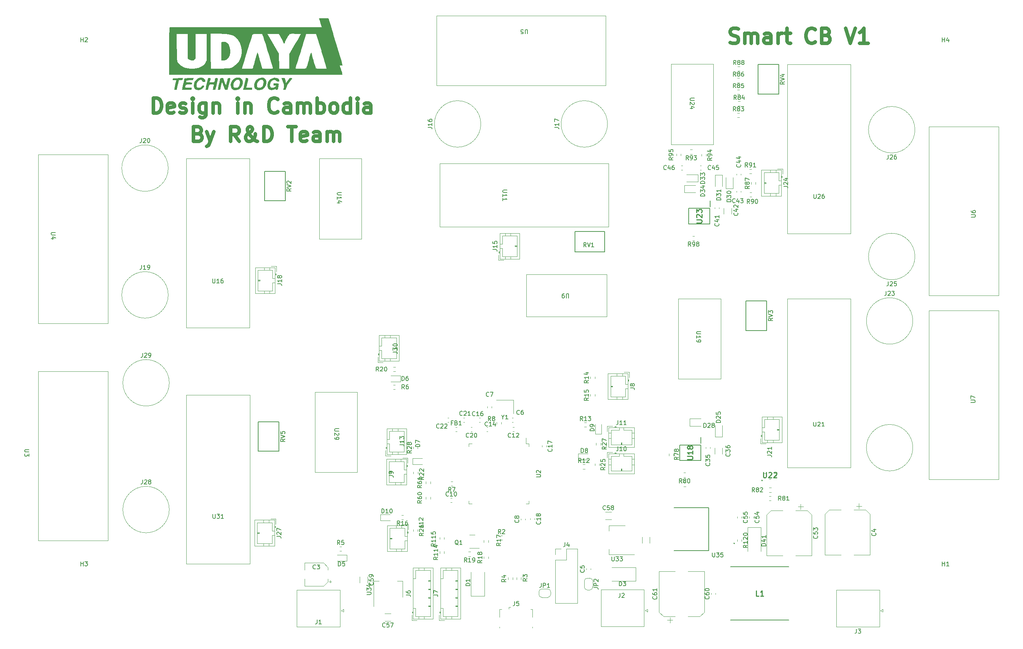
<source format=gbr>
%TF.GenerationSoftware,KiCad,Pcbnew,7.0.5*%
%TF.CreationDate,2023-06-14T16:30:10+07:00*%
%TF.ProjectId,Smart CB STM32 PCB,536d6172-7420-4434-9220-53544d333220,rev?*%
%TF.SameCoordinates,Original*%
%TF.FileFunction,Legend,Top*%
%TF.FilePolarity,Positive*%
%FSLAX46Y46*%
G04 Gerber Fmt 4.6, Leading zero omitted, Abs format (unit mm)*
G04 Created by KiCad (PCBNEW 7.0.5) date 2023-06-14 16:30:10*
%MOMM*%
%LPD*%
G01*
G04 APERTURE LIST*
%ADD10C,0.860000*%
%ADD11C,0.150000*%
%ADD12C,0.254000*%
%ADD13C,0.300000*%
%ADD14C,0.120000*%
%ADD15C,0.200000*%
%ADD16C,0.127000*%
%ADD17C,0.100000*%
G04 APERTURE END LIST*
D10*
X205982455Y-23860281D02*
X206482455Y-24026947D01*
X206482455Y-24026947D02*
X207315789Y-24026947D01*
X207315789Y-24026947D02*
X207649122Y-23860281D01*
X207649122Y-23860281D02*
X207815789Y-23693614D01*
X207815789Y-23693614D02*
X207982455Y-23360281D01*
X207982455Y-23360281D02*
X207982455Y-23026947D01*
X207982455Y-23026947D02*
X207815789Y-22693614D01*
X207815789Y-22693614D02*
X207649122Y-22526947D01*
X207649122Y-22526947D02*
X207315789Y-22360281D01*
X207315789Y-22360281D02*
X206649122Y-22193614D01*
X206649122Y-22193614D02*
X206315789Y-22026947D01*
X206315789Y-22026947D02*
X206149122Y-21860281D01*
X206149122Y-21860281D02*
X205982455Y-21526947D01*
X205982455Y-21526947D02*
X205982455Y-21193614D01*
X205982455Y-21193614D02*
X206149122Y-20860281D01*
X206149122Y-20860281D02*
X206315789Y-20693614D01*
X206315789Y-20693614D02*
X206649122Y-20526947D01*
X206649122Y-20526947D02*
X207482455Y-20526947D01*
X207482455Y-20526947D02*
X207982455Y-20693614D01*
X209482455Y-24026947D02*
X209482455Y-21693614D01*
X209482455Y-22026947D02*
X209649122Y-21860281D01*
X209649122Y-21860281D02*
X209982455Y-21693614D01*
X209982455Y-21693614D02*
X210482455Y-21693614D01*
X210482455Y-21693614D02*
X210815788Y-21860281D01*
X210815788Y-21860281D02*
X210982455Y-22193614D01*
X210982455Y-22193614D02*
X210982455Y-24026947D01*
X210982455Y-22193614D02*
X211149122Y-21860281D01*
X211149122Y-21860281D02*
X211482455Y-21693614D01*
X211482455Y-21693614D02*
X211982455Y-21693614D01*
X211982455Y-21693614D02*
X212315788Y-21860281D01*
X212315788Y-21860281D02*
X212482455Y-22193614D01*
X212482455Y-22193614D02*
X212482455Y-24026947D01*
X215649122Y-24026947D02*
X215649122Y-22193614D01*
X215649122Y-22193614D02*
X215482455Y-21860281D01*
X215482455Y-21860281D02*
X215149122Y-21693614D01*
X215149122Y-21693614D02*
X214482455Y-21693614D01*
X214482455Y-21693614D02*
X214149122Y-21860281D01*
X215649122Y-23860281D02*
X215315789Y-24026947D01*
X215315789Y-24026947D02*
X214482455Y-24026947D01*
X214482455Y-24026947D02*
X214149122Y-23860281D01*
X214149122Y-23860281D02*
X213982455Y-23526947D01*
X213982455Y-23526947D02*
X213982455Y-23193614D01*
X213982455Y-23193614D02*
X214149122Y-22860281D01*
X214149122Y-22860281D02*
X214482455Y-22693614D01*
X214482455Y-22693614D02*
X215315789Y-22693614D01*
X215315789Y-22693614D02*
X215649122Y-22526947D01*
X217315789Y-24026947D02*
X217315789Y-21693614D01*
X217315789Y-22360281D02*
X217482456Y-22026947D01*
X217482456Y-22026947D02*
X217649122Y-21860281D01*
X217649122Y-21860281D02*
X217982456Y-21693614D01*
X217982456Y-21693614D02*
X218315789Y-21693614D01*
X218982456Y-21693614D02*
X220315789Y-21693614D01*
X219482456Y-20526947D02*
X219482456Y-23526947D01*
X219482456Y-23526947D02*
X219649123Y-23860281D01*
X219649123Y-23860281D02*
X219982456Y-24026947D01*
X219982456Y-24026947D02*
X220315789Y-24026947D01*
X226149123Y-23693614D02*
X225982456Y-23860281D01*
X225982456Y-23860281D02*
X225482456Y-24026947D01*
X225482456Y-24026947D02*
X225149123Y-24026947D01*
X225149123Y-24026947D02*
X224649123Y-23860281D01*
X224649123Y-23860281D02*
X224315790Y-23526947D01*
X224315790Y-23526947D02*
X224149123Y-23193614D01*
X224149123Y-23193614D02*
X223982456Y-22526947D01*
X223982456Y-22526947D02*
X223982456Y-22026947D01*
X223982456Y-22026947D02*
X224149123Y-21360281D01*
X224149123Y-21360281D02*
X224315790Y-21026947D01*
X224315790Y-21026947D02*
X224649123Y-20693614D01*
X224649123Y-20693614D02*
X225149123Y-20526947D01*
X225149123Y-20526947D02*
X225482456Y-20526947D01*
X225482456Y-20526947D02*
X225982456Y-20693614D01*
X225982456Y-20693614D02*
X226149123Y-20860281D01*
X228815790Y-22193614D02*
X229315790Y-22360281D01*
X229315790Y-22360281D02*
X229482456Y-22526947D01*
X229482456Y-22526947D02*
X229649123Y-22860281D01*
X229649123Y-22860281D02*
X229649123Y-23360281D01*
X229649123Y-23360281D02*
X229482456Y-23693614D01*
X229482456Y-23693614D02*
X229315790Y-23860281D01*
X229315790Y-23860281D02*
X228982456Y-24026947D01*
X228982456Y-24026947D02*
X227649123Y-24026947D01*
X227649123Y-24026947D02*
X227649123Y-20526947D01*
X227649123Y-20526947D02*
X228815790Y-20526947D01*
X228815790Y-20526947D02*
X229149123Y-20693614D01*
X229149123Y-20693614D02*
X229315790Y-20860281D01*
X229315790Y-20860281D02*
X229482456Y-21193614D01*
X229482456Y-21193614D02*
X229482456Y-21526947D01*
X229482456Y-21526947D02*
X229315790Y-21860281D01*
X229315790Y-21860281D02*
X229149123Y-22026947D01*
X229149123Y-22026947D02*
X228815790Y-22193614D01*
X228815790Y-22193614D02*
X227649123Y-22193614D01*
X233315790Y-20526947D02*
X234482457Y-24026947D01*
X234482457Y-24026947D02*
X235649123Y-20526947D01*
X238649123Y-24026947D02*
X236649123Y-24026947D01*
X237649123Y-24026947D02*
X237649123Y-20526947D01*
X237649123Y-20526947D02*
X237315790Y-21026947D01*
X237315790Y-21026947D02*
X236982457Y-21360281D01*
X236982457Y-21360281D02*
X236649123Y-21526947D01*
X80065789Y-45443614D02*
X80565789Y-45610281D01*
X80565789Y-45610281D02*
X80732455Y-45776947D01*
X80732455Y-45776947D02*
X80899122Y-46110281D01*
X80899122Y-46110281D02*
X80899122Y-46610281D01*
X80899122Y-46610281D02*
X80732455Y-46943614D01*
X80732455Y-46943614D02*
X80565789Y-47110281D01*
X80565789Y-47110281D02*
X80232455Y-47276947D01*
X80232455Y-47276947D02*
X78899122Y-47276947D01*
X78899122Y-47276947D02*
X78899122Y-43776947D01*
X78899122Y-43776947D02*
X80065789Y-43776947D01*
X80065789Y-43776947D02*
X80399122Y-43943614D01*
X80399122Y-43943614D02*
X80565789Y-44110281D01*
X80565789Y-44110281D02*
X80732455Y-44443614D01*
X80732455Y-44443614D02*
X80732455Y-44776947D01*
X80732455Y-44776947D02*
X80565789Y-45110281D01*
X80565789Y-45110281D02*
X80399122Y-45276947D01*
X80399122Y-45276947D02*
X80065789Y-45443614D01*
X80065789Y-45443614D02*
X78899122Y-45443614D01*
X82065789Y-44943614D02*
X82899122Y-47276947D01*
X83732455Y-44943614D02*
X82899122Y-47276947D01*
X82899122Y-47276947D02*
X82565789Y-48110281D01*
X82565789Y-48110281D02*
X82399122Y-48276947D01*
X82399122Y-48276947D02*
X82065789Y-48443614D01*
X89732456Y-47276947D02*
X88565789Y-45610281D01*
X87732456Y-47276947D02*
X87732456Y-43776947D01*
X87732456Y-43776947D02*
X89065789Y-43776947D01*
X89065789Y-43776947D02*
X89399123Y-43943614D01*
X89399123Y-43943614D02*
X89565789Y-44110281D01*
X89565789Y-44110281D02*
X89732456Y-44443614D01*
X89732456Y-44443614D02*
X89732456Y-44943614D01*
X89732456Y-44943614D02*
X89565789Y-45276947D01*
X89565789Y-45276947D02*
X89399123Y-45443614D01*
X89399123Y-45443614D02*
X89065789Y-45610281D01*
X89065789Y-45610281D02*
X87732456Y-45610281D01*
X94065789Y-47276947D02*
X93899123Y-47276947D01*
X93899123Y-47276947D02*
X93565789Y-47110281D01*
X93565789Y-47110281D02*
X93065789Y-46610281D01*
X93065789Y-46610281D02*
X92232456Y-45610281D01*
X92232456Y-45610281D02*
X91899123Y-45110281D01*
X91899123Y-45110281D02*
X91732456Y-44610281D01*
X91732456Y-44610281D02*
X91732456Y-44276947D01*
X91732456Y-44276947D02*
X91899123Y-43943614D01*
X91899123Y-43943614D02*
X92232456Y-43776947D01*
X92232456Y-43776947D02*
X92399123Y-43776947D01*
X92399123Y-43776947D02*
X92732456Y-43943614D01*
X92732456Y-43943614D02*
X92899123Y-44276947D01*
X92899123Y-44276947D02*
X92899123Y-44443614D01*
X92899123Y-44443614D02*
X92732456Y-44776947D01*
X92732456Y-44776947D02*
X92565789Y-44943614D01*
X92565789Y-44943614D02*
X91565789Y-45610281D01*
X91565789Y-45610281D02*
X91399123Y-45776947D01*
X91399123Y-45776947D02*
X91232456Y-46110281D01*
X91232456Y-46110281D02*
X91232456Y-46610281D01*
X91232456Y-46610281D02*
X91399123Y-46943614D01*
X91399123Y-46943614D02*
X91565789Y-47110281D01*
X91565789Y-47110281D02*
X91899123Y-47276947D01*
X91899123Y-47276947D02*
X92399123Y-47276947D01*
X92399123Y-47276947D02*
X92732456Y-47110281D01*
X92732456Y-47110281D02*
X92899123Y-46943614D01*
X92899123Y-46943614D02*
X93399123Y-46276947D01*
X93399123Y-46276947D02*
X93565789Y-45776947D01*
X93565789Y-45776947D02*
X93565789Y-45443614D01*
X95565789Y-47276947D02*
X95565789Y-43776947D01*
X95565789Y-43776947D02*
X96399122Y-43776947D01*
X96399122Y-43776947D02*
X96899122Y-43943614D01*
X96899122Y-43943614D02*
X97232456Y-44276947D01*
X97232456Y-44276947D02*
X97399122Y-44610281D01*
X97399122Y-44610281D02*
X97565789Y-45276947D01*
X97565789Y-45276947D02*
X97565789Y-45776947D01*
X97565789Y-45776947D02*
X97399122Y-46443614D01*
X97399122Y-46443614D02*
X97232456Y-46776947D01*
X97232456Y-46776947D02*
X96899122Y-47110281D01*
X96899122Y-47110281D02*
X96399122Y-47276947D01*
X96399122Y-47276947D02*
X95565789Y-47276947D01*
X101232456Y-43776947D02*
X103232456Y-43776947D01*
X102232456Y-47276947D02*
X102232456Y-43776947D01*
X105732456Y-47110281D02*
X105399123Y-47276947D01*
X105399123Y-47276947D02*
X104732456Y-47276947D01*
X104732456Y-47276947D02*
X104399123Y-47110281D01*
X104399123Y-47110281D02*
X104232456Y-46776947D01*
X104232456Y-46776947D02*
X104232456Y-45443614D01*
X104232456Y-45443614D02*
X104399123Y-45110281D01*
X104399123Y-45110281D02*
X104732456Y-44943614D01*
X104732456Y-44943614D02*
X105399123Y-44943614D01*
X105399123Y-44943614D02*
X105732456Y-45110281D01*
X105732456Y-45110281D02*
X105899123Y-45443614D01*
X105899123Y-45443614D02*
X105899123Y-45776947D01*
X105899123Y-45776947D02*
X104232456Y-46110281D01*
X108899123Y-47276947D02*
X108899123Y-45443614D01*
X108899123Y-45443614D02*
X108732456Y-45110281D01*
X108732456Y-45110281D02*
X108399123Y-44943614D01*
X108399123Y-44943614D02*
X107732456Y-44943614D01*
X107732456Y-44943614D02*
X107399123Y-45110281D01*
X108899123Y-47110281D02*
X108565790Y-47276947D01*
X108565790Y-47276947D02*
X107732456Y-47276947D01*
X107732456Y-47276947D02*
X107399123Y-47110281D01*
X107399123Y-47110281D02*
X107232456Y-46776947D01*
X107232456Y-46776947D02*
X107232456Y-46443614D01*
X107232456Y-46443614D02*
X107399123Y-46110281D01*
X107399123Y-46110281D02*
X107732456Y-45943614D01*
X107732456Y-45943614D02*
X108565790Y-45943614D01*
X108565790Y-45943614D02*
X108899123Y-45776947D01*
X110565790Y-47276947D02*
X110565790Y-44943614D01*
X110565790Y-45276947D02*
X110732457Y-45110281D01*
X110732457Y-45110281D02*
X111065790Y-44943614D01*
X111065790Y-44943614D02*
X111565790Y-44943614D01*
X111565790Y-44943614D02*
X111899123Y-45110281D01*
X111899123Y-45110281D02*
X112065790Y-45443614D01*
X112065790Y-45443614D02*
X112065790Y-47276947D01*
X112065790Y-45443614D02*
X112232457Y-45110281D01*
X112232457Y-45110281D02*
X112565790Y-44943614D01*
X112565790Y-44943614D02*
X113065790Y-44943614D01*
X113065790Y-44943614D02*
X113399123Y-45110281D01*
X113399123Y-45110281D02*
X113565790Y-45443614D01*
X113565790Y-45443614D02*
X113565790Y-47276947D01*
X69399122Y-40526947D02*
X69399122Y-37026947D01*
X69399122Y-37026947D02*
X70232455Y-37026947D01*
X70232455Y-37026947D02*
X70732455Y-37193614D01*
X70732455Y-37193614D02*
X71065789Y-37526947D01*
X71065789Y-37526947D02*
X71232455Y-37860281D01*
X71232455Y-37860281D02*
X71399122Y-38526947D01*
X71399122Y-38526947D02*
X71399122Y-39026947D01*
X71399122Y-39026947D02*
X71232455Y-39693614D01*
X71232455Y-39693614D02*
X71065789Y-40026947D01*
X71065789Y-40026947D02*
X70732455Y-40360281D01*
X70732455Y-40360281D02*
X70232455Y-40526947D01*
X70232455Y-40526947D02*
X69399122Y-40526947D01*
X74232455Y-40360281D02*
X73899122Y-40526947D01*
X73899122Y-40526947D02*
X73232455Y-40526947D01*
X73232455Y-40526947D02*
X72899122Y-40360281D01*
X72899122Y-40360281D02*
X72732455Y-40026947D01*
X72732455Y-40026947D02*
X72732455Y-38693614D01*
X72732455Y-38693614D02*
X72899122Y-38360281D01*
X72899122Y-38360281D02*
X73232455Y-38193614D01*
X73232455Y-38193614D02*
X73899122Y-38193614D01*
X73899122Y-38193614D02*
X74232455Y-38360281D01*
X74232455Y-38360281D02*
X74399122Y-38693614D01*
X74399122Y-38693614D02*
X74399122Y-39026947D01*
X74399122Y-39026947D02*
X72732455Y-39360281D01*
X75732455Y-40360281D02*
X76065789Y-40526947D01*
X76065789Y-40526947D02*
X76732455Y-40526947D01*
X76732455Y-40526947D02*
X77065789Y-40360281D01*
X77065789Y-40360281D02*
X77232455Y-40026947D01*
X77232455Y-40026947D02*
X77232455Y-39860281D01*
X77232455Y-39860281D02*
X77065789Y-39526947D01*
X77065789Y-39526947D02*
X76732455Y-39360281D01*
X76732455Y-39360281D02*
X76232455Y-39360281D01*
X76232455Y-39360281D02*
X75899122Y-39193614D01*
X75899122Y-39193614D02*
X75732455Y-38860281D01*
X75732455Y-38860281D02*
X75732455Y-38693614D01*
X75732455Y-38693614D02*
X75899122Y-38360281D01*
X75899122Y-38360281D02*
X76232455Y-38193614D01*
X76232455Y-38193614D02*
X76732455Y-38193614D01*
X76732455Y-38193614D02*
X77065789Y-38360281D01*
X78732455Y-40526947D02*
X78732455Y-38193614D01*
X78732455Y-37026947D02*
X78565788Y-37193614D01*
X78565788Y-37193614D02*
X78732455Y-37360281D01*
X78732455Y-37360281D02*
X78899122Y-37193614D01*
X78899122Y-37193614D02*
X78732455Y-37026947D01*
X78732455Y-37026947D02*
X78732455Y-37360281D01*
X81899122Y-38193614D02*
X81899122Y-41026947D01*
X81899122Y-41026947D02*
X81732455Y-41360281D01*
X81732455Y-41360281D02*
X81565789Y-41526947D01*
X81565789Y-41526947D02*
X81232455Y-41693614D01*
X81232455Y-41693614D02*
X80732455Y-41693614D01*
X80732455Y-41693614D02*
X80399122Y-41526947D01*
X81899122Y-40360281D02*
X81565789Y-40526947D01*
X81565789Y-40526947D02*
X80899122Y-40526947D01*
X80899122Y-40526947D02*
X80565789Y-40360281D01*
X80565789Y-40360281D02*
X80399122Y-40193614D01*
X80399122Y-40193614D02*
X80232455Y-39860281D01*
X80232455Y-39860281D02*
X80232455Y-38860281D01*
X80232455Y-38860281D02*
X80399122Y-38526947D01*
X80399122Y-38526947D02*
X80565789Y-38360281D01*
X80565789Y-38360281D02*
X80899122Y-38193614D01*
X80899122Y-38193614D02*
X81565789Y-38193614D01*
X81565789Y-38193614D02*
X81899122Y-38360281D01*
X83565789Y-38193614D02*
X83565789Y-40526947D01*
X83565789Y-38526947D02*
X83732456Y-38360281D01*
X83732456Y-38360281D02*
X84065789Y-38193614D01*
X84065789Y-38193614D02*
X84565789Y-38193614D01*
X84565789Y-38193614D02*
X84899122Y-38360281D01*
X84899122Y-38360281D02*
X85065789Y-38693614D01*
X85065789Y-38693614D02*
X85065789Y-40526947D01*
X89399123Y-40526947D02*
X89399123Y-38193614D01*
X89399123Y-37026947D02*
X89232456Y-37193614D01*
X89232456Y-37193614D02*
X89399123Y-37360281D01*
X89399123Y-37360281D02*
X89565790Y-37193614D01*
X89565790Y-37193614D02*
X89399123Y-37026947D01*
X89399123Y-37026947D02*
X89399123Y-37360281D01*
X91065790Y-38193614D02*
X91065790Y-40526947D01*
X91065790Y-38526947D02*
X91232457Y-38360281D01*
X91232457Y-38360281D02*
X91565790Y-38193614D01*
X91565790Y-38193614D02*
X92065790Y-38193614D01*
X92065790Y-38193614D02*
X92399123Y-38360281D01*
X92399123Y-38360281D02*
X92565790Y-38693614D01*
X92565790Y-38693614D02*
X92565790Y-40526947D01*
X98899124Y-40193614D02*
X98732457Y-40360281D01*
X98732457Y-40360281D02*
X98232457Y-40526947D01*
X98232457Y-40526947D02*
X97899124Y-40526947D01*
X97899124Y-40526947D02*
X97399124Y-40360281D01*
X97399124Y-40360281D02*
X97065791Y-40026947D01*
X97065791Y-40026947D02*
X96899124Y-39693614D01*
X96899124Y-39693614D02*
X96732457Y-39026947D01*
X96732457Y-39026947D02*
X96732457Y-38526947D01*
X96732457Y-38526947D02*
X96899124Y-37860281D01*
X96899124Y-37860281D02*
X97065791Y-37526947D01*
X97065791Y-37526947D02*
X97399124Y-37193614D01*
X97399124Y-37193614D02*
X97899124Y-37026947D01*
X97899124Y-37026947D02*
X98232457Y-37026947D01*
X98232457Y-37026947D02*
X98732457Y-37193614D01*
X98732457Y-37193614D02*
X98899124Y-37360281D01*
X101899124Y-40526947D02*
X101899124Y-38693614D01*
X101899124Y-38693614D02*
X101732457Y-38360281D01*
X101732457Y-38360281D02*
X101399124Y-38193614D01*
X101399124Y-38193614D02*
X100732457Y-38193614D01*
X100732457Y-38193614D02*
X100399124Y-38360281D01*
X101899124Y-40360281D02*
X101565791Y-40526947D01*
X101565791Y-40526947D02*
X100732457Y-40526947D01*
X100732457Y-40526947D02*
X100399124Y-40360281D01*
X100399124Y-40360281D02*
X100232457Y-40026947D01*
X100232457Y-40026947D02*
X100232457Y-39693614D01*
X100232457Y-39693614D02*
X100399124Y-39360281D01*
X100399124Y-39360281D02*
X100732457Y-39193614D01*
X100732457Y-39193614D02*
X101565791Y-39193614D01*
X101565791Y-39193614D02*
X101899124Y-39026947D01*
X103565791Y-40526947D02*
X103565791Y-38193614D01*
X103565791Y-38526947D02*
X103732458Y-38360281D01*
X103732458Y-38360281D02*
X104065791Y-38193614D01*
X104065791Y-38193614D02*
X104565791Y-38193614D01*
X104565791Y-38193614D02*
X104899124Y-38360281D01*
X104899124Y-38360281D02*
X105065791Y-38693614D01*
X105065791Y-38693614D02*
X105065791Y-40526947D01*
X105065791Y-38693614D02*
X105232458Y-38360281D01*
X105232458Y-38360281D02*
X105565791Y-38193614D01*
X105565791Y-38193614D02*
X106065791Y-38193614D01*
X106065791Y-38193614D02*
X106399124Y-38360281D01*
X106399124Y-38360281D02*
X106565791Y-38693614D01*
X106565791Y-38693614D02*
X106565791Y-40526947D01*
X108232458Y-40526947D02*
X108232458Y-37026947D01*
X108232458Y-38360281D02*
X108565791Y-38193614D01*
X108565791Y-38193614D02*
X109232458Y-38193614D01*
X109232458Y-38193614D02*
X109565791Y-38360281D01*
X109565791Y-38360281D02*
X109732458Y-38526947D01*
X109732458Y-38526947D02*
X109899125Y-38860281D01*
X109899125Y-38860281D02*
X109899125Y-39860281D01*
X109899125Y-39860281D02*
X109732458Y-40193614D01*
X109732458Y-40193614D02*
X109565791Y-40360281D01*
X109565791Y-40360281D02*
X109232458Y-40526947D01*
X109232458Y-40526947D02*
X108565791Y-40526947D01*
X108565791Y-40526947D02*
X108232458Y-40360281D01*
X111899125Y-40526947D02*
X111565792Y-40360281D01*
X111565792Y-40360281D02*
X111399125Y-40193614D01*
X111399125Y-40193614D02*
X111232458Y-39860281D01*
X111232458Y-39860281D02*
X111232458Y-38860281D01*
X111232458Y-38860281D02*
X111399125Y-38526947D01*
X111399125Y-38526947D02*
X111565792Y-38360281D01*
X111565792Y-38360281D02*
X111899125Y-38193614D01*
X111899125Y-38193614D02*
X112399125Y-38193614D01*
X112399125Y-38193614D02*
X112732458Y-38360281D01*
X112732458Y-38360281D02*
X112899125Y-38526947D01*
X112899125Y-38526947D02*
X113065792Y-38860281D01*
X113065792Y-38860281D02*
X113065792Y-39860281D01*
X113065792Y-39860281D02*
X112899125Y-40193614D01*
X112899125Y-40193614D02*
X112732458Y-40360281D01*
X112732458Y-40360281D02*
X112399125Y-40526947D01*
X112399125Y-40526947D02*
X111899125Y-40526947D01*
X116065792Y-40526947D02*
X116065792Y-37026947D01*
X116065792Y-40360281D02*
X115732459Y-40526947D01*
X115732459Y-40526947D02*
X115065792Y-40526947D01*
X115065792Y-40526947D02*
X114732459Y-40360281D01*
X114732459Y-40360281D02*
X114565792Y-40193614D01*
X114565792Y-40193614D02*
X114399125Y-39860281D01*
X114399125Y-39860281D02*
X114399125Y-38860281D01*
X114399125Y-38860281D02*
X114565792Y-38526947D01*
X114565792Y-38526947D02*
X114732459Y-38360281D01*
X114732459Y-38360281D02*
X115065792Y-38193614D01*
X115065792Y-38193614D02*
X115732459Y-38193614D01*
X115732459Y-38193614D02*
X116065792Y-38360281D01*
X117732459Y-40526947D02*
X117732459Y-38193614D01*
X117732459Y-37026947D02*
X117565792Y-37193614D01*
X117565792Y-37193614D02*
X117732459Y-37360281D01*
X117732459Y-37360281D02*
X117899126Y-37193614D01*
X117899126Y-37193614D02*
X117732459Y-37026947D01*
X117732459Y-37026947D02*
X117732459Y-37360281D01*
X120899126Y-40526947D02*
X120899126Y-38693614D01*
X120899126Y-38693614D02*
X120732459Y-38360281D01*
X120732459Y-38360281D02*
X120399126Y-38193614D01*
X120399126Y-38193614D02*
X119732459Y-38193614D01*
X119732459Y-38193614D02*
X119399126Y-38360281D01*
X120899126Y-40360281D02*
X120565793Y-40526947D01*
X120565793Y-40526947D02*
X119732459Y-40526947D01*
X119732459Y-40526947D02*
X119399126Y-40360281D01*
X119399126Y-40360281D02*
X119232459Y-40026947D01*
X119232459Y-40026947D02*
X119232459Y-39693614D01*
X119232459Y-39693614D02*
X119399126Y-39360281D01*
X119399126Y-39360281D02*
X119732459Y-39193614D01*
X119732459Y-39193614D02*
X120565793Y-39193614D01*
X120565793Y-39193614D02*
X120899126Y-39026947D01*
D11*
%TO.C,C5*%
X171389580Y-148610366D02*
X171437200Y-148657985D01*
X171437200Y-148657985D02*
X171484819Y-148800842D01*
X171484819Y-148800842D02*
X171484819Y-148896080D01*
X171484819Y-148896080D02*
X171437200Y-149038937D01*
X171437200Y-149038937D02*
X171341961Y-149134175D01*
X171341961Y-149134175D02*
X171246723Y-149181794D01*
X171246723Y-149181794D02*
X171056247Y-149229413D01*
X171056247Y-149229413D02*
X170913390Y-149229413D01*
X170913390Y-149229413D02*
X170722914Y-149181794D01*
X170722914Y-149181794D02*
X170627676Y-149134175D01*
X170627676Y-149134175D02*
X170532438Y-149038937D01*
X170532438Y-149038937D02*
X170484819Y-148896080D01*
X170484819Y-148896080D02*
X170484819Y-148800842D01*
X170484819Y-148800842D02*
X170532438Y-148657985D01*
X170532438Y-148657985D02*
X170580057Y-148610366D01*
X170484819Y-147705604D02*
X170484819Y-148181794D01*
X170484819Y-148181794D02*
X170961009Y-148229413D01*
X170961009Y-148229413D02*
X170913390Y-148181794D01*
X170913390Y-148181794D02*
X170865771Y-148086556D01*
X170865771Y-148086556D02*
X170865771Y-147848461D01*
X170865771Y-147848461D02*
X170913390Y-147753223D01*
X170913390Y-147753223D02*
X170961009Y-147705604D01*
X170961009Y-147705604D02*
X171056247Y-147657985D01*
X171056247Y-147657985D02*
X171294342Y-147657985D01*
X171294342Y-147657985D02*
X171389580Y-147705604D01*
X171389580Y-147705604D02*
X171437200Y-147753223D01*
X171437200Y-147753223D02*
X171484819Y-147848461D01*
X171484819Y-147848461D02*
X171484819Y-148086556D01*
X171484819Y-148086556D02*
X171437200Y-148181794D01*
X171437200Y-148181794D02*
X171389580Y-148229413D01*
%TO.C,R84*%
X207457142Y-37324819D02*
X207123809Y-36848628D01*
X206885714Y-37324819D02*
X206885714Y-36324819D01*
X206885714Y-36324819D02*
X207266666Y-36324819D01*
X207266666Y-36324819D02*
X207361904Y-36372438D01*
X207361904Y-36372438D02*
X207409523Y-36420057D01*
X207409523Y-36420057D02*
X207457142Y-36515295D01*
X207457142Y-36515295D02*
X207457142Y-36658152D01*
X207457142Y-36658152D02*
X207409523Y-36753390D01*
X207409523Y-36753390D02*
X207361904Y-36801009D01*
X207361904Y-36801009D02*
X207266666Y-36848628D01*
X207266666Y-36848628D02*
X206885714Y-36848628D01*
X208028571Y-36753390D02*
X207933333Y-36705771D01*
X207933333Y-36705771D02*
X207885714Y-36658152D01*
X207885714Y-36658152D02*
X207838095Y-36562914D01*
X207838095Y-36562914D02*
X207838095Y-36515295D01*
X207838095Y-36515295D02*
X207885714Y-36420057D01*
X207885714Y-36420057D02*
X207933333Y-36372438D01*
X207933333Y-36372438D02*
X208028571Y-36324819D01*
X208028571Y-36324819D02*
X208219047Y-36324819D01*
X208219047Y-36324819D02*
X208314285Y-36372438D01*
X208314285Y-36372438D02*
X208361904Y-36420057D01*
X208361904Y-36420057D02*
X208409523Y-36515295D01*
X208409523Y-36515295D02*
X208409523Y-36562914D01*
X208409523Y-36562914D02*
X208361904Y-36658152D01*
X208361904Y-36658152D02*
X208314285Y-36705771D01*
X208314285Y-36705771D02*
X208219047Y-36753390D01*
X208219047Y-36753390D02*
X208028571Y-36753390D01*
X208028571Y-36753390D02*
X207933333Y-36801009D01*
X207933333Y-36801009D02*
X207885714Y-36848628D01*
X207885714Y-36848628D02*
X207838095Y-36943866D01*
X207838095Y-36943866D02*
X207838095Y-37134342D01*
X207838095Y-37134342D02*
X207885714Y-37229580D01*
X207885714Y-37229580D02*
X207933333Y-37277200D01*
X207933333Y-37277200D02*
X208028571Y-37324819D01*
X208028571Y-37324819D02*
X208219047Y-37324819D01*
X208219047Y-37324819D02*
X208314285Y-37277200D01*
X208314285Y-37277200D02*
X208361904Y-37229580D01*
X208361904Y-37229580D02*
X208409523Y-37134342D01*
X208409523Y-37134342D02*
X208409523Y-36943866D01*
X208409523Y-36943866D02*
X208361904Y-36848628D01*
X208361904Y-36848628D02*
X208314285Y-36801009D01*
X208314285Y-36801009D02*
X208219047Y-36753390D01*
X209266666Y-36658152D02*
X209266666Y-37324819D01*
X209028571Y-36277200D02*
X208790476Y-36991485D01*
X208790476Y-36991485D02*
X209409523Y-36991485D01*
%TO.C,C60*%
X200929580Y-154956557D02*
X200977200Y-155004176D01*
X200977200Y-155004176D02*
X201024819Y-155147033D01*
X201024819Y-155147033D02*
X201024819Y-155242271D01*
X201024819Y-155242271D02*
X200977200Y-155385128D01*
X200977200Y-155385128D02*
X200881961Y-155480366D01*
X200881961Y-155480366D02*
X200786723Y-155527985D01*
X200786723Y-155527985D02*
X200596247Y-155575604D01*
X200596247Y-155575604D02*
X200453390Y-155575604D01*
X200453390Y-155575604D02*
X200262914Y-155527985D01*
X200262914Y-155527985D02*
X200167676Y-155480366D01*
X200167676Y-155480366D02*
X200072438Y-155385128D01*
X200072438Y-155385128D02*
X200024819Y-155242271D01*
X200024819Y-155242271D02*
X200024819Y-155147033D01*
X200024819Y-155147033D02*
X200072438Y-155004176D01*
X200072438Y-155004176D02*
X200120057Y-154956557D01*
X200024819Y-154099414D02*
X200024819Y-154289890D01*
X200024819Y-154289890D02*
X200072438Y-154385128D01*
X200072438Y-154385128D02*
X200120057Y-154432747D01*
X200120057Y-154432747D02*
X200262914Y-154527985D01*
X200262914Y-154527985D02*
X200453390Y-154575604D01*
X200453390Y-154575604D02*
X200834342Y-154575604D01*
X200834342Y-154575604D02*
X200929580Y-154527985D01*
X200929580Y-154527985D02*
X200977200Y-154480366D01*
X200977200Y-154480366D02*
X201024819Y-154385128D01*
X201024819Y-154385128D02*
X201024819Y-154194652D01*
X201024819Y-154194652D02*
X200977200Y-154099414D01*
X200977200Y-154099414D02*
X200929580Y-154051795D01*
X200929580Y-154051795D02*
X200834342Y-154004176D01*
X200834342Y-154004176D02*
X200596247Y-154004176D01*
X200596247Y-154004176D02*
X200501009Y-154051795D01*
X200501009Y-154051795D02*
X200453390Y-154099414D01*
X200453390Y-154099414D02*
X200405771Y-154194652D01*
X200405771Y-154194652D02*
X200405771Y-154385128D01*
X200405771Y-154385128D02*
X200453390Y-154480366D01*
X200453390Y-154480366D02*
X200501009Y-154527985D01*
X200501009Y-154527985D02*
X200596247Y-154575604D01*
X200024819Y-153385128D02*
X200024819Y-153289890D01*
X200024819Y-153289890D02*
X200072438Y-153194652D01*
X200072438Y-153194652D02*
X200120057Y-153147033D01*
X200120057Y-153147033D02*
X200215295Y-153099414D01*
X200215295Y-153099414D02*
X200405771Y-153051795D01*
X200405771Y-153051795D02*
X200643866Y-153051795D01*
X200643866Y-153051795D02*
X200834342Y-153099414D01*
X200834342Y-153099414D02*
X200929580Y-153147033D01*
X200929580Y-153147033D02*
X200977200Y-153194652D01*
X200977200Y-153194652D02*
X201024819Y-153289890D01*
X201024819Y-153289890D02*
X201024819Y-153385128D01*
X201024819Y-153385128D02*
X200977200Y-153480366D01*
X200977200Y-153480366D02*
X200929580Y-153527985D01*
X200929580Y-153527985D02*
X200834342Y-153575604D01*
X200834342Y-153575604D02*
X200643866Y-153623223D01*
X200643866Y-153623223D02*
X200405771Y-153623223D01*
X200405771Y-153623223D02*
X200215295Y-153575604D01*
X200215295Y-153575604D02*
X200120057Y-153527985D01*
X200120057Y-153527985D02*
X200072438Y-153480366D01*
X200072438Y-153480366D02*
X200024819Y-153385128D01*
%TO.C,R26*%
X133384819Y-139967857D02*
X132908628Y-140301190D01*
X133384819Y-140539285D02*
X132384819Y-140539285D01*
X132384819Y-140539285D02*
X132384819Y-140158333D01*
X132384819Y-140158333D02*
X132432438Y-140063095D01*
X132432438Y-140063095D02*
X132480057Y-140015476D01*
X132480057Y-140015476D02*
X132575295Y-139967857D01*
X132575295Y-139967857D02*
X132718152Y-139967857D01*
X132718152Y-139967857D02*
X132813390Y-140015476D01*
X132813390Y-140015476D02*
X132861009Y-140063095D01*
X132861009Y-140063095D02*
X132908628Y-140158333D01*
X132908628Y-140158333D02*
X132908628Y-140539285D01*
X132480057Y-139586904D02*
X132432438Y-139539285D01*
X132432438Y-139539285D02*
X132384819Y-139444047D01*
X132384819Y-139444047D02*
X132384819Y-139205952D01*
X132384819Y-139205952D02*
X132432438Y-139110714D01*
X132432438Y-139110714D02*
X132480057Y-139063095D01*
X132480057Y-139063095D02*
X132575295Y-139015476D01*
X132575295Y-139015476D02*
X132670533Y-139015476D01*
X132670533Y-139015476D02*
X132813390Y-139063095D01*
X132813390Y-139063095D02*
X133384819Y-139634523D01*
X133384819Y-139634523D02*
X133384819Y-139015476D01*
X132384819Y-138158333D02*
X132384819Y-138348809D01*
X132384819Y-138348809D02*
X132432438Y-138444047D01*
X132432438Y-138444047D02*
X132480057Y-138491666D01*
X132480057Y-138491666D02*
X132622914Y-138586904D01*
X132622914Y-138586904D02*
X132813390Y-138634523D01*
X132813390Y-138634523D02*
X133194342Y-138634523D01*
X133194342Y-138634523D02*
X133289580Y-138586904D01*
X133289580Y-138586904D02*
X133337200Y-138539285D01*
X133337200Y-138539285D02*
X133384819Y-138444047D01*
X133384819Y-138444047D02*
X133384819Y-138253571D01*
X133384819Y-138253571D02*
X133337200Y-138158333D01*
X133337200Y-138158333D02*
X133289580Y-138110714D01*
X133289580Y-138110714D02*
X133194342Y-138063095D01*
X133194342Y-138063095D02*
X132956247Y-138063095D01*
X132956247Y-138063095D02*
X132861009Y-138110714D01*
X132861009Y-138110714D02*
X132813390Y-138158333D01*
X132813390Y-138158333D02*
X132765771Y-138253571D01*
X132765771Y-138253571D02*
X132765771Y-138444047D01*
X132765771Y-138444047D02*
X132813390Y-138539285D01*
X132813390Y-138539285D02*
X132861009Y-138586904D01*
X132861009Y-138586904D02*
X132956247Y-138634523D01*
%TO.C,U31*%
X83511905Y-135454819D02*
X83511905Y-136264342D01*
X83511905Y-136264342D02*
X83559524Y-136359580D01*
X83559524Y-136359580D02*
X83607143Y-136407200D01*
X83607143Y-136407200D02*
X83702381Y-136454819D01*
X83702381Y-136454819D02*
X83892857Y-136454819D01*
X83892857Y-136454819D02*
X83988095Y-136407200D01*
X83988095Y-136407200D02*
X84035714Y-136359580D01*
X84035714Y-136359580D02*
X84083333Y-136264342D01*
X84083333Y-136264342D02*
X84083333Y-135454819D01*
X84464286Y-135454819D02*
X85083333Y-135454819D01*
X85083333Y-135454819D02*
X84750000Y-135835771D01*
X84750000Y-135835771D02*
X84892857Y-135835771D01*
X84892857Y-135835771D02*
X84988095Y-135883390D01*
X84988095Y-135883390D02*
X85035714Y-135931009D01*
X85035714Y-135931009D02*
X85083333Y-136026247D01*
X85083333Y-136026247D02*
X85083333Y-136264342D01*
X85083333Y-136264342D02*
X85035714Y-136359580D01*
X85035714Y-136359580D02*
X84988095Y-136407200D01*
X84988095Y-136407200D02*
X84892857Y-136454819D01*
X84892857Y-136454819D02*
X84607143Y-136454819D01*
X84607143Y-136454819D02*
X84511905Y-136407200D01*
X84511905Y-136407200D02*
X84464286Y-136359580D01*
X86035714Y-136454819D02*
X85464286Y-136454819D01*
X85750000Y-136454819D02*
X85750000Y-135454819D01*
X85750000Y-135454819D02*
X85654762Y-135597676D01*
X85654762Y-135597676D02*
X85559524Y-135692914D01*
X85559524Y-135692914D02*
X85464286Y-135740533D01*
%TO.C,D30*%
X206204819Y-61514285D02*
X205204819Y-61514285D01*
X205204819Y-61514285D02*
X205204819Y-61276190D01*
X205204819Y-61276190D02*
X205252438Y-61133333D01*
X205252438Y-61133333D02*
X205347676Y-61038095D01*
X205347676Y-61038095D02*
X205442914Y-60990476D01*
X205442914Y-60990476D02*
X205633390Y-60942857D01*
X205633390Y-60942857D02*
X205776247Y-60942857D01*
X205776247Y-60942857D02*
X205966723Y-60990476D01*
X205966723Y-60990476D02*
X206061961Y-61038095D01*
X206061961Y-61038095D02*
X206157200Y-61133333D01*
X206157200Y-61133333D02*
X206204819Y-61276190D01*
X206204819Y-61276190D02*
X206204819Y-61514285D01*
X205204819Y-60609523D02*
X205204819Y-59990476D01*
X205204819Y-59990476D02*
X205585771Y-60323809D01*
X205585771Y-60323809D02*
X205585771Y-60180952D01*
X205585771Y-60180952D02*
X205633390Y-60085714D01*
X205633390Y-60085714D02*
X205681009Y-60038095D01*
X205681009Y-60038095D02*
X205776247Y-59990476D01*
X205776247Y-59990476D02*
X206014342Y-59990476D01*
X206014342Y-59990476D02*
X206109580Y-60038095D01*
X206109580Y-60038095D02*
X206157200Y-60085714D01*
X206157200Y-60085714D02*
X206204819Y-60180952D01*
X206204819Y-60180952D02*
X206204819Y-60466666D01*
X206204819Y-60466666D02*
X206157200Y-60561904D01*
X206157200Y-60561904D02*
X206109580Y-60609523D01*
X205204819Y-59371428D02*
X205204819Y-59276190D01*
X205204819Y-59276190D02*
X205252438Y-59180952D01*
X205252438Y-59180952D02*
X205300057Y-59133333D01*
X205300057Y-59133333D02*
X205395295Y-59085714D01*
X205395295Y-59085714D02*
X205585771Y-59038095D01*
X205585771Y-59038095D02*
X205823866Y-59038095D01*
X205823866Y-59038095D02*
X206014342Y-59085714D01*
X206014342Y-59085714D02*
X206109580Y-59133333D01*
X206109580Y-59133333D02*
X206157200Y-59180952D01*
X206157200Y-59180952D02*
X206204819Y-59276190D01*
X206204819Y-59276190D02*
X206204819Y-59371428D01*
X206204819Y-59371428D02*
X206157200Y-59466666D01*
X206157200Y-59466666D02*
X206109580Y-59514285D01*
X206109580Y-59514285D02*
X206014342Y-59561904D01*
X206014342Y-59561904D02*
X205823866Y-59609523D01*
X205823866Y-59609523D02*
X205585771Y-59609523D01*
X205585771Y-59609523D02*
X205395295Y-59561904D01*
X205395295Y-59561904D02*
X205300057Y-59514285D01*
X205300057Y-59514285D02*
X205252438Y-59466666D01*
X205252438Y-59466666D02*
X205204819Y-59371428D01*
%TO.C,R61*%
X132954819Y-128642857D02*
X132478628Y-128976190D01*
X132954819Y-129214285D02*
X131954819Y-129214285D01*
X131954819Y-129214285D02*
X131954819Y-128833333D01*
X131954819Y-128833333D02*
X132002438Y-128738095D01*
X132002438Y-128738095D02*
X132050057Y-128690476D01*
X132050057Y-128690476D02*
X132145295Y-128642857D01*
X132145295Y-128642857D02*
X132288152Y-128642857D01*
X132288152Y-128642857D02*
X132383390Y-128690476D01*
X132383390Y-128690476D02*
X132431009Y-128738095D01*
X132431009Y-128738095D02*
X132478628Y-128833333D01*
X132478628Y-128833333D02*
X132478628Y-129214285D01*
X131954819Y-127785714D02*
X131954819Y-127976190D01*
X131954819Y-127976190D02*
X132002438Y-128071428D01*
X132002438Y-128071428D02*
X132050057Y-128119047D01*
X132050057Y-128119047D02*
X132192914Y-128214285D01*
X132192914Y-128214285D02*
X132383390Y-128261904D01*
X132383390Y-128261904D02*
X132764342Y-128261904D01*
X132764342Y-128261904D02*
X132859580Y-128214285D01*
X132859580Y-128214285D02*
X132907200Y-128166666D01*
X132907200Y-128166666D02*
X132954819Y-128071428D01*
X132954819Y-128071428D02*
X132954819Y-127880952D01*
X132954819Y-127880952D02*
X132907200Y-127785714D01*
X132907200Y-127785714D02*
X132859580Y-127738095D01*
X132859580Y-127738095D02*
X132764342Y-127690476D01*
X132764342Y-127690476D02*
X132526247Y-127690476D01*
X132526247Y-127690476D02*
X132431009Y-127738095D01*
X132431009Y-127738095D02*
X132383390Y-127785714D01*
X132383390Y-127785714D02*
X132335771Y-127880952D01*
X132335771Y-127880952D02*
X132335771Y-128071428D01*
X132335771Y-128071428D02*
X132383390Y-128166666D01*
X132383390Y-128166666D02*
X132431009Y-128214285D01*
X132431009Y-128214285D02*
X132526247Y-128261904D01*
X132954819Y-126738095D02*
X132954819Y-127309523D01*
X132954819Y-127023809D02*
X131954819Y-127023809D01*
X131954819Y-127023809D02*
X132097676Y-127119047D01*
X132097676Y-127119047D02*
X132192914Y-127214285D01*
X132192914Y-127214285D02*
X132240533Y-127309523D01*
%TO.C,RV1*%
X171904761Y-72204819D02*
X171571428Y-71728628D01*
X171333333Y-72204819D02*
X171333333Y-71204819D01*
X171333333Y-71204819D02*
X171714285Y-71204819D01*
X171714285Y-71204819D02*
X171809523Y-71252438D01*
X171809523Y-71252438D02*
X171857142Y-71300057D01*
X171857142Y-71300057D02*
X171904761Y-71395295D01*
X171904761Y-71395295D02*
X171904761Y-71538152D01*
X171904761Y-71538152D02*
X171857142Y-71633390D01*
X171857142Y-71633390D02*
X171809523Y-71681009D01*
X171809523Y-71681009D02*
X171714285Y-71728628D01*
X171714285Y-71728628D02*
X171333333Y-71728628D01*
X172190476Y-71204819D02*
X172523809Y-72204819D01*
X172523809Y-72204819D02*
X172857142Y-71204819D01*
X173714285Y-72204819D02*
X173142857Y-72204819D01*
X173428571Y-72204819D02*
X173428571Y-71204819D01*
X173428571Y-71204819D02*
X173333333Y-71347676D01*
X173333333Y-71347676D02*
X173238095Y-71442914D01*
X173238095Y-71442914D02*
X173142857Y-71490533D01*
%TO.C,U14*%
X113983180Y-59350605D02*
X113173657Y-59350605D01*
X113173657Y-59350605D02*
X113078419Y-59398224D01*
X113078419Y-59398224D02*
X113030800Y-59445843D01*
X113030800Y-59445843D02*
X112983180Y-59541081D01*
X112983180Y-59541081D02*
X112983180Y-59731557D01*
X112983180Y-59731557D02*
X113030800Y-59826795D01*
X113030800Y-59826795D02*
X113078419Y-59874414D01*
X113078419Y-59874414D02*
X113173657Y-59922033D01*
X113173657Y-59922033D02*
X113983180Y-59922033D01*
X112983180Y-60922033D02*
X112983180Y-60350605D01*
X112983180Y-60636319D02*
X113983180Y-60636319D01*
X113983180Y-60636319D02*
X113840323Y-60541081D01*
X113840323Y-60541081D02*
X113745085Y-60445843D01*
X113745085Y-60445843D02*
X113697466Y-60350605D01*
X113649847Y-61779176D02*
X112983180Y-61779176D01*
X114030800Y-61541081D02*
X113316514Y-61302986D01*
X113316514Y-61302986D02*
X113316514Y-61922033D01*
D12*
%TO.C,L1*%
X212788333Y-154824318D02*
X212183571Y-154824318D01*
X212183571Y-154824318D02*
X212183571Y-153554318D01*
X213876905Y-154824318D02*
X213151190Y-154824318D01*
X213514047Y-154824318D02*
X213514047Y-153554318D01*
X213514047Y-153554318D02*
X213393095Y-153735746D01*
X213393095Y-153735746D02*
X213272143Y-153856699D01*
X213272143Y-153856699D02*
X213151190Y-153917175D01*
D11*
%TO.C,C16*%
X145567142Y-112098280D02*
X145519523Y-112145900D01*
X145519523Y-112145900D02*
X145376666Y-112193519D01*
X145376666Y-112193519D02*
X145281428Y-112193519D01*
X145281428Y-112193519D02*
X145138571Y-112145900D01*
X145138571Y-112145900D02*
X145043333Y-112050661D01*
X145043333Y-112050661D02*
X144995714Y-111955423D01*
X144995714Y-111955423D02*
X144948095Y-111764947D01*
X144948095Y-111764947D02*
X144948095Y-111622090D01*
X144948095Y-111622090D02*
X144995714Y-111431614D01*
X144995714Y-111431614D02*
X145043333Y-111336376D01*
X145043333Y-111336376D02*
X145138571Y-111241138D01*
X145138571Y-111241138D02*
X145281428Y-111193519D01*
X145281428Y-111193519D02*
X145376666Y-111193519D01*
X145376666Y-111193519D02*
X145519523Y-111241138D01*
X145519523Y-111241138D02*
X145567142Y-111288757D01*
X146519523Y-112193519D02*
X145948095Y-112193519D01*
X146233809Y-112193519D02*
X146233809Y-111193519D01*
X146233809Y-111193519D02*
X146138571Y-111336376D01*
X146138571Y-111336376D02*
X146043333Y-111431614D01*
X146043333Y-111431614D02*
X145948095Y-111479233D01*
X147376666Y-111193519D02*
X147186190Y-111193519D01*
X147186190Y-111193519D02*
X147090952Y-111241138D01*
X147090952Y-111241138D02*
X147043333Y-111288757D01*
X147043333Y-111288757D02*
X146948095Y-111431614D01*
X146948095Y-111431614D02*
X146900476Y-111622090D01*
X146900476Y-111622090D02*
X146900476Y-112003042D01*
X146900476Y-112003042D02*
X146948095Y-112098280D01*
X146948095Y-112098280D02*
X146995714Y-112145900D01*
X146995714Y-112145900D02*
X147090952Y-112193519D01*
X147090952Y-112193519D02*
X147281428Y-112193519D01*
X147281428Y-112193519D02*
X147376666Y-112145900D01*
X147376666Y-112145900D02*
X147424285Y-112098280D01*
X147424285Y-112098280D02*
X147471904Y-112003042D01*
X147471904Y-112003042D02*
X147471904Y-111764947D01*
X147471904Y-111764947D02*
X147424285Y-111669709D01*
X147424285Y-111669709D02*
X147376666Y-111622090D01*
X147376666Y-111622090D02*
X147281428Y-111574471D01*
X147281428Y-111574471D02*
X147090952Y-111574471D01*
X147090952Y-111574471D02*
X146995714Y-111622090D01*
X146995714Y-111622090D02*
X146948095Y-111669709D01*
X146948095Y-111669709D02*
X146900476Y-111764947D01*
%TO.C,R27*%
X176684819Y-119527857D02*
X176208628Y-119861190D01*
X176684819Y-120099285D02*
X175684819Y-120099285D01*
X175684819Y-120099285D02*
X175684819Y-119718333D01*
X175684819Y-119718333D02*
X175732438Y-119623095D01*
X175732438Y-119623095D02*
X175780057Y-119575476D01*
X175780057Y-119575476D02*
X175875295Y-119527857D01*
X175875295Y-119527857D02*
X176018152Y-119527857D01*
X176018152Y-119527857D02*
X176113390Y-119575476D01*
X176113390Y-119575476D02*
X176161009Y-119623095D01*
X176161009Y-119623095D02*
X176208628Y-119718333D01*
X176208628Y-119718333D02*
X176208628Y-120099285D01*
X175780057Y-119146904D02*
X175732438Y-119099285D01*
X175732438Y-119099285D02*
X175684819Y-119004047D01*
X175684819Y-119004047D02*
X175684819Y-118765952D01*
X175684819Y-118765952D02*
X175732438Y-118670714D01*
X175732438Y-118670714D02*
X175780057Y-118623095D01*
X175780057Y-118623095D02*
X175875295Y-118575476D01*
X175875295Y-118575476D02*
X175970533Y-118575476D01*
X175970533Y-118575476D02*
X176113390Y-118623095D01*
X176113390Y-118623095D02*
X176684819Y-119194523D01*
X176684819Y-119194523D02*
X176684819Y-118575476D01*
X175684819Y-118242142D02*
X175684819Y-117575476D01*
X175684819Y-117575476D02*
X176684819Y-118004047D01*
%TO.C,J16*%
X134414819Y-43939523D02*
X135129104Y-43939523D01*
X135129104Y-43939523D02*
X135271961Y-43987142D01*
X135271961Y-43987142D02*
X135367200Y-44082380D01*
X135367200Y-44082380D02*
X135414819Y-44225237D01*
X135414819Y-44225237D02*
X135414819Y-44320475D01*
X135414819Y-42939523D02*
X135414819Y-43510951D01*
X135414819Y-43225237D02*
X134414819Y-43225237D01*
X134414819Y-43225237D02*
X134557676Y-43320475D01*
X134557676Y-43320475D02*
X134652914Y-43415713D01*
X134652914Y-43415713D02*
X134700533Y-43510951D01*
X134414819Y-42082380D02*
X134414819Y-42272856D01*
X134414819Y-42272856D02*
X134462438Y-42368094D01*
X134462438Y-42368094D02*
X134510057Y-42415713D01*
X134510057Y-42415713D02*
X134652914Y-42510951D01*
X134652914Y-42510951D02*
X134843390Y-42558570D01*
X134843390Y-42558570D02*
X135224342Y-42558570D01*
X135224342Y-42558570D02*
X135319580Y-42510951D01*
X135319580Y-42510951D02*
X135367200Y-42463332D01*
X135367200Y-42463332D02*
X135414819Y-42368094D01*
X135414819Y-42368094D02*
X135414819Y-42177618D01*
X135414819Y-42177618D02*
X135367200Y-42082380D01*
X135367200Y-42082380D02*
X135319580Y-42034761D01*
X135319580Y-42034761D02*
X135224342Y-41987142D01*
X135224342Y-41987142D02*
X134986247Y-41987142D01*
X134986247Y-41987142D02*
X134891009Y-42034761D01*
X134891009Y-42034761D02*
X134843390Y-42082380D01*
X134843390Y-42082380D02*
X134795771Y-42177618D01*
X134795771Y-42177618D02*
X134795771Y-42368094D01*
X134795771Y-42368094D02*
X134843390Y-42463332D01*
X134843390Y-42463332D02*
X134891009Y-42510951D01*
X134891009Y-42510951D02*
X134986247Y-42558570D01*
%TO.C,J25*%
X243440476Y-80454819D02*
X243440476Y-81169104D01*
X243440476Y-81169104D02*
X243392857Y-81311961D01*
X243392857Y-81311961D02*
X243297619Y-81407200D01*
X243297619Y-81407200D02*
X243154762Y-81454819D01*
X243154762Y-81454819D02*
X243059524Y-81454819D01*
X243869048Y-80550057D02*
X243916667Y-80502438D01*
X243916667Y-80502438D02*
X244011905Y-80454819D01*
X244011905Y-80454819D02*
X244250000Y-80454819D01*
X244250000Y-80454819D02*
X244345238Y-80502438D01*
X244345238Y-80502438D02*
X244392857Y-80550057D01*
X244392857Y-80550057D02*
X244440476Y-80645295D01*
X244440476Y-80645295D02*
X244440476Y-80740533D01*
X244440476Y-80740533D02*
X244392857Y-80883390D01*
X244392857Y-80883390D02*
X243821429Y-81454819D01*
X243821429Y-81454819D02*
X244440476Y-81454819D01*
X245345238Y-80454819D02*
X244869048Y-80454819D01*
X244869048Y-80454819D02*
X244821429Y-80931009D01*
X244821429Y-80931009D02*
X244869048Y-80883390D01*
X244869048Y-80883390D02*
X244964286Y-80835771D01*
X244964286Y-80835771D02*
X245202381Y-80835771D01*
X245202381Y-80835771D02*
X245297619Y-80883390D01*
X245297619Y-80883390D02*
X245345238Y-80931009D01*
X245345238Y-80931009D02*
X245392857Y-81026247D01*
X245392857Y-81026247D02*
X245392857Y-81264342D01*
X245392857Y-81264342D02*
X245345238Y-81359580D01*
X245345238Y-81359580D02*
X245297619Y-81407200D01*
X245297619Y-81407200D02*
X245202381Y-81454819D01*
X245202381Y-81454819D02*
X244964286Y-81454819D01*
X244964286Y-81454819D02*
X244869048Y-81407200D01*
X244869048Y-81407200D02*
X244821429Y-81359580D01*
%TO.C,D10*%
X123504464Y-135204819D02*
X123504464Y-134204819D01*
X123504464Y-134204819D02*
X123742559Y-134204819D01*
X123742559Y-134204819D02*
X123885416Y-134252438D01*
X123885416Y-134252438D02*
X123980654Y-134347676D01*
X123980654Y-134347676D02*
X124028273Y-134442914D01*
X124028273Y-134442914D02*
X124075892Y-134633390D01*
X124075892Y-134633390D02*
X124075892Y-134776247D01*
X124075892Y-134776247D02*
X124028273Y-134966723D01*
X124028273Y-134966723D02*
X123980654Y-135061961D01*
X123980654Y-135061961D02*
X123885416Y-135157200D01*
X123885416Y-135157200D02*
X123742559Y-135204819D01*
X123742559Y-135204819D02*
X123504464Y-135204819D01*
X125028273Y-135204819D02*
X124456845Y-135204819D01*
X124742559Y-135204819D02*
X124742559Y-134204819D01*
X124742559Y-134204819D02*
X124647321Y-134347676D01*
X124647321Y-134347676D02*
X124552083Y-134442914D01*
X124552083Y-134442914D02*
X124456845Y-134490533D01*
X125647321Y-134204819D02*
X125742559Y-134204819D01*
X125742559Y-134204819D02*
X125837797Y-134252438D01*
X125837797Y-134252438D02*
X125885416Y-134300057D01*
X125885416Y-134300057D02*
X125933035Y-134395295D01*
X125933035Y-134395295D02*
X125980654Y-134585771D01*
X125980654Y-134585771D02*
X125980654Y-134823866D01*
X125980654Y-134823866D02*
X125933035Y-135014342D01*
X125933035Y-135014342D02*
X125885416Y-135109580D01*
X125885416Y-135109580D02*
X125837797Y-135157200D01*
X125837797Y-135157200D02*
X125742559Y-135204819D01*
X125742559Y-135204819D02*
X125647321Y-135204819D01*
X125647321Y-135204819D02*
X125552083Y-135157200D01*
X125552083Y-135157200D02*
X125504464Y-135109580D01*
X125504464Y-135109580D02*
X125456845Y-135014342D01*
X125456845Y-135014342D02*
X125409226Y-134823866D01*
X125409226Y-134823866D02*
X125409226Y-134585771D01*
X125409226Y-134585771D02*
X125456845Y-134395295D01*
X125456845Y-134395295D02*
X125504464Y-134300057D01*
X125504464Y-134300057D02*
X125552083Y-134252438D01*
X125552083Y-134252438D02*
X125647321Y-134204819D01*
%TO.C,C18*%
X160999580Y-137261557D02*
X161047200Y-137309176D01*
X161047200Y-137309176D02*
X161094819Y-137452033D01*
X161094819Y-137452033D02*
X161094819Y-137547271D01*
X161094819Y-137547271D02*
X161047200Y-137690128D01*
X161047200Y-137690128D02*
X160951961Y-137785366D01*
X160951961Y-137785366D02*
X160856723Y-137832985D01*
X160856723Y-137832985D02*
X160666247Y-137880604D01*
X160666247Y-137880604D02*
X160523390Y-137880604D01*
X160523390Y-137880604D02*
X160332914Y-137832985D01*
X160332914Y-137832985D02*
X160237676Y-137785366D01*
X160237676Y-137785366D02*
X160142438Y-137690128D01*
X160142438Y-137690128D02*
X160094819Y-137547271D01*
X160094819Y-137547271D02*
X160094819Y-137452033D01*
X160094819Y-137452033D02*
X160142438Y-137309176D01*
X160142438Y-137309176D02*
X160190057Y-137261557D01*
X161094819Y-136309176D02*
X161094819Y-136880604D01*
X161094819Y-136594890D02*
X160094819Y-136594890D01*
X160094819Y-136594890D02*
X160237676Y-136690128D01*
X160237676Y-136690128D02*
X160332914Y-136785366D01*
X160332914Y-136785366D02*
X160380533Y-136880604D01*
X160523390Y-135737747D02*
X160475771Y-135832985D01*
X160475771Y-135832985D02*
X160428152Y-135880604D01*
X160428152Y-135880604D02*
X160332914Y-135928223D01*
X160332914Y-135928223D02*
X160285295Y-135928223D01*
X160285295Y-135928223D02*
X160190057Y-135880604D01*
X160190057Y-135880604D02*
X160142438Y-135832985D01*
X160142438Y-135832985D02*
X160094819Y-135737747D01*
X160094819Y-135737747D02*
X160094819Y-135547271D01*
X160094819Y-135547271D02*
X160142438Y-135452033D01*
X160142438Y-135452033D02*
X160190057Y-135404414D01*
X160190057Y-135404414D02*
X160285295Y-135356795D01*
X160285295Y-135356795D02*
X160332914Y-135356795D01*
X160332914Y-135356795D02*
X160428152Y-135404414D01*
X160428152Y-135404414D02*
X160475771Y-135452033D01*
X160475771Y-135452033D02*
X160523390Y-135547271D01*
X160523390Y-135547271D02*
X160523390Y-135737747D01*
X160523390Y-135737747D02*
X160571009Y-135832985D01*
X160571009Y-135832985D02*
X160618628Y-135880604D01*
X160618628Y-135880604D02*
X160713866Y-135928223D01*
X160713866Y-135928223D02*
X160904342Y-135928223D01*
X160904342Y-135928223D02*
X160999580Y-135880604D01*
X160999580Y-135880604D02*
X161047200Y-135832985D01*
X161047200Y-135832985D02*
X161094819Y-135737747D01*
X161094819Y-135737747D02*
X161094819Y-135547271D01*
X161094819Y-135547271D02*
X161047200Y-135452033D01*
X161047200Y-135452033D02*
X160999580Y-135404414D01*
X160999580Y-135404414D02*
X160904342Y-135356795D01*
X160904342Y-135356795D02*
X160713866Y-135356795D01*
X160713866Y-135356795D02*
X160618628Y-135404414D01*
X160618628Y-135404414D02*
X160571009Y-135452033D01*
X160571009Y-135452033D02*
X160523390Y-135547271D01*
%TO.C,U3*%
X39948180Y-120201795D02*
X39138657Y-120201795D01*
X39138657Y-120201795D02*
X39043419Y-120249414D01*
X39043419Y-120249414D02*
X38995800Y-120297033D01*
X38995800Y-120297033D02*
X38948180Y-120392271D01*
X38948180Y-120392271D02*
X38948180Y-120582747D01*
X38948180Y-120582747D02*
X38995800Y-120677985D01*
X38995800Y-120677985D02*
X39043419Y-120725604D01*
X39043419Y-120725604D02*
X39138657Y-120773223D01*
X39138657Y-120773223D02*
X39948180Y-120773223D01*
X39948180Y-121154176D02*
X39948180Y-121773223D01*
X39948180Y-121773223D02*
X39567228Y-121439890D01*
X39567228Y-121439890D02*
X39567228Y-121582747D01*
X39567228Y-121582747D02*
X39519609Y-121677985D01*
X39519609Y-121677985D02*
X39471990Y-121725604D01*
X39471990Y-121725604D02*
X39376752Y-121773223D01*
X39376752Y-121773223D02*
X39138657Y-121773223D01*
X39138657Y-121773223D02*
X39043419Y-121725604D01*
X39043419Y-121725604D02*
X38995800Y-121677985D01*
X38995800Y-121677985D02*
X38948180Y-121582747D01*
X38948180Y-121582747D02*
X38948180Y-121297033D01*
X38948180Y-121297033D02*
X38995800Y-121201795D01*
X38995800Y-121201795D02*
X39043419Y-121154176D01*
%TO.C,R87*%
X210524819Y-57817857D02*
X210048628Y-58151190D01*
X210524819Y-58389285D02*
X209524819Y-58389285D01*
X209524819Y-58389285D02*
X209524819Y-58008333D01*
X209524819Y-58008333D02*
X209572438Y-57913095D01*
X209572438Y-57913095D02*
X209620057Y-57865476D01*
X209620057Y-57865476D02*
X209715295Y-57817857D01*
X209715295Y-57817857D02*
X209858152Y-57817857D01*
X209858152Y-57817857D02*
X209953390Y-57865476D01*
X209953390Y-57865476D02*
X210001009Y-57913095D01*
X210001009Y-57913095D02*
X210048628Y-58008333D01*
X210048628Y-58008333D02*
X210048628Y-58389285D01*
X209953390Y-57246428D02*
X209905771Y-57341666D01*
X209905771Y-57341666D02*
X209858152Y-57389285D01*
X209858152Y-57389285D02*
X209762914Y-57436904D01*
X209762914Y-57436904D02*
X209715295Y-57436904D01*
X209715295Y-57436904D02*
X209620057Y-57389285D01*
X209620057Y-57389285D02*
X209572438Y-57341666D01*
X209572438Y-57341666D02*
X209524819Y-57246428D01*
X209524819Y-57246428D02*
X209524819Y-57055952D01*
X209524819Y-57055952D02*
X209572438Y-56960714D01*
X209572438Y-56960714D02*
X209620057Y-56913095D01*
X209620057Y-56913095D02*
X209715295Y-56865476D01*
X209715295Y-56865476D02*
X209762914Y-56865476D01*
X209762914Y-56865476D02*
X209858152Y-56913095D01*
X209858152Y-56913095D02*
X209905771Y-56960714D01*
X209905771Y-56960714D02*
X209953390Y-57055952D01*
X209953390Y-57055952D02*
X209953390Y-57246428D01*
X209953390Y-57246428D02*
X210001009Y-57341666D01*
X210001009Y-57341666D02*
X210048628Y-57389285D01*
X210048628Y-57389285D02*
X210143866Y-57436904D01*
X210143866Y-57436904D02*
X210334342Y-57436904D01*
X210334342Y-57436904D02*
X210429580Y-57389285D01*
X210429580Y-57389285D02*
X210477200Y-57341666D01*
X210477200Y-57341666D02*
X210524819Y-57246428D01*
X210524819Y-57246428D02*
X210524819Y-57055952D01*
X210524819Y-57055952D02*
X210477200Y-56960714D01*
X210477200Y-56960714D02*
X210429580Y-56913095D01*
X210429580Y-56913095D02*
X210334342Y-56865476D01*
X210334342Y-56865476D02*
X210143866Y-56865476D01*
X210143866Y-56865476D02*
X210048628Y-56913095D01*
X210048628Y-56913095D02*
X210001009Y-56960714D01*
X210001009Y-56960714D02*
X209953390Y-57055952D01*
X209524819Y-56532142D02*
X209524819Y-55865476D01*
X209524819Y-55865476D02*
X210524819Y-56294047D01*
%TO.C,J28*%
X66878476Y-127343519D02*
X66878476Y-128057804D01*
X66878476Y-128057804D02*
X66830857Y-128200661D01*
X66830857Y-128200661D02*
X66735619Y-128295900D01*
X66735619Y-128295900D02*
X66592762Y-128343519D01*
X66592762Y-128343519D02*
X66497524Y-128343519D01*
X67307048Y-127438757D02*
X67354667Y-127391138D01*
X67354667Y-127391138D02*
X67449905Y-127343519D01*
X67449905Y-127343519D02*
X67688000Y-127343519D01*
X67688000Y-127343519D02*
X67783238Y-127391138D01*
X67783238Y-127391138D02*
X67830857Y-127438757D01*
X67830857Y-127438757D02*
X67878476Y-127533995D01*
X67878476Y-127533995D02*
X67878476Y-127629233D01*
X67878476Y-127629233D02*
X67830857Y-127772090D01*
X67830857Y-127772090D02*
X67259429Y-128343519D01*
X67259429Y-128343519D02*
X67878476Y-128343519D01*
X68449905Y-127772090D02*
X68354667Y-127724471D01*
X68354667Y-127724471D02*
X68307048Y-127676852D01*
X68307048Y-127676852D02*
X68259429Y-127581614D01*
X68259429Y-127581614D02*
X68259429Y-127533995D01*
X68259429Y-127533995D02*
X68307048Y-127438757D01*
X68307048Y-127438757D02*
X68354667Y-127391138D01*
X68354667Y-127391138D02*
X68449905Y-127343519D01*
X68449905Y-127343519D02*
X68640381Y-127343519D01*
X68640381Y-127343519D02*
X68735619Y-127391138D01*
X68735619Y-127391138D02*
X68783238Y-127438757D01*
X68783238Y-127438757D02*
X68830857Y-127533995D01*
X68830857Y-127533995D02*
X68830857Y-127581614D01*
X68830857Y-127581614D02*
X68783238Y-127676852D01*
X68783238Y-127676852D02*
X68735619Y-127724471D01*
X68735619Y-127724471D02*
X68640381Y-127772090D01*
X68640381Y-127772090D02*
X68449905Y-127772090D01*
X68449905Y-127772090D02*
X68354667Y-127819709D01*
X68354667Y-127819709D02*
X68307048Y-127867328D01*
X68307048Y-127867328D02*
X68259429Y-127962566D01*
X68259429Y-127962566D02*
X68259429Y-128153042D01*
X68259429Y-128153042D02*
X68307048Y-128248280D01*
X68307048Y-128248280D02*
X68354667Y-128295900D01*
X68354667Y-128295900D02*
X68449905Y-128343519D01*
X68449905Y-128343519D02*
X68640381Y-128343519D01*
X68640381Y-128343519D02*
X68735619Y-128295900D01*
X68735619Y-128295900D02*
X68783238Y-128248280D01*
X68783238Y-128248280D02*
X68830857Y-128153042D01*
X68830857Y-128153042D02*
X68830857Y-127962566D01*
X68830857Y-127962566D02*
X68783238Y-127867328D01*
X68783238Y-127867328D02*
X68735619Y-127819709D01*
X68735619Y-127819709D02*
X68640381Y-127772090D01*
%TO.C,C6*%
X156093333Y-111778280D02*
X156045714Y-111825900D01*
X156045714Y-111825900D02*
X155902857Y-111873519D01*
X155902857Y-111873519D02*
X155807619Y-111873519D01*
X155807619Y-111873519D02*
X155664762Y-111825900D01*
X155664762Y-111825900D02*
X155569524Y-111730661D01*
X155569524Y-111730661D02*
X155521905Y-111635423D01*
X155521905Y-111635423D02*
X155474286Y-111444947D01*
X155474286Y-111444947D02*
X155474286Y-111302090D01*
X155474286Y-111302090D02*
X155521905Y-111111614D01*
X155521905Y-111111614D02*
X155569524Y-111016376D01*
X155569524Y-111016376D02*
X155664762Y-110921138D01*
X155664762Y-110921138D02*
X155807619Y-110873519D01*
X155807619Y-110873519D02*
X155902857Y-110873519D01*
X155902857Y-110873519D02*
X156045714Y-110921138D01*
X156045714Y-110921138D02*
X156093333Y-110968757D01*
X156950476Y-110873519D02*
X156760000Y-110873519D01*
X156760000Y-110873519D02*
X156664762Y-110921138D01*
X156664762Y-110921138D02*
X156617143Y-110968757D01*
X156617143Y-110968757D02*
X156521905Y-111111614D01*
X156521905Y-111111614D02*
X156474286Y-111302090D01*
X156474286Y-111302090D02*
X156474286Y-111683042D01*
X156474286Y-111683042D02*
X156521905Y-111778280D01*
X156521905Y-111778280D02*
X156569524Y-111825900D01*
X156569524Y-111825900D02*
X156664762Y-111873519D01*
X156664762Y-111873519D02*
X156855238Y-111873519D01*
X156855238Y-111873519D02*
X156950476Y-111825900D01*
X156950476Y-111825900D02*
X156998095Y-111778280D01*
X156998095Y-111778280D02*
X157045714Y-111683042D01*
X157045714Y-111683042D02*
X157045714Y-111444947D01*
X157045714Y-111444947D02*
X156998095Y-111349709D01*
X156998095Y-111349709D02*
X156950476Y-111302090D01*
X156950476Y-111302090D02*
X156855238Y-111254471D01*
X156855238Y-111254471D02*
X156664762Y-111254471D01*
X156664762Y-111254471D02*
X156569524Y-111302090D01*
X156569524Y-111302090D02*
X156521905Y-111349709D01*
X156521905Y-111349709D02*
X156474286Y-111444947D01*
%TO.C,J2*%
X179916666Y-154204819D02*
X179916666Y-154919104D01*
X179916666Y-154919104D02*
X179869047Y-155061961D01*
X179869047Y-155061961D02*
X179773809Y-155157200D01*
X179773809Y-155157200D02*
X179630952Y-155204819D01*
X179630952Y-155204819D02*
X179535714Y-155204819D01*
X180345238Y-154300057D02*
X180392857Y-154252438D01*
X180392857Y-154252438D02*
X180488095Y-154204819D01*
X180488095Y-154204819D02*
X180726190Y-154204819D01*
X180726190Y-154204819D02*
X180821428Y-154252438D01*
X180821428Y-154252438D02*
X180869047Y-154300057D01*
X180869047Y-154300057D02*
X180916666Y-154395295D01*
X180916666Y-154395295D02*
X180916666Y-154490533D01*
X180916666Y-154490533D02*
X180869047Y-154633390D01*
X180869047Y-154633390D02*
X180297619Y-155204819D01*
X180297619Y-155204819D02*
X180916666Y-155204819D01*
%TO.C,U34*%
X119954819Y-154488094D02*
X120764342Y-154488094D01*
X120764342Y-154488094D02*
X120859580Y-154440475D01*
X120859580Y-154440475D02*
X120907200Y-154392856D01*
X120907200Y-154392856D02*
X120954819Y-154297618D01*
X120954819Y-154297618D02*
X120954819Y-154107142D01*
X120954819Y-154107142D02*
X120907200Y-154011904D01*
X120907200Y-154011904D02*
X120859580Y-153964285D01*
X120859580Y-153964285D02*
X120764342Y-153916666D01*
X120764342Y-153916666D02*
X119954819Y-153916666D01*
X119954819Y-153535713D02*
X119954819Y-152916666D01*
X119954819Y-152916666D02*
X120335771Y-153249999D01*
X120335771Y-153249999D02*
X120335771Y-153107142D01*
X120335771Y-153107142D02*
X120383390Y-153011904D01*
X120383390Y-153011904D02*
X120431009Y-152964285D01*
X120431009Y-152964285D02*
X120526247Y-152916666D01*
X120526247Y-152916666D02*
X120764342Y-152916666D01*
X120764342Y-152916666D02*
X120859580Y-152964285D01*
X120859580Y-152964285D02*
X120907200Y-153011904D01*
X120907200Y-153011904D02*
X120954819Y-153107142D01*
X120954819Y-153107142D02*
X120954819Y-153392856D01*
X120954819Y-153392856D02*
X120907200Y-153488094D01*
X120907200Y-153488094D02*
X120859580Y-153535713D01*
X120288152Y-152059523D02*
X120954819Y-152059523D01*
X119907200Y-152297618D02*
X120621485Y-152535713D01*
X120621485Y-152535713D02*
X120621485Y-151916666D01*
%TO.C,R16*%
X127750892Y-138097319D02*
X127417559Y-137621128D01*
X127179464Y-138097319D02*
X127179464Y-137097319D01*
X127179464Y-137097319D02*
X127560416Y-137097319D01*
X127560416Y-137097319D02*
X127655654Y-137144938D01*
X127655654Y-137144938D02*
X127703273Y-137192557D01*
X127703273Y-137192557D02*
X127750892Y-137287795D01*
X127750892Y-137287795D02*
X127750892Y-137430652D01*
X127750892Y-137430652D02*
X127703273Y-137525890D01*
X127703273Y-137525890D02*
X127655654Y-137573509D01*
X127655654Y-137573509D02*
X127560416Y-137621128D01*
X127560416Y-137621128D02*
X127179464Y-137621128D01*
X128703273Y-138097319D02*
X128131845Y-138097319D01*
X128417559Y-138097319D02*
X128417559Y-137097319D01*
X128417559Y-137097319D02*
X128322321Y-137240176D01*
X128322321Y-137240176D02*
X128227083Y-137335414D01*
X128227083Y-137335414D02*
X128131845Y-137383033D01*
X129560416Y-137097319D02*
X129369940Y-137097319D01*
X129369940Y-137097319D02*
X129274702Y-137144938D01*
X129274702Y-137144938D02*
X129227083Y-137192557D01*
X129227083Y-137192557D02*
X129131845Y-137335414D01*
X129131845Y-137335414D02*
X129084226Y-137525890D01*
X129084226Y-137525890D02*
X129084226Y-137906842D01*
X129084226Y-137906842D02*
X129131845Y-138002080D01*
X129131845Y-138002080D02*
X129179464Y-138049700D01*
X129179464Y-138049700D02*
X129274702Y-138097319D01*
X129274702Y-138097319D02*
X129465178Y-138097319D01*
X129465178Y-138097319D02*
X129560416Y-138049700D01*
X129560416Y-138049700D02*
X129608035Y-138002080D01*
X129608035Y-138002080D02*
X129655654Y-137906842D01*
X129655654Y-137906842D02*
X129655654Y-137668747D01*
X129655654Y-137668747D02*
X129608035Y-137573509D01*
X129608035Y-137573509D02*
X129560416Y-137525890D01*
X129560416Y-137525890D02*
X129465178Y-137478271D01*
X129465178Y-137478271D02*
X129274702Y-137478271D01*
X129274702Y-137478271D02*
X129179464Y-137525890D01*
X129179464Y-137525890D02*
X129131845Y-137573509D01*
X129131845Y-137573509D02*
X129084226Y-137668747D01*
%TO.C,U16*%
X83449905Y-79793519D02*
X83449905Y-80603042D01*
X83449905Y-80603042D02*
X83497524Y-80698280D01*
X83497524Y-80698280D02*
X83545143Y-80745900D01*
X83545143Y-80745900D02*
X83640381Y-80793519D01*
X83640381Y-80793519D02*
X83830857Y-80793519D01*
X83830857Y-80793519D02*
X83926095Y-80745900D01*
X83926095Y-80745900D02*
X83973714Y-80698280D01*
X83973714Y-80698280D02*
X84021333Y-80603042D01*
X84021333Y-80603042D02*
X84021333Y-79793519D01*
X85021333Y-80793519D02*
X84449905Y-80793519D01*
X84735619Y-80793519D02*
X84735619Y-79793519D01*
X84735619Y-79793519D02*
X84640381Y-79936376D01*
X84640381Y-79936376D02*
X84545143Y-80031614D01*
X84545143Y-80031614D02*
X84449905Y-80079233D01*
X85878476Y-79793519D02*
X85688000Y-79793519D01*
X85688000Y-79793519D02*
X85592762Y-79841138D01*
X85592762Y-79841138D02*
X85545143Y-79888757D01*
X85545143Y-79888757D02*
X85449905Y-80031614D01*
X85449905Y-80031614D02*
X85402286Y-80222090D01*
X85402286Y-80222090D02*
X85402286Y-80603042D01*
X85402286Y-80603042D02*
X85449905Y-80698280D01*
X85449905Y-80698280D02*
X85497524Y-80745900D01*
X85497524Y-80745900D02*
X85592762Y-80793519D01*
X85592762Y-80793519D02*
X85783238Y-80793519D01*
X85783238Y-80793519D02*
X85878476Y-80745900D01*
X85878476Y-80745900D02*
X85926095Y-80698280D01*
X85926095Y-80698280D02*
X85973714Y-80603042D01*
X85973714Y-80603042D02*
X85973714Y-80364947D01*
X85973714Y-80364947D02*
X85926095Y-80269709D01*
X85926095Y-80269709D02*
X85878476Y-80222090D01*
X85878476Y-80222090D02*
X85783238Y-80174471D01*
X85783238Y-80174471D02*
X85592762Y-80174471D01*
X85592762Y-80174471D02*
X85497524Y-80222090D01*
X85497524Y-80222090D02*
X85449905Y-80269709D01*
X85449905Y-80269709D02*
X85402286Y-80364947D01*
%TO.C,C17*%
X163749580Y-120036557D02*
X163797200Y-120084176D01*
X163797200Y-120084176D02*
X163844819Y-120227033D01*
X163844819Y-120227033D02*
X163844819Y-120322271D01*
X163844819Y-120322271D02*
X163797200Y-120465128D01*
X163797200Y-120465128D02*
X163701961Y-120560366D01*
X163701961Y-120560366D02*
X163606723Y-120607985D01*
X163606723Y-120607985D02*
X163416247Y-120655604D01*
X163416247Y-120655604D02*
X163273390Y-120655604D01*
X163273390Y-120655604D02*
X163082914Y-120607985D01*
X163082914Y-120607985D02*
X162987676Y-120560366D01*
X162987676Y-120560366D02*
X162892438Y-120465128D01*
X162892438Y-120465128D02*
X162844819Y-120322271D01*
X162844819Y-120322271D02*
X162844819Y-120227033D01*
X162844819Y-120227033D02*
X162892438Y-120084176D01*
X162892438Y-120084176D02*
X162940057Y-120036557D01*
X163844819Y-119084176D02*
X163844819Y-119655604D01*
X163844819Y-119369890D02*
X162844819Y-119369890D01*
X162844819Y-119369890D02*
X162987676Y-119465128D01*
X162987676Y-119465128D02*
X163082914Y-119560366D01*
X163082914Y-119560366D02*
X163130533Y-119655604D01*
X162844819Y-118750842D02*
X162844819Y-118084176D01*
X162844819Y-118084176D02*
X163844819Y-118512747D01*
%TO.C,C58*%
X176494642Y-134359580D02*
X176447023Y-134407200D01*
X176447023Y-134407200D02*
X176304166Y-134454819D01*
X176304166Y-134454819D02*
X176208928Y-134454819D01*
X176208928Y-134454819D02*
X176066071Y-134407200D01*
X176066071Y-134407200D02*
X175970833Y-134311961D01*
X175970833Y-134311961D02*
X175923214Y-134216723D01*
X175923214Y-134216723D02*
X175875595Y-134026247D01*
X175875595Y-134026247D02*
X175875595Y-133883390D01*
X175875595Y-133883390D02*
X175923214Y-133692914D01*
X175923214Y-133692914D02*
X175970833Y-133597676D01*
X175970833Y-133597676D02*
X176066071Y-133502438D01*
X176066071Y-133502438D02*
X176208928Y-133454819D01*
X176208928Y-133454819D02*
X176304166Y-133454819D01*
X176304166Y-133454819D02*
X176447023Y-133502438D01*
X176447023Y-133502438D02*
X176494642Y-133550057D01*
X177399404Y-133454819D02*
X176923214Y-133454819D01*
X176923214Y-133454819D02*
X176875595Y-133931009D01*
X176875595Y-133931009D02*
X176923214Y-133883390D01*
X176923214Y-133883390D02*
X177018452Y-133835771D01*
X177018452Y-133835771D02*
X177256547Y-133835771D01*
X177256547Y-133835771D02*
X177351785Y-133883390D01*
X177351785Y-133883390D02*
X177399404Y-133931009D01*
X177399404Y-133931009D02*
X177447023Y-134026247D01*
X177447023Y-134026247D02*
X177447023Y-134264342D01*
X177447023Y-134264342D02*
X177399404Y-134359580D01*
X177399404Y-134359580D02*
X177351785Y-134407200D01*
X177351785Y-134407200D02*
X177256547Y-134454819D01*
X177256547Y-134454819D02*
X177018452Y-134454819D01*
X177018452Y-134454819D02*
X176923214Y-134407200D01*
X176923214Y-134407200D02*
X176875595Y-134359580D01*
X178018452Y-133883390D02*
X177923214Y-133835771D01*
X177923214Y-133835771D02*
X177875595Y-133788152D01*
X177875595Y-133788152D02*
X177827976Y-133692914D01*
X177827976Y-133692914D02*
X177827976Y-133645295D01*
X177827976Y-133645295D02*
X177875595Y-133550057D01*
X177875595Y-133550057D02*
X177923214Y-133502438D01*
X177923214Y-133502438D02*
X178018452Y-133454819D01*
X178018452Y-133454819D02*
X178208928Y-133454819D01*
X178208928Y-133454819D02*
X178304166Y-133502438D01*
X178304166Y-133502438D02*
X178351785Y-133550057D01*
X178351785Y-133550057D02*
X178399404Y-133645295D01*
X178399404Y-133645295D02*
X178399404Y-133692914D01*
X178399404Y-133692914D02*
X178351785Y-133788152D01*
X178351785Y-133788152D02*
X178304166Y-133835771D01*
X178304166Y-133835771D02*
X178208928Y-133883390D01*
X178208928Y-133883390D02*
X178018452Y-133883390D01*
X178018452Y-133883390D02*
X177923214Y-133931009D01*
X177923214Y-133931009D02*
X177875595Y-133978628D01*
X177875595Y-133978628D02*
X177827976Y-134073866D01*
X177827976Y-134073866D02*
X177827976Y-134264342D01*
X177827976Y-134264342D02*
X177875595Y-134359580D01*
X177875595Y-134359580D02*
X177923214Y-134407200D01*
X177923214Y-134407200D02*
X178018452Y-134454819D01*
X178018452Y-134454819D02*
X178208928Y-134454819D01*
X178208928Y-134454819D02*
X178304166Y-134407200D01*
X178304166Y-134407200D02*
X178351785Y-134359580D01*
X178351785Y-134359580D02*
X178399404Y-134264342D01*
X178399404Y-134264342D02*
X178399404Y-134073866D01*
X178399404Y-134073866D02*
X178351785Y-133978628D01*
X178351785Y-133978628D02*
X178304166Y-133931009D01*
X178304166Y-133931009D02*
X178208928Y-133883390D01*
%TO.C,R20*%
X122782142Y-101629819D02*
X122448809Y-101153628D01*
X122210714Y-101629819D02*
X122210714Y-100629819D01*
X122210714Y-100629819D02*
X122591666Y-100629819D01*
X122591666Y-100629819D02*
X122686904Y-100677438D01*
X122686904Y-100677438D02*
X122734523Y-100725057D01*
X122734523Y-100725057D02*
X122782142Y-100820295D01*
X122782142Y-100820295D02*
X122782142Y-100963152D01*
X122782142Y-100963152D02*
X122734523Y-101058390D01*
X122734523Y-101058390D02*
X122686904Y-101106009D01*
X122686904Y-101106009D02*
X122591666Y-101153628D01*
X122591666Y-101153628D02*
X122210714Y-101153628D01*
X123163095Y-100725057D02*
X123210714Y-100677438D01*
X123210714Y-100677438D02*
X123305952Y-100629819D01*
X123305952Y-100629819D02*
X123544047Y-100629819D01*
X123544047Y-100629819D02*
X123639285Y-100677438D01*
X123639285Y-100677438D02*
X123686904Y-100725057D01*
X123686904Y-100725057D02*
X123734523Y-100820295D01*
X123734523Y-100820295D02*
X123734523Y-100915533D01*
X123734523Y-100915533D02*
X123686904Y-101058390D01*
X123686904Y-101058390D02*
X123115476Y-101629819D01*
X123115476Y-101629819D02*
X123734523Y-101629819D01*
X124353571Y-100629819D02*
X124448809Y-100629819D01*
X124448809Y-100629819D02*
X124544047Y-100677438D01*
X124544047Y-100677438D02*
X124591666Y-100725057D01*
X124591666Y-100725057D02*
X124639285Y-100820295D01*
X124639285Y-100820295D02*
X124686904Y-101010771D01*
X124686904Y-101010771D02*
X124686904Y-101248866D01*
X124686904Y-101248866D02*
X124639285Y-101439342D01*
X124639285Y-101439342D02*
X124591666Y-101534580D01*
X124591666Y-101534580D02*
X124544047Y-101582200D01*
X124544047Y-101582200D02*
X124448809Y-101629819D01*
X124448809Y-101629819D02*
X124353571Y-101629819D01*
X124353571Y-101629819D02*
X124258333Y-101582200D01*
X124258333Y-101582200D02*
X124210714Y-101534580D01*
X124210714Y-101534580D02*
X124163095Y-101439342D01*
X124163095Y-101439342D02*
X124115476Y-101248866D01*
X124115476Y-101248866D02*
X124115476Y-101010771D01*
X124115476Y-101010771D02*
X124163095Y-100820295D01*
X124163095Y-100820295D02*
X124210714Y-100725057D01*
X124210714Y-100725057D02*
X124258333Y-100677438D01*
X124258333Y-100677438D02*
X124353571Y-100629819D01*
%TO.C,C45*%
X201382142Y-53859580D02*
X201334523Y-53907200D01*
X201334523Y-53907200D02*
X201191666Y-53954819D01*
X201191666Y-53954819D02*
X201096428Y-53954819D01*
X201096428Y-53954819D02*
X200953571Y-53907200D01*
X200953571Y-53907200D02*
X200858333Y-53811961D01*
X200858333Y-53811961D02*
X200810714Y-53716723D01*
X200810714Y-53716723D02*
X200763095Y-53526247D01*
X200763095Y-53526247D02*
X200763095Y-53383390D01*
X200763095Y-53383390D02*
X200810714Y-53192914D01*
X200810714Y-53192914D02*
X200858333Y-53097676D01*
X200858333Y-53097676D02*
X200953571Y-53002438D01*
X200953571Y-53002438D02*
X201096428Y-52954819D01*
X201096428Y-52954819D02*
X201191666Y-52954819D01*
X201191666Y-52954819D02*
X201334523Y-53002438D01*
X201334523Y-53002438D02*
X201382142Y-53050057D01*
X202239285Y-53288152D02*
X202239285Y-53954819D01*
X202001190Y-52907200D02*
X201763095Y-53621485D01*
X201763095Y-53621485D02*
X202382142Y-53621485D01*
X203239285Y-52954819D02*
X202763095Y-52954819D01*
X202763095Y-52954819D02*
X202715476Y-53431009D01*
X202715476Y-53431009D02*
X202763095Y-53383390D01*
X202763095Y-53383390D02*
X202858333Y-53335771D01*
X202858333Y-53335771D02*
X203096428Y-53335771D01*
X203096428Y-53335771D02*
X203191666Y-53383390D01*
X203191666Y-53383390D02*
X203239285Y-53431009D01*
X203239285Y-53431009D02*
X203286904Y-53526247D01*
X203286904Y-53526247D02*
X203286904Y-53764342D01*
X203286904Y-53764342D02*
X203239285Y-53859580D01*
X203239285Y-53859580D02*
X203191666Y-53907200D01*
X203191666Y-53907200D02*
X203096428Y-53954819D01*
X203096428Y-53954819D02*
X202858333Y-53954819D01*
X202858333Y-53954819D02*
X202763095Y-53907200D01*
X202763095Y-53907200D02*
X202715476Y-53859580D01*
%TO.C,C46*%
X190882142Y-53859580D02*
X190834523Y-53907200D01*
X190834523Y-53907200D02*
X190691666Y-53954819D01*
X190691666Y-53954819D02*
X190596428Y-53954819D01*
X190596428Y-53954819D02*
X190453571Y-53907200D01*
X190453571Y-53907200D02*
X190358333Y-53811961D01*
X190358333Y-53811961D02*
X190310714Y-53716723D01*
X190310714Y-53716723D02*
X190263095Y-53526247D01*
X190263095Y-53526247D02*
X190263095Y-53383390D01*
X190263095Y-53383390D02*
X190310714Y-53192914D01*
X190310714Y-53192914D02*
X190358333Y-53097676D01*
X190358333Y-53097676D02*
X190453571Y-53002438D01*
X190453571Y-53002438D02*
X190596428Y-52954819D01*
X190596428Y-52954819D02*
X190691666Y-52954819D01*
X190691666Y-52954819D02*
X190834523Y-53002438D01*
X190834523Y-53002438D02*
X190882142Y-53050057D01*
X191739285Y-53288152D02*
X191739285Y-53954819D01*
X191501190Y-52907200D02*
X191263095Y-53621485D01*
X191263095Y-53621485D02*
X191882142Y-53621485D01*
X192691666Y-52954819D02*
X192501190Y-52954819D01*
X192501190Y-52954819D02*
X192405952Y-53002438D01*
X192405952Y-53002438D02*
X192358333Y-53050057D01*
X192358333Y-53050057D02*
X192263095Y-53192914D01*
X192263095Y-53192914D02*
X192215476Y-53383390D01*
X192215476Y-53383390D02*
X192215476Y-53764342D01*
X192215476Y-53764342D02*
X192263095Y-53859580D01*
X192263095Y-53859580D02*
X192310714Y-53907200D01*
X192310714Y-53907200D02*
X192405952Y-53954819D01*
X192405952Y-53954819D02*
X192596428Y-53954819D01*
X192596428Y-53954819D02*
X192691666Y-53907200D01*
X192691666Y-53907200D02*
X192739285Y-53859580D01*
X192739285Y-53859580D02*
X192786904Y-53764342D01*
X192786904Y-53764342D02*
X192786904Y-53526247D01*
X192786904Y-53526247D02*
X192739285Y-53431009D01*
X192739285Y-53431009D02*
X192691666Y-53383390D01*
X192691666Y-53383390D02*
X192596428Y-53335771D01*
X192596428Y-53335771D02*
X192405952Y-53335771D01*
X192405952Y-53335771D02*
X192310714Y-53383390D01*
X192310714Y-53383390D02*
X192263095Y-53431009D01*
X192263095Y-53431009D02*
X192215476Y-53526247D01*
%TO.C,R19*%
X143642142Y-146803519D02*
X143308809Y-146327328D01*
X143070714Y-146803519D02*
X143070714Y-145803519D01*
X143070714Y-145803519D02*
X143451666Y-145803519D01*
X143451666Y-145803519D02*
X143546904Y-145851138D01*
X143546904Y-145851138D02*
X143594523Y-145898757D01*
X143594523Y-145898757D02*
X143642142Y-145993995D01*
X143642142Y-145993995D02*
X143642142Y-146136852D01*
X143642142Y-146136852D02*
X143594523Y-146232090D01*
X143594523Y-146232090D02*
X143546904Y-146279709D01*
X143546904Y-146279709D02*
X143451666Y-146327328D01*
X143451666Y-146327328D02*
X143070714Y-146327328D01*
X144594523Y-146803519D02*
X144023095Y-146803519D01*
X144308809Y-146803519D02*
X144308809Y-145803519D01*
X144308809Y-145803519D02*
X144213571Y-145946376D01*
X144213571Y-145946376D02*
X144118333Y-146041614D01*
X144118333Y-146041614D02*
X144023095Y-146089233D01*
X145070714Y-146803519D02*
X145261190Y-146803519D01*
X145261190Y-146803519D02*
X145356428Y-146755900D01*
X145356428Y-146755900D02*
X145404047Y-146708280D01*
X145404047Y-146708280D02*
X145499285Y-146565423D01*
X145499285Y-146565423D02*
X145546904Y-146374947D01*
X145546904Y-146374947D02*
X145546904Y-145993995D01*
X145546904Y-145993995D02*
X145499285Y-145898757D01*
X145499285Y-145898757D02*
X145451666Y-145851138D01*
X145451666Y-145851138D02*
X145356428Y-145803519D01*
X145356428Y-145803519D02*
X145165952Y-145803519D01*
X145165952Y-145803519D02*
X145070714Y-145851138D01*
X145070714Y-145851138D02*
X145023095Y-145898757D01*
X145023095Y-145898757D02*
X144975476Y-145993995D01*
X144975476Y-145993995D02*
X144975476Y-146232090D01*
X144975476Y-146232090D02*
X145023095Y-146327328D01*
X145023095Y-146327328D02*
X145070714Y-146374947D01*
X145070714Y-146374947D02*
X145165952Y-146422566D01*
X145165952Y-146422566D02*
X145356428Y-146422566D01*
X145356428Y-146422566D02*
X145451666Y-146374947D01*
X145451666Y-146374947D02*
X145499285Y-146327328D01*
X145499285Y-146327328D02*
X145546904Y-146232090D01*
%TO.C,U33*%
X177974405Y-145554819D02*
X177974405Y-146364342D01*
X177974405Y-146364342D02*
X178022024Y-146459580D01*
X178022024Y-146459580D02*
X178069643Y-146507200D01*
X178069643Y-146507200D02*
X178164881Y-146554819D01*
X178164881Y-146554819D02*
X178355357Y-146554819D01*
X178355357Y-146554819D02*
X178450595Y-146507200D01*
X178450595Y-146507200D02*
X178498214Y-146459580D01*
X178498214Y-146459580D02*
X178545833Y-146364342D01*
X178545833Y-146364342D02*
X178545833Y-145554819D01*
X178926786Y-145554819D02*
X179545833Y-145554819D01*
X179545833Y-145554819D02*
X179212500Y-145935771D01*
X179212500Y-145935771D02*
X179355357Y-145935771D01*
X179355357Y-145935771D02*
X179450595Y-145983390D01*
X179450595Y-145983390D02*
X179498214Y-146031009D01*
X179498214Y-146031009D02*
X179545833Y-146126247D01*
X179545833Y-146126247D02*
X179545833Y-146364342D01*
X179545833Y-146364342D02*
X179498214Y-146459580D01*
X179498214Y-146459580D02*
X179450595Y-146507200D01*
X179450595Y-146507200D02*
X179355357Y-146554819D01*
X179355357Y-146554819D02*
X179069643Y-146554819D01*
X179069643Y-146554819D02*
X178974405Y-146507200D01*
X178974405Y-146507200D02*
X178926786Y-146459580D01*
X179879167Y-145554819D02*
X180498214Y-145554819D01*
X180498214Y-145554819D02*
X180164881Y-145935771D01*
X180164881Y-145935771D02*
X180307738Y-145935771D01*
X180307738Y-145935771D02*
X180402976Y-145983390D01*
X180402976Y-145983390D02*
X180450595Y-146031009D01*
X180450595Y-146031009D02*
X180498214Y-146126247D01*
X180498214Y-146126247D02*
X180498214Y-146364342D01*
X180498214Y-146364342D02*
X180450595Y-146459580D01*
X180450595Y-146459580D02*
X180402976Y-146507200D01*
X180402976Y-146507200D02*
X180307738Y-146554819D01*
X180307738Y-146554819D02*
X180022024Y-146554819D01*
X180022024Y-146554819D02*
X179926786Y-146507200D01*
X179926786Y-146507200D02*
X179879167Y-146459580D01*
%TO.C,RV4*%
X218879819Y-33145238D02*
X218403628Y-33478571D01*
X218879819Y-33716666D02*
X217879819Y-33716666D01*
X217879819Y-33716666D02*
X217879819Y-33335714D01*
X217879819Y-33335714D02*
X217927438Y-33240476D01*
X217927438Y-33240476D02*
X217975057Y-33192857D01*
X217975057Y-33192857D02*
X218070295Y-33145238D01*
X218070295Y-33145238D02*
X218213152Y-33145238D01*
X218213152Y-33145238D02*
X218308390Y-33192857D01*
X218308390Y-33192857D02*
X218356009Y-33240476D01*
X218356009Y-33240476D02*
X218403628Y-33335714D01*
X218403628Y-33335714D02*
X218403628Y-33716666D01*
X217879819Y-32859523D02*
X218879819Y-32526190D01*
X218879819Y-32526190D02*
X217879819Y-32192857D01*
X218213152Y-31430952D02*
X218879819Y-31430952D01*
X217832200Y-31669047D02*
X218546485Y-31907142D01*
X218546485Y-31907142D02*
X218546485Y-31288095D01*
%TO.C,JP1*%
X161266666Y-151823519D02*
X161266666Y-152537804D01*
X161266666Y-152537804D02*
X161219047Y-152680661D01*
X161219047Y-152680661D02*
X161123809Y-152775900D01*
X161123809Y-152775900D02*
X160980952Y-152823519D01*
X160980952Y-152823519D02*
X160885714Y-152823519D01*
X161742857Y-152823519D02*
X161742857Y-151823519D01*
X161742857Y-151823519D02*
X162123809Y-151823519D01*
X162123809Y-151823519D02*
X162219047Y-151871138D01*
X162219047Y-151871138D02*
X162266666Y-151918757D01*
X162266666Y-151918757D02*
X162314285Y-152013995D01*
X162314285Y-152013995D02*
X162314285Y-152156852D01*
X162314285Y-152156852D02*
X162266666Y-152252090D01*
X162266666Y-152252090D02*
X162219047Y-152299709D01*
X162219047Y-152299709D02*
X162123809Y-152347328D01*
X162123809Y-152347328D02*
X161742857Y-152347328D01*
X163266666Y-152823519D02*
X162695238Y-152823519D01*
X162980952Y-152823519D02*
X162980952Y-151823519D01*
X162980952Y-151823519D02*
X162885714Y-151966376D01*
X162885714Y-151966376D02*
X162790476Y-152061614D01*
X162790476Y-152061614D02*
X162695238Y-152109233D01*
%TO.C,R17*%
X151664819Y-142311557D02*
X151188628Y-142644890D01*
X151664819Y-142882985D02*
X150664819Y-142882985D01*
X150664819Y-142882985D02*
X150664819Y-142502033D01*
X150664819Y-142502033D02*
X150712438Y-142406795D01*
X150712438Y-142406795D02*
X150760057Y-142359176D01*
X150760057Y-142359176D02*
X150855295Y-142311557D01*
X150855295Y-142311557D02*
X150998152Y-142311557D01*
X150998152Y-142311557D02*
X151093390Y-142359176D01*
X151093390Y-142359176D02*
X151141009Y-142406795D01*
X151141009Y-142406795D02*
X151188628Y-142502033D01*
X151188628Y-142502033D02*
X151188628Y-142882985D01*
X151664819Y-141359176D02*
X151664819Y-141930604D01*
X151664819Y-141644890D02*
X150664819Y-141644890D01*
X150664819Y-141644890D02*
X150807676Y-141740128D01*
X150807676Y-141740128D02*
X150902914Y-141835366D01*
X150902914Y-141835366D02*
X150950533Y-141930604D01*
X150664819Y-141025842D02*
X150664819Y-140359176D01*
X150664819Y-140359176D02*
X151664819Y-140787747D01*
%TO.C,C7*%
X148843333Y-107528280D02*
X148795714Y-107575900D01*
X148795714Y-107575900D02*
X148652857Y-107623519D01*
X148652857Y-107623519D02*
X148557619Y-107623519D01*
X148557619Y-107623519D02*
X148414762Y-107575900D01*
X148414762Y-107575900D02*
X148319524Y-107480661D01*
X148319524Y-107480661D02*
X148271905Y-107385423D01*
X148271905Y-107385423D02*
X148224286Y-107194947D01*
X148224286Y-107194947D02*
X148224286Y-107052090D01*
X148224286Y-107052090D02*
X148271905Y-106861614D01*
X148271905Y-106861614D02*
X148319524Y-106766376D01*
X148319524Y-106766376D02*
X148414762Y-106671138D01*
X148414762Y-106671138D02*
X148557619Y-106623519D01*
X148557619Y-106623519D02*
X148652857Y-106623519D01*
X148652857Y-106623519D02*
X148795714Y-106671138D01*
X148795714Y-106671138D02*
X148843333Y-106718757D01*
X149176667Y-106623519D02*
X149843333Y-106623519D01*
X149843333Y-106623519D02*
X149414762Y-107623519D01*
%TO.C,C43*%
X207157142Y-61709580D02*
X207109523Y-61757200D01*
X207109523Y-61757200D02*
X206966666Y-61804819D01*
X206966666Y-61804819D02*
X206871428Y-61804819D01*
X206871428Y-61804819D02*
X206728571Y-61757200D01*
X206728571Y-61757200D02*
X206633333Y-61661961D01*
X206633333Y-61661961D02*
X206585714Y-61566723D01*
X206585714Y-61566723D02*
X206538095Y-61376247D01*
X206538095Y-61376247D02*
X206538095Y-61233390D01*
X206538095Y-61233390D02*
X206585714Y-61042914D01*
X206585714Y-61042914D02*
X206633333Y-60947676D01*
X206633333Y-60947676D02*
X206728571Y-60852438D01*
X206728571Y-60852438D02*
X206871428Y-60804819D01*
X206871428Y-60804819D02*
X206966666Y-60804819D01*
X206966666Y-60804819D02*
X207109523Y-60852438D01*
X207109523Y-60852438D02*
X207157142Y-60900057D01*
X208014285Y-61138152D02*
X208014285Y-61804819D01*
X207776190Y-60757200D02*
X207538095Y-61471485D01*
X207538095Y-61471485D02*
X208157142Y-61471485D01*
X208442857Y-60804819D02*
X209061904Y-60804819D01*
X209061904Y-60804819D02*
X208728571Y-61185771D01*
X208728571Y-61185771D02*
X208871428Y-61185771D01*
X208871428Y-61185771D02*
X208966666Y-61233390D01*
X208966666Y-61233390D02*
X209014285Y-61281009D01*
X209014285Y-61281009D02*
X209061904Y-61376247D01*
X209061904Y-61376247D02*
X209061904Y-61614342D01*
X209061904Y-61614342D02*
X209014285Y-61709580D01*
X209014285Y-61709580D02*
X208966666Y-61757200D01*
X208966666Y-61757200D02*
X208871428Y-61804819D01*
X208871428Y-61804819D02*
X208585714Y-61804819D01*
X208585714Y-61804819D02*
X208490476Y-61757200D01*
X208490476Y-61757200D02*
X208442857Y-61709580D01*
%TO.C,R114*%
X136774819Y-145644047D02*
X136298628Y-145977380D01*
X136774819Y-146215475D02*
X135774819Y-146215475D01*
X135774819Y-146215475D02*
X135774819Y-145834523D01*
X135774819Y-145834523D02*
X135822438Y-145739285D01*
X135822438Y-145739285D02*
X135870057Y-145691666D01*
X135870057Y-145691666D02*
X135965295Y-145644047D01*
X135965295Y-145644047D02*
X136108152Y-145644047D01*
X136108152Y-145644047D02*
X136203390Y-145691666D01*
X136203390Y-145691666D02*
X136251009Y-145739285D01*
X136251009Y-145739285D02*
X136298628Y-145834523D01*
X136298628Y-145834523D02*
X136298628Y-146215475D01*
X136774819Y-144691666D02*
X136774819Y-145263094D01*
X136774819Y-144977380D02*
X135774819Y-144977380D01*
X135774819Y-144977380D02*
X135917676Y-145072618D01*
X135917676Y-145072618D02*
X136012914Y-145167856D01*
X136012914Y-145167856D02*
X136060533Y-145263094D01*
X136774819Y-143739285D02*
X136774819Y-144310713D01*
X136774819Y-144024999D02*
X135774819Y-144024999D01*
X135774819Y-144024999D02*
X135917676Y-144120237D01*
X135917676Y-144120237D02*
X136012914Y-144215475D01*
X136012914Y-144215475D02*
X136060533Y-144310713D01*
X136108152Y-142882142D02*
X136774819Y-142882142D01*
X135727200Y-143120237D02*
X136441485Y-143358332D01*
X136441485Y-143358332D02*
X136441485Y-142739285D01*
%TO.C,C55*%
X209989580Y-136867857D02*
X210037200Y-136915476D01*
X210037200Y-136915476D02*
X210084819Y-137058333D01*
X210084819Y-137058333D02*
X210084819Y-137153571D01*
X210084819Y-137153571D02*
X210037200Y-137296428D01*
X210037200Y-137296428D02*
X209941961Y-137391666D01*
X209941961Y-137391666D02*
X209846723Y-137439285D01*
X209846723Y-137439285D02*
X209656247Y-137486904D01*
X209656247Y-137486904D02*
X209513390Y-137486904D01*
X209513390Y-137486904D02*
X209322914Y-137439285D01*
X209322914Y-137439285D02*
X209227676Y-137391666D01*
X209227676Y-137391666D02*
X209132438Y-137296428D01*
X209132438Y-137296428D02*
X209084819Y-137153571D01*
X209084819Y-137153571D02*
X209084819Y-137058333D01*
X209084819Y-137058333D02*
X209132438Y-136915476D01*
X209132438Y-136915476D02*
X209180057Y-136867857D01*
X209084819Y-135963095D02*
X209084819Y-136439285D01*
X209084819Y-136439285D02*
X209561009Y-136486904D01*
X209561009Y-136486904D02*
X209513390Y-136439285D01*
X209513390Y-136439285D02*
X209465771Y-136344047D01*
X209465771Y-136344047D02*
X209465771Y-136105952D01*
X209465771Y-136105952D02*
X209513390Y-136010714D01*
X209513390Y-136010714D02*
X209561009Y-135963095D01*
X209561009Y-135963095D02*
X209656247Y-135915476D01*
X209656247Y-135915476D02*
X209894342Y-135915476D01*
X209894342Y-135915476D02*
X209989580Y-135963095D01*
X209989580Y-135963095D02*
X210037200Y-136010714D01*
X210037200Y-136010714D02*
X210084819Y-136105952D01*
X210084819Y-136105952D02*
X210084819Y-136344047D01*
X210084819Y-136344047D02*
X210037200Y-136439285D01*
X210037200Y-136439285D02*
X209989580Y-136486904D01*
X209084819Y-135010714D02*
X209084819Y-135486904D01*
X209084819Y-135486904D02*
X209561009Y-135534523D01*
X209561009Y-135534523D02*
X209513390Y-135486904D01*
X209513390Y-135486904D02*
X209465771Y-135391666D01*
X209465771Y-135391666D02*
X209465771Y-135153571D01*
X209465771Y-135153571D02*
X209513390Y-135058333D01*
X209513390Y-135058333D02*
X209561009Y-135010714D01*
X209561009Y-135010714D02*
X209656247Y-134963095D01*
X209656247Y-134963095D02*
X209894342Y-134963095D01*
X209894342Y-134963095D02*
X209989580Y-135010714D01*
X209989580Y-135010714D02*
X210037200Y-135058333D01*
X210037200Y-135058333D02*
X210084819Y-135153571D01*
X210084819Y-135153571D02*
X210084819Y-135391666D01*
X210084819Y-135391666D02*
X210037200Y-135486904D01*
X210037200Y-135486904D02*
X209989580Y-135534523D01*
%TO.C,J4*%
X166896666Y-142173519D02*
X166896666Y-142887804D01*
X166896666Y-142887804D02*
X166849047Y-143030661D01*
X166849047Y-143030661D02*
X166753809Y-143125900D01*
X166753809Y-143125900D02*
X166610952Y-143173519D01*
X166610952Y-143173519D02*
X166515714Y-143173519D01*
X167801428Y-142506852D02*
X167801428Y-143173519D01*
X167563333Y-142125900D02*
X167325238Y-142840185D01*
X167325238Y-142840185D02*
X167944285Y-142840185D01*
%TO.C,C59*%
X121409580Y-151672357D02*
X121457200Y-151719976D01*
X121457200Y-151719976D02*
X121504819Y-151862833D01*
X121504819Y-151862833D02*
X121504819Y-151958071D01*
X121504819Y-151958071D02*
X121457200Y-152100928D01*
X121457200Y-152100928D02*
X121361961Y-152196166D01*
X121361961Y-152196166D02*
X121266723Y-152243785D01*
X121266723Y-152243785D02*
X121076247Y-152291404D01*
X121076247Y-152291404D02*
X120933390Y-152291404D01*
X120933390Y-152291404D02*
X120742914Y-152243785D01*
X120742914Y-152243785D02*
X120647676Y-152196166D01*
X120647676Y-152196166D02*
X120552438Y-152100928D01*
X120552438Y-152100928D02*
X120504819Y-151958071D01*
X120504819Y-151958071D02*
X120504819Y-151862833D01*
X120504819Y-151862833D02*
X120552438Y-151719976D01*
X120552438Y-151719976D02*
X120600057Y-151672357D01*
X120504819Y-150767595D02*
X120504819Y-151243785D01*
X120504819Y-151243785D02*
X120981009Y-151291404D01*
X120981009Y-151291404D02*
X120933390Y-151243785D01*
X120933390Y-151243785D02*
X120885771Y-151148547D01*
X120885771Y-151148547D02*
X120885771Y-150910452D01*
X120885771Y-150910452D02*
X120933390Y-150815214D01*
X120933390Y-150815214D02*
X120981009Y-150767595D01*
X120981009Y-150767595D02*
X121076247Y-150719976D01*
X121076247Y-150719976D02*
X121314342Y-150719976D01*
X121314342Y-150719976D02*
X121409580Y-150767595D01*
X121409580Y-150767595D02*
X121457200Y-150815214D01*
X121457200Y-150815214D02*
X121504819Y-150910452D01*
X121504819Y-150910452D02*
X121504819Y-151148547D01*
X121504819Y-151148547D02*
X121457200Y-151243785D01*
X121457200Y-151243785D02*
X121409580Y-151291404D01*
X121504819Y-150243785D02*
X121504819Y-150053309D01*
X121504819Y-150053309D02*
X121457200Y-149958071D01*
X121457200Y-149958071D02*
X121409580Y-149910452D01*
X121409580Y-149910452D02*
X121266723Y-149815214D01*
X121266723Y-149815214D02*
X121076247Y-149767595D01*
X121076247Y-149767595D02*
X120695295Y-149767595D01*
X120695295Y-149767595D02*
X120600057Y-149815214D01*
X120600057Y-149815214D02*
X120552438Y-149862833D01*
X120552438Y-149862833D02*
X120504819Y-149958071D01*
X120504819Y-149958071D02*
X120504819Y-150148547D01*
X120504819Y-150148547D02*
X120552438Y-150243785D01*
X120552438Y-150243785D02*
X120600057Y-150291404D01*
X120600057Y-150291404D02*
X120695295Y-150339023D01*
X120695295Y-150339023D02*
X120933390Y-150339023D01*
X120933390Y-150339023D02*
X121028628Y-150291404D01*
X121028628Y-150291404D02*
X121076247Y-150243785D01*
X121076247Y-150243785D02*
X121123866Y-150148547D01*
X121123866Y-150148547D02*
X121123866Y-149958071D01*
X121123866Y-149958071D02*
X121076247Y-149862833D01*
X121076247Y-149862833D02*
X121028628Y-149815214D01*
X121028628Y-149815214D02*
X120933390Y-149767595D01*
%TO.C,J8*%
X182329819Y-105583333D02*
X183044104Y-105583333D01*
X183044104Y-105583333D02*
X183186961Y-105630952D01*
X183186961Y-105630952D02*
X183282200Y-105726190D01*
X183282200Y-105726190D02*
X183329819Y-105869047D01*
X183329819Y-105869047D02*
X183329819Y-105964285D01*
X182758390Y-104964285D02*
X182710771Y-105059523D01*
X182710771Y-105059523D02*
X182663152Y-105107142D01*
X182663152Y-105107142D02*
X182567914Y-105154761D01*
X182567914Y-105154761D02*
X182520295Y-105154761D01*
X182520295Y-105154761D02*
X182425057Y-105107142D01*
X182425057Y-105107142D02*
X182377438Y-105059523D01*
X182377438Y-105059523D02*
X182329819Y-104964285D01*
X182329819Y-104964285D02*
X182329819Y-104773809D01*
X182329819Y-104773809D02*
X182377438Y-104678571D01*
X182377438Y-104678571D02*
X182425057Y-104630952D01*
X182425057Y-104630952D02*
X182520295Y-104583333D01*
X182520295Y-104583333D02*
X182567914Y-104583333D01*
X182567914Y-104583333D02*
X182663152Y-104630952D01*
X182663152Y-104630952D02*
X182710771Y-104678571D01*
X182710771Y-104678571D02*
X182758390Y-104773809D01*
X182758390Y-104773809D02*
X182758390Y-104964285D01*
X182758390Y-104964285D02*
X182806009Y-105059523D01*
X182806009Y-105059523D02*
X182853628Y-105107142D01*
X182853628Y-105107142D02*
X182948866Y-105154761D01*
X182948866Y-105154761D02*
X183139342Y-105154761D01*
X183139342Y-105154761D02*
X183234580Y-105107142D01*
X183234580Y-105107142D02*
X183282200Y-105059523D01*
X183282200Y-105059523D02*
X183329819Y-104964285D01*
X183329819Y-104964285D02*
X183329819Y-104773809D01*
X183329819Y-104773809D02*
X183282200Y-104678571D01*
X183282200Y-104678571D02*
X183234580Y-104630952D01*
X183234580Y-104630952D02*
X183139342Y-104583333D01*
X183139342Y-104583333D02*
X182948866Y-104583333D01*
X182948866Y-104583333D02*
X182853628Y-104630952D01*
X182853628Y-104630952D02*
X182806009Y-104678571D01*
X182806009Y-104678571D02*
X182758390Y-104773809D01*
%TO.C,U7*%
X263004819Y-109036904D02*
X263814342Y-109036904D01*
X263814342Y-109036904D02*
X263909580Y-108989285D01*
X263909580Y-108989285D02*
X263957200Y-108941666D01*
X263957200Y-108941666D02*
X264004819Y-108846428D01*
X264004819Y-108846428D02*
X264004819Y-108655952D01*
X264004819Y-108655952D02*
X263957200Y-108560714D01*
X263957200Y-108560714D02*
X263909580Y-108513095D01*
X263909580Y-108513095D02*
X263814342Y-108465476D01*
X263814342Y-108465476D02*
X263004819Y-108465476D01*
X263004819Y-108084523D02*
X263004819Y-107417857D01*
X263004819Y-107417857D02*
X264004819Y-107846428D01*
%TO.C,J18*%
X98792819Y-80960223D02*
X99507104Y-80960223D01*
X99507104Y-80960223D02*
X99649961Y-81007842D01*
X99649961Y-81007842D02*
X99745200Y-81103080D01*
X99745200Y-81103080D02*
X99792819Y-81245937D01*
X99792819Y-81245937D02*
X99792819Y-81341175D01*
X99792819Y-79960223D02*
X99792819Y-80531651D01*
X99792819Y-80245937D02*
X98792819Y-80245937D01*
X98792819Y-80245937D02*
X98935676Y-80341175D01*
X98935676Y-80341175D02*
X99030914Y-80436413D01*
X99030914Y-80436413D02*
X99078533Y-80531651D01*
X99221390Y-79388794D02*
X99173771Y-79484032D01*
X99173771Y-79484032D02*
X99126152Y-79531651D01*
X99126152Y-79531651D02*
X99030914Y-79579270D01*
X99030914Y-79579270D02*
X98983295Y-79579270D01*
X98983295Y-79579270D02*
X98888057Y-79531651D01*
X98888057Y-79531651D02*
X98840438Y-79484032D01*
X98840438Y-79484032D02*
X98792819Y-79388794D01*
X98792819Y-79388794D02*
X98792819Y-79198318D01*
X98792819Y-79198318D02*
X98840438Y-79103080D01*
X98840438Y-79103080D02*
X98888057Y-79055461D01*
X98888057Y-79055461D02*
X98983295Y-79007842D01*
X98983295Y-79007842D02*
X99030914Y-79007842D01*
X99030914Y-79007842D02*
X99126152Y-79055461D01*
X99126152Y-79055461D02*
X99173771Y-79103080D01*
X99173771Y-79103080D02*
X99221390Y-79198318D01*
X99221390Y-79198318D02*
X99221390Y-79388794D01*
X99221390Y-79388794D02*
X99269009Y-79484032D01*
X99269009Y-79484032D02*
X99316628Y-79531651D01*
X99316628Y-79531651D02*
X99411866Y-79579270D01*
X99411866Y-79579270D02*
X99602342Y-79579270D01*
X99602342Y-79579270D02*
X99697580Y-79531651D01*
X99697580Y-79531651D02*
X99745200Y-79484032D01*
X99745200Y-79484032D02*
X99792819Y-79388794D01*
X99792819Y-79388794D02*
X99792819Y-79198318D01*
X99792819Y-79198318D02*
X99745200Y-79103080D01*
X99745200Y-79103080D02*
X99697580Y-79055461D01*
X99697580Y-79055461D02*
X99602342Y-79007842D01*
X99602342Y-79007842D02*
X99411866Y-79007842D01*
X99411866Y-79007842D02*
X99316628Y-79055461D01*
X99316628Y-79055461D02*
X99269009Y-79103080D01*
X99269009Y-79103080D02*
X99221390Y-79198318D01*
%TO.C,D41*%
X214434819Y-142964285D02*
X213434819Y-142964285D01*
X213434819Y-142964285D02*
X213434819Y-142726190D01*
X213434819Y-142726190D02*
X213482438Y-142583333D01*
X213482438Y-142583333D02*
X213577676Y-142488095D01*
X213577676Y-142488095D02*
X213672914Y-142440476D01*
X213672914Y-142440476D02*
X213863390Y-142392857D01*
X213863390Y-142392857D02*
X214006247Y-142392857D01*
X214006247Y-142392857D02*
X214196723Y-142440476D01*
X214196723Y-142440476D02*
X214291961Y-142488095D01*
X214291961Y-142488095D02*
X214387200Y-142583333D01*
X214387200Y-142583333D02*
X214434819Y-142726190D01*
X214434819Y-142726190D02*
X214434819Y-142964285D01*
X213768152Y-141535714D02*
X214434819Y-141535714D01*
X213387200Y-141773809D02*
X214101485Y-142011904D01*
X214101485Y-142011904D02*
X214101485Y-141392857D01*
X214434819Y-140488095D02*
X214434819Y-141059523D01*
X214434819Y-140773809D02*
X213434819Y-140773809D01*
X213434819Y-140773809D02*
X213577676Y-140869047D01*
X213577676Y-140869047D02*
X213672914Y-140964285D01*
X213672914Y-140964285D02*
X213720533Y-141059523D01*
%TO.C,J30*%
X126179819Y-97084523D02*
X126894104Y-97084523D01*
X126894104Y-97084523D02*
X127036961Y-97132142D01*
X127036961Y-97132142D02*
X127132200Y-97227380D01*
X127132200Y-97227380D02*
X127179819Y-97370237D01*
X127179819Y-97370237D02*
X127179819Y-97465475D01*
X126179819Y-96703570D02*
X126179819Y-96084523D01*
X126179819Y-96084523D02*
X126560771Y-96417856D01*
X126560771Y-96417856D02*
X126560771Y-96274999D01*
X126560771Y-96274999D02*
X126608390Y-96179761D01*
X126608390Y-96179761D02*
X126656009Y-96132142D01*
X126656009Y-96132142D02*
X126751247Y-96084523D01*
X126751247Y-96084523D02*
X126989342Y-96084523D01*
X126989342Y-96084523D02*
X127084580Y-96132142D01*
X127084580Y-96132142D02*
X127132200Y-96179761D01*
X127132200Y-96179761D02*
X127179819Y-96274999D01*
X127179819Y-96274999D02*
X127179819Y-96560713D01*
X127179819Y-96560713D02*
X127132200Y-96655951D01*
X127132200Y-96655951D02*
X127084580Y-96703570D01*
X126179819Y-95465475D02*
X126179819Y-95370237D01*
X126179819Y-95370237D02*
X126227438Y-95274999D01*
X126227438Y-95274999D02*
X126275057Y-95227380D01*
X126275057Y-95227380D02*
X126370295Y-95179761D01*
X126370295Y-95179761D02*
X126560771Y-95132142D01*
X126560771Y-95132142D02*
X126798866Y-95132142D01*
X126798866Y-95132142D02*
X126989342Y-95179761D01*
X126989342Y-95179761D02*
X127084580Y-95227380D01*
X127084580Y-95227380D02*
X127132200Y-95274999D01*
X127132200Y-95274999D02*
X127179819Y-95370237D01*
X127179819Y-95370237D02*
X127179819Y-95465475D01*
X127179819Y-95465475D02*
X127132200Y-95560713D01*
X127132200Y-95560713D02*
X127084580Y-95608332D01*
X127084580Y-95608332D02*
X126989342Y-95655951D01*
X126989342Y-95655951D02*
X126798866Y-95703570D01*
X126798866Y-95703570D02*
X126560771Y-95703570D01*
X126560771Y-95703570D02*
X126370295Y-95655951D01*
X126370295Y-95655951D02*
X126275057Y-95608332D01*
X126275057Y-95608332D02*
X126227438Y-95560713D01*
X126227438Y-95560713D02*
X126179819Y-95465475D01*
%TO.C,J5*%
X154966666Y-156113519D02*
X154966666Y-156827804D01*
X154966666Y-156827804D02*
X154919047Y-156970661D01*
X154919047Y-156970661D02*
X154823809Y-157065900D01*
X154823809Y-157065900D02*
X154680952Y-157113519D01*
X154680952Y-157113519D02*
X154585714Y-157113519D01*
X155919047Y-156113519D02*
X155442857Y-156113519D01*
X155442857Y-156113519D02*
X155395238Y-156589709D01*
X155395238Y-156589709D02*
X155442857Y-156542090D01*
X155442857Y-156542090D02*
X155538095Y-156494471D01*
X155538095Y-156494471D02*
X155776190Y-156494471D01*
X155776190Y-156494471D02*
X155871428Y-156542090D01*
X155871428Y-156542090D02*
X155919047Y-156589709D01*
X155919047Y-156589709D02*
X155966666Y-156684947D01*
X155966666Y-156684947D02*
X155966666Y-156923042D01*
X155966666Y-156923042D02*
X155919047Y-157018280D01*
X155919047Y-157018280D02*
X155871428Y-157065900D01*
X155871428Y-157065900D02*
X155776190Y-157113519D01*
X155776190Y-157113519D02*
X155538095Y-157113519D01*
X155538095Y-157113519D02*
X155442857Y-157065900D01*
X155442857Y-157065900D02*
X155395238Y-157018280D01*
%TO.C,J15*%
X149804819Y-72834523D02*
X150519104Y-72834523D01*
X150519104Y-72834523D02*
X150661961Y-72882142D01*
X150661961Y-72882142D02*
X150757200Y-72977380D01*
X150757200Y-72977380D02*
X150804819Y-73120237D01*
X150804819Y-73120237D02*
X150804819Y-73215475D01*
X150804819Y-71834523D02*
X150804819Y-72405951D01*
X150804819Y-72120237D02*
X149804819Y-72120237D01*
X149804819Y-72120237D02*
X149947676Y-72215475D01*
X149947676Y-72215475D02*
X150042914Y-72310713D01*
X150042914Y-72310713D02*
X150090533Y-72405951D01*
X149804819Y-70929761D02*
X149804819Y-71405951D01*
X149804819Y-71405951D02*
X150281009Y-71453570D01*
X150281009Y-71453570D02*
X150233390Y-71405951D01*
X150233390Y-71405951D02*
X150185771Y-71310713D01*
X150185771Y-71310713D02*
X150185771Y-71072618D01*
X150185771Y-71072618D02*
X150233390Y-70977380D01*
X150233390Y-70977380D02*
X150281009Y-70929761D01*
X150281009Y-70929761D02*
X150376247Y-70882142D01*
X150376247Y-70882142D02*
X150614342Y-70882142D01*
X150614342Y-70882142D02*
X150709580Y-70929761D01*
X150709580Y-70929761D02*
X150757200Y-70977380D01*
X150757200Y-70977380D02*
X150804819Y-71072618D01*
X150804819Y-71072618D02*
X150804819Y-71310713D01*
X150804819Y-71310713D02*
X150757200Y-71405951D01*
X150757200Y-71405951D02*
X150709580Y-71453570D01*
%TO.C,R60*%
X132954818Y-132242857D02*
X132478627Y-132576190D01*
X132954818Y-132814285D02*
X131954818Y-132814285D01*
X131954818Y-132814285D02*
X131954818Y-132433333D01*
X131954818Y-132433333D02*
X132002437Y-132338095D01*
X132002437Y-132338095D02*
X132050056Y-132290476D01*
X132050056Y-132290476D02*
X132145294Y-132242857D01*
X132145294Y-132242857D02*
X132288151Y-132242857D01*
X132288151Y-132242857D02*
X132383389Y-132290476D01*
X132383389Y-132290476D02*
X132431008Y-132338095D01*
X132431008Y-132338095D02*
X132478627Y-132433333D01*
X132478627Y-132433333D02*
X132478627Y-132814285D01*
X131954818Y-131385714D02*
X131954818Y-131576190D01*
X131954818Y-131576190D02*
X132002437Y-131671428D01*
X132002437Y-131671428D02*
X132050056Y-131719047D01*
X132050056Y-131719047D02*
X132192913Y-131814285D01*
X132192913Y-131814285D02*
X132383389Y-131861904D01*
X132383389Y-131861904D02*
X132764341Y-131861904D01*
X132764341Y-131861904D02*
X132859579Y-131814285D01*
X132859579Y-131814285D02*
X132907199Y-131766666D01*
X132907199Y-131766666D02*
X132954818Y-131671428D01*
X132954818Y-131671428D02*
X132954818Y-131480952D01*
X132954818Y-131480952D02*
X132907199Y-131385714D01*
X132907199Y-131385714D02*
X132859579Y-131338095D01*
X132859579Y-131338095D02*
X132764341Y-131290476D01*
X132764341Y-131290476D02*
X132526246Y-131290476D01*
X132526246Y-131290476D02*
X132431008Y-131338095D01*
X132431008Y-131338095D02*
X132383389Y-131385714D01*
X132383389Y-131385714D02*
X132335770Y-131480952D01*
X132335770Y-131480952D02*
X132335770Y-131671428D01*
X132335770Y-131671428D02*
X132383389Y-131766666D01*
X132383389Y-131766666D02*
X132431008Y-131814285D01*
X132431008Y-131814285D02*
X132526246Y-131861904D01*
X131954818Y-130671428D02*
X131954818Y-130576190D01*
X131954818Y-130576190D02*
X132002437Y-130480952D01*
X132002437Y-130480952D02*
X132050056Y-130433333D01*
X132050056Y-130433333D02*
X132145294Y-130385714D01*
X132145294Y-130385714D02*
X132335770Y-130338095D01*
X132335770Y-130338095D02*
X132573865Y-130338095D01*
X132573865Y-130338095D02*
X132764341Y-130385714D01*
X132764341Y-130385714D02*
X132859579Y-130433333D01*
X132859579Y-130433333D02*
X132907199Y-130480952D01*
X132907199Y-130480952D02*
X132954818Y-130576190D01*
X132954818Y-130576190D02*
X132954818Y-130671428D01*
X132954818Y-130671428D02*
X132907199Y-130766666D01*
X132907199Y-130766666D02*
X132859579Y-130814285D01*
X132859579Y-130814285D02*
X132764341Y-130861904D01*
X132764341Y-130861904D02*
X132573865Y-130909523D01*
X132573865Y-130909523D02*
X132335770Y-130909523D01*
X132335770Y-130909523D02*
X132145294Y-130861904D01*
X132145294Y-130861904D02*
X132050056Y-130814285D01*
X132050056Y-130814285D02*
X132002437Y-130766666D01*
X132002437Y-130766666D02*
X131954818Y-130671428D01*
%TO.C,J13*%
X127754819Y-119009523D02*
X128469104Y-119009523D01*
X128469104Y-119009523D02*
X128611961Y-119057142D01*
X128611961Y-119057142D02*
X128707200Y-119152380D01*
X128707200Y-119152380D02*
X128754819Y-119295237D01*
X128754819Y-119295237D02*
X128754819Y-119390475D01*
X128754819Y-118009523D02*
X128754819Y-118580951D01*
X128754819Y-118295237D02*
X127754819Y-118295237D01*
X127754819Y-118295237D02*
X127897676Y-118390475D01*
X127897676Y-118390475D02*
X127992914Y-118485713D01*
X127992914Y-118485713D02*
X128040533Y-118580951D01*
X127754819Y-117676189D02*
X127754819Y-117057142D01*
X127754819Y-117057142D02*
X128135771Y-117390475D01*
X128135771Y-117390475D02*
X128135771Y-117247618D01*
X128135771Y-117247618D02*
X128183390Y-117152380D01*
X128183390Y-117152380D02*
X128231009Y-117104761D01*
X128231009Y-117104761D02*
X128326247Y-117057142D01*
X128326247Y-117057142D02*
X128564342Y-117057142D01*
X128564342Y-117057142D02*
X128659580Y-117104761D01*
X128659580Y-117104761D02*
X128707200Y-117152380D01*
X128707200Y-117152380D02*
X128754819Y-117247618D01*
X128754819Y-117247618D02*
X128754819Y-117533332D01*
X128754819Y-117533332D02*
X128707200Y-117628570D01*
X128707200Y-117628570D02*
X128659580Y-117676189D01*
%TO.C,R14*%
X172449819Y-103817857D02*
X171973628Y-104151190D01*
X172449819Y-104389285D02*
X171449819Y-104389285D01*
X171449819Y-104389285D02*
X171449819Y-104008333D01*
X171449819Y-104008333D02*
X171497438Y-103913095D01*
X171497438Y-103913095D02*
X171545057Y-103865476D01*
X171545057Y-103865476D02*
X171640295Y-103817857D01*
X171640295Y-103817857D02*
X171783152Y-103817857D01*
X171783152Y-103817857D02*
X171878390Y-103865476D01*
X171878390Y-103865476D02*
X171926009Y-103913095D01*
X171926009Y-103913095D02*
X171973628Y-104008333D01*
X171973628Y-104008333D02*
X171973628Y-104389285D01*
X172449819Y-102865476D02*
X172449819Y-103436904D01*
X172449819Y-103151190D02*
X171449819Y-103151190D01*
X171449819Y-103151190D02*
X171592676Y-103246428D01*
X171592676Y-103246428D02*
X171687914Y-103341666D01*
X171687914Y-103341666D02*
X171735533Y-103436904D01*
X171783152Y-102008333D02*
X172449819Y-102008333D01*
X171402200Y-102246428D02*
X172116485Y-102484523D01*
X172116485Y-102484523D02*
X172116485Y-101865476D01*
%TO.C,J6*%
X129264819Y-154583333D02*
X129979104Y-154583333D01*
X129979104Y-154583333D02*
X130121961Y-154630952D01*
X130121961Y-154630952D02*
X130217200Y-154726190D01*
X130217200Y-154726190D02*
X130264819Y-154869047D01*
X130264819Y-154869047D02*
X130264819Y-154964285D01*
X129264819Y-153678571D02*
X129264819Y-153869047D01*
X129264819Y-153869047D02*
X129312438Y-153964285D01*
X129312438Y-153964285D02*
X129360057Y-154011904D01*
X129360057Y-154011904D02*
X129502914Y-154107142D01*
X129502914Y-154107142D02*
X129693390Y-154154761D01*
X129693390Y-154154761D02*
X130074342Y-154154761D01*
X130074342Y-154154761D02*
X130169580Y-154107142D01*
X130169580Y-154107142D02*
X130217200Y-154059523D01*
X130217200Y-154059523D02*
X130264819Y-153964285D01*
X130264819Y-153964285D02*
X130264819Y-153773809D01*
X130264819Y-153773809D02*
X130217200Y-153678571D01*
X130217200Y-153678571D02*
X130169580Y-153630952D01*
X130169580Y-153630952D02*
X130074342Y-153583333D01*
X130074342Y-153583333D02*
X129836247Y-153583333D01*
X129836247Y-153583333D02*
X129741009Y-153630952D01*
X129741009Y-153630952D02*
X129693390Y-153678571D01*
X129693390Y-153678571D02*
X129645771Y-153773809D01*
X129645771Y-153773809D02*
X129645771Y-153964285D01*
X129645771Y-153964285D02*
X129693390Y-154059523D01*
X129693390Y-154059523D02*
X129741009Y-154107142D01*
X129741009Y-154107142D02*
X129836247Y-154154761D01*
%TO.C,J27*%
X98654819Y-140734523D02*
X99369104Y-140734523D01*
X99369104Y-140734523D02*
X99511961Y-140782142D01*
X99511961Y-140782142D02*
X99607200Y-140877380D01*
X99607200Y-140877380D02*
X99654819Y-141020237D01*
X99654819Y-141020237D02*
X99654819Y-141115475D01*
X98750057Y-140305951D02*
X98702438Y-140258332D01*
X98702438Y-140258332D02*
X98654819Y-140163094D01*
X98654819Y-140163094D02*
X98654819Y-139924999D01*
X98654819Y-139924999D02*
X98702438Y-139829761D01*
X98702438Y-139829761D02*
X98750057Y-139782142D01*
X98750057Y-139782142D02*
X98845295Y-139734523D01*
X98845295Y-139734523D02*
X98940533Y-139734523D01*
X98940533Y-139734523D02*
X99083390Y-139782142D01*
X99083390Y-139782142D02*
X99654819Y-140353570D01*
X99654819Y-140353570D02*
X99654819Y-139734523D01*
X98654819Y-139401189D02*
X98654819Y-138734523D01*
X98654819Y-138734523D02*
X99654819Y-139163094D01*
%TO.C,C61*%
X188559580Y-154981557D02*
X188607200Y-155029176D01*
X188607200Y-155029176D02*
X188654819Y-155172033D01*
X188654819Y-155172033D02*
X188654819Y-155267271D01*
X188654819Y-155267271D02*
X188607200Y-155410128D01*
X188607200Y-155410128D02*
X188511961Y-155505366D01*
X188511961Y-155505366D02*
X188416723Y-155552985D01*
X188416723Y-155552985D02*
X188226247Y-155600604D01*
X188226247Y-155600604D02*
X188083390Y-155600604D01*
X188083390Y-155600604D02*
X187892914Y-155552985D01*
X187892914Y-155552985D02*
X187797676Y-155505366D01*
X187797676Y-155505366D02*
X187702438Y-155410128D01*
X187702438Y-155410128D02*
X187654819Y-155267271D01*
X187654819Y-155267271D02*
X187654819Y-155172033D01*
X187654819Y-155172033D02*
X187702438Y-155029176D01*
X187702438Y-155029176D02*
X187750057Y-154981557D01*
X187654819Y-154124414D02*
X187654819Y-154314890D01*
X187654819Y-154314890D02*
X187702438Y-154410128D01*
X187702438Y-154410128D02*
X187750057Y-154457747D01*
X187750057Y-154457747D02*
X187892914Y-154552985D01*
X187892914Y-154552985D02*
X188083390Y-154600604D01*
X188083390Y-154600604D02*
X188464342Y-154600604D01*
X188464342Y-154600604D02*
X188559580Y-154552985D01*
X188559580Y-154552985D02*
X188607200Y-154505366D01*
X188607200Y-154505366D02*
X188654819Y-154410128D01*
X188654819Y-154410128D02*
X188654819Y-154219652D01*
X188654819Y-154219652D02*
X188607200Y-154124414D01*
X188607200Y-154124414D02*
X188559580Y-154076795D01*
X188559580Y-154076795D02*
X188464342Y-154029176D01*
X188464342Y-154029176D02*
X188226247Y-154029176D01*
X188226247Y-154029176D02*
X188131009Y-154076795D01*
X188131009Y-154076795D02*
X188083390Y-154124414D01*
X188083390Y-154124414D02*
X188035771Y-154219652D01*
X188035771Y-154219652D02*
X188035771Y-154410128D01*
X188035771Y-154410128D02*
X188083390Y-154505366D01*
X188083390Y-154505366D02*
X188131009Y-154552985D01*
X188131009Y-154552985D02*
X188226247Y-154600604D01*
X188654819Y-153076795D02*
X188654819Y-153648223D01*
X188654819Y-153362509D02*
X187654819Y-153362509D01*
X187654819Y-153362509D02*
X187797676Y-153457747D01*
X187797676Y-153457747D02*
X187892914Y-153552985D01*
X187892914Y-153552985D02*
X187940533Y-153648223D01*
%TO.C,J12*%
X132304819Y-138309523D02*
X133019104Y-138309523D01*
X133019104Y-138309523D02*
X133161961Y-138357142D01*
X133161961Y-138357142D02*
X133257200Y-138452380D01*
X133257200Y-138452380D02*
X133304819Y-138595237D01*
X133304819Y-138595237D02*
X133304819Y-138690475D01*
X133304819Y-137309523D02*
X133304819Y-137880951D01*
X133304819Y-137595237D02*
X132304819Y-137595237D01*
X132304819Y-137595237D02*
X132447676Y-137690475D01*
X132447676Y-137690475D02*
X132542914Y-137785713D01*
X132542914Y-137785713D02*
X132590533Y-137880951D01*
X132400057Y-136928570D02*
X132352438Y-136880951D01*
X132352438Y-136880951D02*
X132304819Y-136785713D01*
X132304819Y-136785713D02*
X132304819Y-136547618D01*
X132304819Y-136547618D02*
X132352438Y-136452380D01*
X132352438Y-136452380D02*
X132400057Y-136404761D01*
X132400057Y-136404761D02*
X132495295Y-136357142D01*
X132495295Y-136357142D02*
X132590533Y-136357142D01*
X132590533Y-136357142D02*
X132733390Y-136404761D01*
X132733390Y-136404761D02*
X133304819Y-136976189D01*
X133304819Y-136976189D02*
X133304819Y-136357142D01*
%TO.C,H4*%
X256238095Y-23704819D02*
X256238095Y-22704819D01*
X256238095Y-23181009D02*
X256809523Y-23181009D01*
X256809523Y-23704819D02*
X256809523Y-22704819D01*
X257714285Y-23038152D02*
X257714285Y-23704819D01*
X257476190Y-22657200D02*
X257238095Y-23371485D01*
X257238095Y-23371485D02*
X257857142Y-23371485D01*
%TO.C,RV5*%
X100542819Y-117683938D02*
X100066628Y-118017271D01*
X100542819Y-118255366D02*
X99542819Y-118255366D01*
X99542819Y-118255366D02*
X99542819Y-117874414D01*
X99542819Y-117874414D02*
X99590438Y-117779176D01*
X99590438Y-117779176D02*
X99638057Y-117731557D01*
X99638057Y-117731557D02*
X99733295Y-117683938D01*
X99733295Y-117683938D02*
X99876152Y-117683938D01*
X99876152Y-117683938D02*
X99971390Y-117731557D01*
X99971390Y-117731557D02*
X100019009Y-117779176D01*
X100019009Y-117779176D02*
X100066628Y-117874414D01*
X100066628Y-117874414D02*
X100066628Y-118255366D01*
X99542819Y-117398223D02*
X100542819Y-117064890D01*
X100542819Y-117064890D02*
X99542819Y-116731557D01*
X99542819Y-115922033D02*
X99542819Y-116398223D01*
X99542819Y-116398223D02*
X100019009Y-116445842D01*
X100019009Y-116445842D02*
X99971390Y-116398223D01*
X99971390Y-116398223D02*
X99923771Y-116302985D01*
X99923771Y-116302985D02*
X99923771Y-116064890D01*
X99923771Y-116064890D02*
X99971390Y-115969652D01*
X99971390Y-115969652D02*
X100019009Y-115922033D01*
X100019009Y-115922033D02*
X100114247Y-115874414D01*
X100114247Y-115874414D02*
X100352342Y-115874414D01*
X100352342Y-115874414D02*
X100447580Y-115922033D01*
X100447580Y-115922033D02*
X100495200Y-115969652D01*
X100495200Y-115969652D02*
X100542819Y-116064890D01*
X100542819Y-116064890D02*
X100542819Y-116302985D01*
X100542819Y-116302985D02*
X100495200Y-116398223D01*
X100495200Y-116398223D02*
X100447580Y-116445842D01*
%TO.C,C54*%
X212739580Y-136867857D02*
X212787200Y-136915476D01*
X212787200Y-136915476D02*
X212834819Y-137058333D01*
X212834819Y-137058333D02*
X212834819Y-137153571D01*
X212834819Y-137153571D02*
X212787200Y-137296428D01*
X212787200Y-137296428D02*
X212691961Y-137391666D01*
X212691961Y-137391666D02*
X212596723Y-137439285D01*
X212596723Y-137439285D02*
X212406247Y-137486904D01*
X212406247Y-137486904D02*
X212263390Y-137486904D01*
X212263390Y-137486904D02*
X212072914Y-137439285D01*
X212072914Y-137439285D02*
X211977676Y-137391666D01*
X211977676Y-137391666D02*
X211882438Y-137296428D01*
X211882438Y-137296428D02*
X211834819Y-137153571D01*
X211834819Y-137153571D02*
X211834819Y-137058333D01*
X211834819Y-137058333D02*
X211882438Y-136915476D01*
X211882438Y-136915476D02*
X211930057Y-136867857D01*
X211834819Y-135963095D02*
X211834819Y-136439285D01*
X211834819Y-136439285D02*
X212311009Y-136486904D01*
X212311009Y-136486904D02*
X212263390Y-136439285D01*
X212263390Y-136439285D02*
X212215771Y-136344047D01*
X212215771Y-136344047D02*
X212215771Y-136105952D01*
X212215771Y-136105952D02*
X212263390Y-136010714D01*
X212263390Y-136010714D02*
X212311009Y-135963095D01*
X212311009Y-135963095D02*
X212406247Y-135915476D01*
X212406247Y-135915476D02*
X212644342Y-135915476D01*
X212644342Y-135915476D02*
X212739580Y-135963095D01*
X212739580Y-135963095D02*
X212787200Y-136010714D01*
X212787200Y-136010714D02*
X212834819Y-136105952D01*
X212834819Y-136105952D02*
X212834819Y-136344047D01*
X212834819Y-136344047D02*
X212787200Y-136439285D01*
X212787200Y-136439285D02*
X212739580Y-136486904D01*
X212168152Y-135058333D02*
X212834819Y-135058333D01*
X211787200Y-135296428D02*
X212501485Y-135534523D01*
X212501485Y-135534523D02*
X212501485Y-134915476D01*
%TO.C,U9*%
X167761904Y-84295180D02*
X167761904Y-83485657D01*
X167761904Y-83485657D02*
X167714285Y-83390419D01*
X167714285Y-83390419D02*
X167666666Y-83342800D01*
X167666666Y-83342800D02*
X167571428Y-83295180D01*
X167571428Y-83295180D02*
X167380952Y-83295180D01*
X167380952Y-83295180D02*
X167285714Y-83342800D01*
X167285714Y-83342800D02*
X167238095Y-83390419D01*
X167238095Y-83390419D02*
X167190476Y-83485657D01*
X167190476Y-83485657D02*
X167190476Y-84295180D01*
X166666666Y-83295180D02*
X166476190Y-83295180D01*
X166476190Y-83295180D02*
X166380952Y-83342800D01*
X166380952Y-83342800D02*
X166333333Y-83390419D01*
X166333333Y-83390419D02*
X166238095Y-83533276D01*
X166238095Y-83533276D02*
X166190476Y-83723752D01*
X166190476Y-83723752D02*
X166190476Y-84104704D01*
X166190476Y-84104704D02*
X166238095Y-84199942D01*
X166238095Y-84199942D02*
X166285714Y-84247561D01*
X166285714Y-84247561D02*
X166380952Y-84295180D01*
X166380952Y-84295180D02*
X166571428Y-84295180D01*
X166571428Y-84295180D02*
X166666666Y-84247561D01*
X166666666Y-84247561D02*
X166714285Y-84199942D01*
X166714285Y-84199942D02*
X166761904Y-84104704D01*
X166761904Y-84104704D02*
X166761904Y-83866609D01*
X166761904Y-83866609D02*
X166714285Y-83771371D01*
X166714285Y-83771371D02*
X166666666Y-83723752D01*
X166666666Y-83723752D02*
X166571428Y-83676133D01*
X166571428Y-83676133D02*
X166380952Y-83676133D01*
X166380952Y-83676133D02*
X166285714Y-83723752D01*
X166285714Y-83723752D02*
X166238095Y-83771371D01*
X166238095Y-83771371D02*
X166190476Y-83866609D01*
%TO.C,U24*%
X197520180Y-37011905D02*
X196710657Y-37011905D01*
X196710657Y-37011905D02*
X196615419Y-37059524D01*
X196615419Y-37059524D02*
X196567800Y-37107143D01*
X196567800Y-37107143D02*
X196520180Y-37202381D01*
X196520180Y-37202381D02*
X196520180Y-37392857D01*
X196520180Y-37392857D02*
X196567800Y-37488095D01*
X196567800Y-37488095D02*
X196615419Y-37535714D01*
X196615419Y-37535714D02*
X196710657Y-37583333D01*
X196710657Y-37583333D02*
X197520180Y-37583333D01*
X197424942Y-38011905D02*
X197472561Y-38059524D01*
X197472561Y-38059524D02*
X197520180Y-38154762D01*
X197520180Y-38154762D02*
X197520180Y-38392857D01*
X197520180Y-38392857D02*
X197472561Y-38488095D01*
X197472561Y-38488095D02*
X197424942Y-38535714D01*
X197424942Y-38535714D02*
X197329704Y-38583333D01*
X197329704Y-38583333D02*
X197234466Y-38583333D01*
X197234466Y-38583333D02*
X197091609Y-38535714D01*
X197091609Y-38535714D02*
X196520180Y-37964286D01*
X196520180Y-37964286D02*
X196520180Y-38583333D01*
X197186847Y-39440476D02*
X196520180Y-39440476D01*
X197567800Y-39202381D02*
X196853514Y-38964286D01*
X196853514Y-38964286D02*
X196853514Y-39583333D01*
%TO.C,J7*%
X135764819Y-154583333D02*
X136479104Y-154583333D01*
X136479104Y-154583333D02*
X136621961Y-154630952D01*
X136621961Y-154630952D02*
X136717200Y-154726190D01*
X136717200Y-154726190D02*
X136764819Y-154869047D01*
X136764819Y-154869047D02*
X136764819Y-154964285D01*
X135764819Y-154202380D02*
X135764819Y-153535714D01*
X135764819Y-153535714D02*
X136764819Y-153964285D01*
%TO.C,J20*%
X66628476Y-46543519D02*
X66628476Y-47257804D01*
X66628476Y-47257804D02*
X66580857Y-47400661D01*
X66580857Y-47400661D02*
X66485619Y-47495900D01*
X66485619Y-47495900D02*
X66342762Y-47543519D01*
X66342762Y-47543519D02*
X66247524Y-47543519D01*
X67057048Y-46638757D02*
X67104667Y-46591138D01*
X67104667Y-46591138D02*
X67199905Y-46543519D01*
X67199905Y-46543519D02*
X67438000Y-46543519D01*
X67438000Y-46543519D02*
X67533238Y-46591138D01*
X67533238Y-46591138D02*
X67580857Y-46638757D01*
X67580857Y-46638757D02*
X67628476Y-46733995D01*
X67628476Y-46733995D02*
X67628476Y-46829233D01*
X67628476Y-46829233D02*
X67580857Y-46972090D01*
X67580857Y-46972090D02*
X67009429Y-47543519D01*
X67009429Y-47543519D02*
X67628476Y-47543519D01*
X68247524Y-46543519D02*
X68342762Y-46543519D01*
X68342762Y-46543519D02*
X68438000Y-46591138D01*
X68438000Y-46591138D02*
X68485619Y-46638757D01*
X68485619Y-46638757D02*
X68533238Y-46733995D01*
X68533238Y-46733995D02*
X68580857Y-46924471D01*
X68580857Y-46924471D02*
X68580857Y-47162566D01*
X68580857Y-47162566D02*
X68533238Y-47353042D01*
X68533238Y-47353042D02*
X68485619Y-47448280D01*
X68485619Y-47448280D02*
X68438000Y-47495900D01*
X68438000Y-47495900D02*
X68342762Y-47543519D01*
X68342762Y-47543519D02*
X68247524Y-47543519D01*
X68247524Y-47543519D02*
X68152286Y-47495900D01*
X68152286Y-47495900D02*
X68104667Y-47448280D01*
X68104667Y-47448280D02*
X68057048Y-47353042D01*
X68057048Y-47353042D02*
X68009429Y-47162566D01*
X68009429Y-47162566D02*
X68009429Y-46924471D01*
X68009429Y-46924471D02*
X68057048Y-46733995D01*
X68057048Y-46733995D02*
X68104667Y-46638757D01*
X68104667Y-46638757D02*
X68152286Y-46591138D01*
X68152286Y-46591138D02*
X68247524Y-46543519D01*
%TO.C,C35*%
X201109580Y-123392857D02*
X201157200Y-123440476D01*
X201157200Y-123440476D02*
X201204819Y-123583333D01*
X201204819Y-123583333D02*
X201204819Y-123678571D01*
X201204819Y-123678571D02*
X201157200Y-123821428D01*
X201157200Y-123821428D02*
X201061961Y-123916666D01*
X201061961Y-123916666D02*
X200966723Y-123964285D01*
X200966723Y-123964285D02*
X200776247Y-124011904D01*
X200776247Y-124011904D02*
X200633390Y-124011904D01*
X200633390Y-124011904D02*
X200442914Y-123964285D01*
X200442914Y-123964285D02*
X200347676Y-123916666D01*
X200347676Y-123916666D02*
X200252438Y-123821428D01*
X200252438Y-123821428D02*
X200204819Y-123678571D01*
X200204819Y-123678571D02*
X200204819Y-123583333D01*
X200204819Y-123583333D02*
X200252438Y-123440476D01*
X200252438Y-123440476D02*
X200300057Y-123392857D01*
X200204819Y-123059523D02*
X200204819Y-122440476D01*
X200204819Y-122440476D02*
X200585771Y-122773809D01*
X200585771Y-122773809D02*
X200585771Y-122630952D01*
X200585771Y-122630952D02*
X200633390Y-122535714D01*
X200633390Y-122535714D02*
X200681009Y-122488095D01*
X200681009Y-122488095D02*
X200776247Y-122440476D01*
X200776247Y-122440476D02*
X201014342Y-122440476D01*
X201014342Y-122440476D02*
X201109580Y-122488095D01*
X201109580Y-122488095D02*
X201157200Y-122535714D01*
X201157200Y-122535714D02*
X201204819Y-122630952D01*
X201204819Y-122630952D02*
X201204819Y-122916666D01*
X201204819Y-122916666D02*
X201157200Y-123011904D01*
X201157200Y-123011904D02*
X201109580Y-123059523D01*
X200204819Y-121535714D02*
X200204819Y-122011904D01*
X200204819Y-122011904D02*
X200681009Y-122059523D01*
X200681009Y-122059523D02*
X200633390Y-122011904D01*
X200633390Y-122011904D02*
X200585771Y-121916666D01*
X200585771Y-121916666D02*
X200585771Y-121678571D01*
X200585771Y-121678571D02*
X200633390Y-121583333D01*
X200633390Y-121583333D02*
X200681009Y-121535714D01*
X200681009Y-121535714D02*
X200776247Y-121488095D01*
X200776247Y-121488095D02*
X201014342Y-121488095D01*
X201014342Y-121488095D02*
X201109580Y-121535714D01*
X201109580Y-121535714D02*
X201157200Y-121583333D01*
X201157200Y-121583333D02*
X201204819Y-121678571D01*
X201204819Y-121678571D02*
X201204819Y-121916666D01*
X201204819Y-121916666D02*
X201157200Y-122011904D01*
X201157200Y-122011904D02*
X201109580Y-122059523D01*
%TO.C,U35*%
X201796905Y-144589819D02*
X201796905Y-145399342D01*
X201796905Y-145399342D02*
X201844524Y-145494580D01*
X201844524Y-145494580D02*
X201892143Y-145542200D01*
X201892143Y-145542200D02*
X201987381Y-145589819D01*
X201987381Y-145589819D02*
X202177857Y-145589819D01*
X202177857Y-145589819D02*
X202273095Y-145542200D01*
X202273095Y-145542200D02*
X202320714Y-145494580D01*
X202320714Y-145494580D02*
X202368333Y-145399342D01*
X202368333Y-145399342D02*
X202368333Y-144589819D01*
X202749286Y-144589819D02*
X203368333Y-144589819D01*
X203368333Y-144589819D02*
X203035000Y-144970771D01*
X203035000Y-144970771D02*
X203177857Y-144970771D01*
X203177857Y-144970771D02*
X203273095Y-145018390D01*
X203273095Y-145018390D02*
X203320714Y-145066009D01*
X203320714Y-145066009D02*
X203368333Y-145161247D01*
X203368333Y-145161247D02*
X203368333Y-145399342D01*
X203368333Y-145399342D02*
X203320714Y-145494580D01*
X203320714Y-145494580D02*
X203273095Y-145542200D01*
X203273095Y-145542200D02*
X203177857Y-145589819D01*
X203177857Y-145589819D02*
X202892143Y-145589819D01*
X202892143Y-145589819D02*
X202796905Y-145542200D01*
X202796905Y-145542200D02*
X202749286Y-145494580D01*
X204273095Y-144589819D02*
X203796905Y-144589819D01*
X203796905Y-144589819D02*
X203749286Y-145066009D01*
X203749286Y-145066009D02*
X203796905Y-145018390D01*
X203796905Y-145018390D02*
X203892143Y-144970771D01*
X203892143Y-144970771D02*
X204130238Y-144970771D01*
X204130238Y-144970771D02*
X204225476Y-145018390D01*
X204225476Y-145018390D02*
X204273095Y-145066009D01*
X204273095Y-145066009D02*
X204320714Y-145161247D01*
X204320714Y-145161247D02*
X204320714Y-145399342D01*
X204320714Y-145399342D02*
X204273095Y-145494580D01*
X204273095Y-145494580D02*
X204225476Y-145542200D01*
X204225476Y-145542200D02*
X204130238Y-145589819D01*
X204130238Y-145589819D02*
X203892143Y-145589819D01*
X203892143Y-145589819D02*
X203796905Y-145542200D01*
X203796905Y-145542200D02*
X203749286Y-145494580D01*
%TO.C,R93*%
X196132142Y-51634819D02*
X195798809Y-51158628D01*
X195560714Y-51634819D02*
X195560714Y-50634819D01*
X195560714Y-50634819D02*
X195941666Y-50634819D01*
X195941666Y-50634819D02*
X196036904Y-50682438D01*
X196036904Y-50682438D02*
X196084523Y-50730057D01*
X196084523Y-50730057D02*
X196132142Y-50825295D01*
X196132142Y-50825295D02*
X196132142Y-50968152D01*
X196132142Y-50968152D02*
X196084523Y-51063390D01*
X196084523Y-51063390D02*
X196036904Y-51111009D01*
X196036904Y-51111009D02*
X195941666Y-51158628D01*
X195941666Y-51158628D02*
X195560714Y-51158628D01*
X196608333Y-51634819D02*
X196798809Y-51634819D01*
X196798809Y-51634819D02*
X196894047Y-51587200D01*
X196894047Y-51587200D02*
X196941666Y-51539580D01*
X196941666Y-51539580D02*
X197036904Y-51396723D01*
X197036904Y-51396723D02*
X197084523Y-51206247D01*
X197084523Y-51206247D02*
X197084523Y-50825295D01*
X197084523Y-50825295D02*
X197036904Y-50730057D01*
X197036904Y-50730057D02*
X196989285Y-50682438D01*
X196989285Y-50682438D02*
X196894047Y-50634819D01*
X196894047Y-50634819D02*
X196703571Y-50634819D01*
X196703571Y-50634819D02*
X196608333Y-50682438D01*
X196608333Y-50682438D02*
X196560714Y-50730057D01*
X196560714Y-50730057D02*
X196513095Y-50825295D01*
X196513095Y-50825295D02*
X196513095Y-51063390D01*
X196513095Y-51063390D02*
X196560714Y-51158628D01*
X196560714Y-51158628D02*
X196608333Y-51206247D01*
X196608333Y-51206247D02*
X196703571Y-51253866D01*
X196703571Y-51253866D02*
X196894047Y-51253866D01*
X196894047Y-51253866D02*
X196989285Y-51206247D01*
X196989285Y-51206247D02*
X197036904Y-51158628D01*
X197036904Y-51158628D02*
X197084523Y-51063390D01*
X197417857Y-50634819D02*
X198036904Y-50634819D01*
X198036904Y-50634819D02*
X197703571Y-51015771D01*
X197703571Y-51015771D02*
X197846428Y-51015771D01*
X197846428Y-51015771D02*
X197941666Y-51063390D01*
X197941666Y-51063390D02*
X197989285Y-51111009D01*
X197989285Y-51111009D02*
X198036904Y-51206247D01*
X198036904Y-51206247D02*
X198036904Y-51444342D01*
X198036904Y-51444342D02*
X197989285Y-51539580D01*
X197989285Y-51539580D02*
X197941666Y-51587200D01*
X197941666Y-51587200D02*
X197846428Y-51634819D01*
X197846428Y-51634819D02*
X197560714Y-51634819D01*
X197560714Y-51634819D02*
X197465476Y-51587200D01*
X197465476Y-51587200D02*
X197417857Y-51539580D01*
%TO.C,C57*%
X124307142Y-162104580D02*
X124259523Y-162152200D01*
X124259523Y-162152200D02*
X124116666Y-162199819D01*
X124116666Y-162199819D02*
X124021428Y-162199819D01*
X124021428Y-162199819D02*
X123878571Y-162152200D01*
X123878571Y-162152200D02*
X123783333Y-162056961D01*
X123783333Y-162056961D02*
X123735714Y-161961723D01*
X123735714Y-161961723D02*
X123688095Y-161771247D01*
X123688095Y-161771247D02*
X123688095Y-161628390D01*
X123688095Y-161628390D02*
X123735714Y-161437914D01*
X123735714Y-161437914D02*
X123783333Y-161342676D01*
X123783333Y-161342676D02*
X123878571Y-161247438D01*
X123878571Y-161247438D02*
X124021428Y-161199819D01*
X124021428Y-161199819D02*
X124116666Y-161199819D01*
X124116666Y-161199819D02*
X124259523Y-161247438D01*
X124259523Y-161247438D02*
X124307142Y-161295057D01*
X125211904Y-161199819D02*
X124735714Y-161199819D01*
X124735714Y-161199819D02*
X124688095Y-161676009D01*
X124688095Y-161676009D02*
X124735714Y-161628390D01*
X124735714Y-161628390D02*
X124830952Y-161580771D01*
X124830952Y-161580771D02*
X125069047Y-161580771D01*
X125069047Y-161580771D02*
X125164285Y-161628390D01*
X125164285Y-161628390D02*
X125211904Y-161676009D01*
X125211904Y-161676009D02*
X125259523Y-161771247D01*
X125259523Y-161771247D02*
X125259523Y-162009342D01*
X125259523Y-162009342D02*
X125211904Y-162104580D01*
X125211904Y-162104580D02*
X125164285Y-162152200D01*
X125164285Y-162152200D02*
X125069047Y-162199819D01*
X125069047Y-162199819D02*
X124830952Y-162199819D01*
X124830952Y-162199819D02*
X124735714Y-162152200D01*
X124735714Y-162152200D02*
X124688095Y-162104580D01*
X125592857Y-161199819D02*
X126259523Y-161199819D01*
X126259523Y-161199819D02*
X125830952Y-162199819D01*
D12*
%TO.C,U23*%
X198004318Y-66510381D02*
X199032413Y-66510381D01*
X199032413Y-66510381D02*
X199153365Y-66449904D01*
X199153365Y-66449904D02*
X199213842Y-66389428D01*
X199213842Y-66389428D02*
X199274318Y-66268476D01*
X199274318Y-66268476D02*
X199274318Y-66026571D01*
X199274318Y-66026571D02*
X199213842Y-65905619D01*
X199213842Y-65905619D02*
X199153365Y-65845142D01*
X199153365Y-65845142D02*
X199032413Y-65784666D01*
X199032413Y-65784666D02*
X198004318Y-65784666D01*
X198125270Y-65240381D02*
X198064794Y-65179905D01*
X198064794Y-65179905D02*
X198004318Y-65058952D01*
X198004318Y-65058952D02*
X198004318Y-64756571D01*
X198004318Y-64756571D02*
X198064794Y-64635619D01*
X198064794Y-64635619D02*
X198125270Y-64575143D01*
X198125270Y-64575143D02*
X198246222Y-64514666D01*
X198246222Y-64514666D02*
X198367175Y-64514666D01*
X198367175Y-64514666D02*
X198548603Y-64575143D01*
X198548603Y-64575143D02*
X199274318Y-65300857D01*
X199274318Y-65300857D02*
X199274318Y-64514666D01*
X198004318Y-64091333D02*
X198004318Y-63305142D01*
X198004318Y-63305142D02*
X198488127Y-63728476D01*
X198488127Y-63728476D02*
X198488127Y-63547047D01*
X198488127Y-63547047D02*
X198548603Y-63426095D01*
X198548603Y-63426095D02*
X198609080Y-63365619D01*
X198609080Y-63365619D02*
X198730032Y-63305142D01*
X198730032Y-63305142D02*
X199032413Y-63305142D01*
X199032413Y-63305142D02*
X199153365Y-63365619D01*
X199153365Y-63365619D02*
X199213842Y-63426095D01*
X199213842Y-63426095D02*
X199274318Y-63547047D01*
X199274318Y-63547047D02*
X199274318Y-63909904D01*
X199274318Y-63909904D02*
X199213842Y-64030857D01*
X199213842Y-64030857D02*
X199153365Y-64091333D01*
D11*
%TO.C,C44*%
X208409580Y-52742857D02*
X208457200Y-52790476D01*
X208457200Y-52790476D02*
X208504819Y-52933333D01*
X208504819Y-52933333D02*
X208504819Y-53028571D01*
X208504819Y-53028571D02*
X208457200Y-53171428D01*
X208457200Y-53171428D02*
X208361961Y-53266666D01*
X208361961Y-53266666D02*
X208266723Y-53314285D01*
X208266723Y-53314285D02*
X208076247Y-53361904D01*
X208076247Y-53361904D02*
X207933390Y-53361904D01*
X207933390Y-53361904D02*
X207742914Y-53314285D01*
X207742914Y-53314285D02*
X207647676Y-53266666D01*
X207647676Y-53266666D02*
X207552438Y-53171428D01*
X207552438Y-53171428D02*
X207504819Y-53028571D01*
X207504819Y-53028571D02*
X207504819Y-52933333D01*
X207504819Y-52933333D02*
X207552438Y-52790476D01*
X207552438Y-52790476D02*
X207600057Y-52742857D01*
X207838152Y-51885714D02*
X208504819Y-51885714D01*
X207457200Y-52123809D02*
X208171485Y-52361904D01*
X208171485Y-52361904D02*
X208171485Y-51742857D01*
X207838152Y-50933333D02*
X208504819Y-50933333D01*
X207457200Y-51171428D02*
X208171485Y-51409523D01*
X208171485Y-51409523D02*
X208171485Y-50790476D01*
%TO.C,R94*%
X201659819Y-51142857D02*
X201183628Y-51476190D01*
X201659819Y-51714285D02*
X200659819Y-51714285D01*
X200659819Y-51714285D02*
X200659819Y-51333333D01*
X200659819Y-51333333D02*
X200707438Y-51238095D01*
X200707438Y-51238095D02*
X200755057Y-51190476D01*
X200755057Y-51190476D02*
X200850295Y-51142857D01*
X200850295Y-51142857D02*
X200993152Y-51142857D01*
X200993152Y-51142857D02*
X201088390Y-51190476D01*
X201088390Y-51190476D02*
X201136009Y-51238095D01*
X201136009Y-51238095D02*
X201183628Y-51333333D01*
X201183628Y-51333333D02*
X201183628Y-51714285D01*
X201659819Y-50666666D02*
X201659819Y-50476190D01*
X201659819Y-50476190D02*
X201612200Y-50380952D01*
X201612200Y-50380952D02*
X201564580Y-50333333D01*
X201564580Y-50333333D02*
X201421723Y-50238095D01*
X201421723Y-50238095D02*
X201231247Y-50190476D01*
X201231247Y-50190476D02*
X200850295Y-50190476D01*
X200850295Y-50190476D02*
X200755057Y-50238095D01*
X200755057Y-50238095D02*
X200707438Y-50285714D01*
X200707438Y-50285714D02*
X200659819Y-50380952D01*
X200659819Y-50380952D02*
X200659819Y-50571428D01*
X200659819Y-50571428D02*
X200707438Y-50666666D01*
X200707438Y-50666666D02*
X200755057Y-50714285D01*
X200755057Y-50714285D02*
X200850295Y-50761904D01*
X200850295Y-50761904D02*
X201088390Y-50761904D01*
X201088390Y-50761904D02*
X201183628Y-50714285D01*
X201183628Y-50714285D02*
X201231247Y-50666666D01*
X201231247Y-50666666D02*
X201278866Y-50571428D01*
X201278866Y-50571428D02*
X201278866Y-50380952D01*
X201278866Y-50380952D02*
X201231247Y-50285714D01*
X201231247Y-50285714D02*
X201183628Y-50238095D01*
X201183628Y-50238095D02*
X201088390Y-50190476D01*
X200993152Y-49333333D02*
X201659819Y-49333333D01*
X200612200Y-49571428D02*
X201326485Y-49809523D01*
X201326485Y-49809523D02*
X201326485Y-49190476D01*
%TO.C,C22*%
X137067142Y-115028280D02*
X137019523Y-115075900D01*
X137019523Y-115075900D02*
X136876666Y-115123519D01*
X136876666Y-115123519D02*
X136781428Y-115123519D01*
X136781428Y-115123519D02*
X136638571Y-115075900D01*
X136638571Y-115075900D02*
X136543333Y-114980661D01*
X136543333Y-114980661D02*
X136495714Y-114885423D01*
X136495714Y-114885423D02*
X136448095Y-114694947D01*
X136448095Y-114694947D02*
X136448095Y-114552090D01*
X136448095Y-114552090D02*
X136495714Y-114361614D01*
X136495714Y-114361614D02*
X136543333Y-114266376D01*
X136543333Y-114266376D02*
X136638571Y-114171138D01*
X136638571Y-114171138D02*
X136781428Y-114123519D01*
X136781428Y-114123519D02*
X136876666Y-114123519D01*
X136876666Y-114123519D02*
X137019523Y-114171138D01*
X137019523Y-114171138D02*
X137067142Y-114218757D01*
X137448095Y-114218757D02*
X137495714Y-114171138D01*
X137495714Y-114171138D02*
X137590952Y-114123519D01*
X137590952Y-114123519D02*
X137829047Y-114123519D01*
X137829047Y-114123519D02*
X137924285Y-114171138D01*
X137924285Y-114171138D02*
X137971904Y-114218757D01*
X137971904Y-114218757D02*
X138019523Y-114313995D01*
X138019523Y-114313995D02*
X138019523Y-114409233D01*
X138019523Y-114409233D02*
X137971904Y-114552090D01*
X137971904Y-114552090D02*
X137400476Y-115123519D01*
X137400476Y-115123519D02*
X138019523Y-115123519D01*
X138400476Y-114218757D02*
X138448095Y-114171138D01*
X138448095Y-114171138D02*
X138543333Y-114123519D01*
X138543333Y-114123519D02*
X138781428Y-114123519D01*
X138781428Y-114123519D02*
X138876666Y-114171138D01*
X138876666Y-114171138D02*
X138924285Y-114218757D01*
X138924285Y-114218757D02*
X138971904Y-114313995D01*
X138971904Y-114313995D02*
X138971904Y-114409233D01*
X138971904Y-114409233D02*
X138924285Y-114552090D01*
X138924285Y-114552090D02*
X138352857Y-115123519D01*
X138352857Y-115123519D02*
X138971904Y-115123519D01*
%TO.C,J9*%
X125204819Y-126333333D02*
X125919104Y-126333333D01*
X125919104Y-126333333D02*
X126061961Y-126380952D01*
X126061961Y-126380952D02*
X126157200Y-126476190D01*
X126157200Y-126476190D02*
X126204819Y-126619047D01*
X126204819Y-126619047D02*
X126204819Y-126714285D01*
X126204819Y-125809523D02*
X126204819Y-125619047D01*
X126204819Y-125619047D02*
X126157200Y-125523809D01*
X126157200Y-125523809D02*
X126109580Y-125476190D01*
X126109580Y-125476190D02*
X125966723Y-125380952D01*
X125966723Y-125380952D02*
X125776247Y-125333333D01*
X125776247Y-125333333D02*
X125395295Y-125333333D01*
X125395295Y-125333333D02*
X125300057Y-125380952D01*
X125300057Y-125380952D02*
X125252438Y-125428571D01*
X125252438Y-125428571D02*
X125204819Y-125523809D01*
X125204819Y-125523809D02*
X125204819Y-125714285D01*
X125204819Y-125714285D02*
X125252438Y-125809523D01*
X125252438Y-125809523D02*
X125300057Y-125857142D01*
X125300057Y-125857142D02*
X125395295Y-125904761D01*
X125395295Y-125904761D02*
X125633390Y-125904761D01*
X125633390Y-125904761D02*
X125728628Y-125857142D01*
X125728628Y-125857142D02*
X125776247Y-125809523D01*
X125776247Y-125809523D02*
X125823866Y-125714285D01*
X125823866Y-125714285D02*
X125823866Y-125523809D01*
X125823866Y-125523809D02*
X125776247Y-125428571D01*
X125776247Y-125428571D02*
X125728628Y-125380952D01*
X125728628Y-125380952D02*
X125633390Y-125333333D01*
%TO.C,U6*%
X263054819Y-65161904D02*
X263864342Y-65161904D01*
X263864342Y-65161904D02*
X263959580Y-65114285D01*
X263959580Y-65114285D02*
X264007200Y-65066666D01*
X264007200Y-65066666D02*
X264054819Y-64971428D01*
X264054819Y-64971428D02*
X264054819Y-64780952D01*
X264054819Y-64780952D02*
X264007200Y-64685714D01*
X264007200Y-64685714D02*
X263959580Y-64638095D01*
X263959580Y-64638095D02*
X263864342Y-64590476D01*
X263864342Y-64590476D02*
X263054819Y-64590476D01*
X263054819Y-63685714D02*
X263054819Y-63876190D01*
X263054819Y-63876190D02*
X263102438Y-63971428D01*
X263102438Y-63971428D02*
X263150057Y-64019047D01*
X263150057Y-64019047D02*
X263292914Y-64114285D01*
X263292914Y-64114285D02*
X263483390Y-64161904D01*
X263483390Y-64161904D02*
X263864342Y-64161904D01*
X263864342Y-64161904D02*
X263959580Y-64114285D01*
X263959580Y-64114285D02*
X264007200Y-64066666D01*
X264007200Y-64066666D02*
X264054819Y-63971428D01*
X264054819Y-63971428D02*
X264054819Y-63780952D01*
X264054819Y-63780952D02*
X264007200Y-63685714D01*
X264007200Y-63685714D02*
X263959580Y-63638095D01*
X263959580Y-63638095D02*
X263864342Y-63590476D01*
X263864342Y-63590476D02*
X263626247Y-63590476D01*
X263626247Y-63590476D02*
X263531009Y-63638095D01*
X263531009Y-63638095D02*
X263483390Y-63685714D01*
X263483390Y-63685714D02*
X263435771Y-63780952D01*
X263435771Y-63780952D02*
X263435771Y-63971428D01*
X263435771Y-63971428D02*
X263483390Y-64066666D01*
X263483390Y-64066666D02*
X263531009Y-64114285D01*
X263531009Y-64114285D02*
X263626247Y-64161904D01*
%TO.C,J11*%
X179440476Y-113304819D02*
X179440476Y-114019104D01*
X179440476Y-114019104D02*
X179392857Y-114161961D01*
X179392857Y-114161961D02*
X179297619Y-114257200D01*
X179297619Y-114257200D02*
X179154762Y-114304819D01*
X179154762Y-114304819D02*
X179059524Y-114304819D01*
X180440476Y-114304819D02*
X179869048Y-114304819D01*
X180154762Y-114304819D02*
X180154762Y-113304819D01*
X180154762Y-113304819D02*
X180059524Y-113447676D01*
X180059524Y-113447676D02*
X179964286Y-113542914D01*
X179964286Y-113542914D02*
X179869048Y-113590533D01*
X181392857Y-114304819D02*
X180821429Y-114304819D01*
X181107143Y-114304819D02*
X181107143Y-113304819D01*
X181107143Y-113304819D02*
X181011905Y-113447676D01*
X181011905Y-113447676D02*
X180916667Y-113542914D01*
X180916667Y-113542914D02*
X180821429Y-113590533D01*
D12*
%TO.C,U18*%
X195854318Y-122510381D02*
X196882413Y-122510381D01*
X196882413Y-122510381D02*
X197003365Y-122449904D01*
X197003365Y-122449904D02*
X197063842Y-122389428D01*
X197063842Y-122389428D02*
X197124318Y-122268476D01*
X197124318Y-122268476D02*
X197124318Y-122026571D01*
X197124318Y-122026571D02*
X197063842Y-121905619D01*
X197063842Y-121905619D02*
X197003365Y-121845142D01*
X197003365Y-121845142D02*
X196882413Y-121784666D01*
X196882413Y-121784666D02*
X195854318Y-121784666D01*
X197124318Y-120514666D02*
X197124318Y-121240381D01*
X197124318Y-120877524D02*
X195854318Y-120877524D01*
X195854318Y-120877524D02*
X196035746Y-120998476D01*
X196035746Y-120998476D02*
X196156699Y-121119428D01*
X196156699Y-121119428D02*
X196217175Y-121240381D01*
X196398603Y-119788952D02*
X196338127Y-119909904D01*
X196338127Y-119909904D02*
X196277651Y-119970381D01*
X196277651Y-119970381D02*
X196156699Y-120030857D01*
X196156699Y-120030857D02*
X196096222Y-120030857D01*
X196096222Y-120030857D02*
X195975270Y-119970381D01*
X195975270Y-119970381D02*
X195914794Y-119909904D01*
X195914794Y-119909904D02*
X195854318Y-119788952D01*
X195854318Y-119788952D02*
X195854318Y-119547047D01*
X195854318Y-119547047D02*
X195914794Y-119426095D01*
X195914794Y-119426095D02*
X195975270Y-119365619D01*
X195975270Y-119365619D02*
X196096222Y-119305142D01*
X196096222Y-119305142D02*
X196156699Y-119305142D01*
X196156699Y-119305142D02*
X196277651Y-119365619D01*
X196277651Y-119365619D02*
X196338127Y-119426095D01*
X196338127Y-119426095D02*
X196398603Y-119547047D01*
X196398603Y-119547047D02*
X196398603Y-119788952D01*
X196398603Y-119788952D02*
X196459080Y-119909904D01*
X196459080Y-119909904D02*
X196519556Y-119970381D01*
X196519556Y-119970381D02*
X196640508Y-120030857D01*
X196640508Y-120030857D02*
X196882413Y-120030857D01*
X196882413Y-120030857D02*
X197003365Y-119970381D01*
X197003365Y-119970381D02*
X197063842Y-119909904D01*
X197063842Y-119909904D02*
X197124318Y-119788952D01*
X197124318Y-119788952D02*
X197124318Y-119547047D01*
X197124318Y-119547047D02*
X197063842Y-119426095D01*
X197063842Y-119426095D02*
X197003365Y-119365619D01*
X197003365Y-119365619D02*
X196882413Y-119305142D01*
X196882413Y-119305142D02*
X196640508Y-119305142D01*
X196640508Y-119305142D02*
X196519556Y-119365619D01*
X196519556Y-119365619D02*
X196459080Y-119426095D01*
X196459080Y-119426095D02*
X196398603Y-119547047D01*
D11*
%TO.C,R3*%
X157929819Y-150695366D02*
X157453628Y-151028699D01*
X157929819Y-151266794D02*
X156929819Y-151266794D01*
X156929819Y-151266794D02*
X156929819Y-150885842D01*
X156929819Y-150885842D02*
X156977438Y-150790604D01*
X156977438Y-150790604D02*
X157025057Y-150742985D01*
X157025057Y-150742985D02*
X157120295Y-150695366D01*
X157120295Y-150695366D02*
X157263152Y-150695366D01*
X157263152Y-150695366D02*
X157358390Y-150742985D01*
X157358390Y-150742985D02*
X157406009Y-150790604D01*
X157406009Y-150790604D02*
X157453628Y-150885842D01*
X157453628Y-150885842D02*
X157453628Y-151266794D01*
X156929819Y-150362032D02*
X156929819Y-149742985D01*
X156929819Y-149742985D02*
X157310771Y-150076318D01*
X157310771Y-150076318D02*
X157310771Y-149933461D01*
X157310771Y-149933461D02*
X157358390Y-149838223D01*
X157358390Y-149838223D02*
X157406009Y-149790604D01*
X157406009Y-149790604D02*
X157501247Y-149742985D01*
X157501247Y-149742985D02*
X157739342Y-149742985D01*
X157739342Y-149742985D02*
X157834580Y-149790604D01*
X157834580Y-149790604D02*
X157882200Y-149838223D01*
X157882200Y-149838223D02*
X157929819Y-149933461D01*
X157929819Y-149933461D02*
X157929819Y-150219175D01*
X157929819Y-150219175D02*
X157882200Y-150314413D01*
X157882200Y-150314413D02*
X157834580Y-150362032D01*
%TO.C,U5*%
X158011904Y-21795180D02*
X158011904Y-20985657D01*
X158011904Y-20985657D02*
X157964285Y-20890419D01*
X157964285Y-20890419D02*
X157916666Y-20842800D01*
X157916666Y-20842800D02*
X157821428Y-20795180D01*
X157821428Y-20795180D02*
X157630952Y-20795180D01*
X157630952Y-20795180D02*
X157535714Y-20842800D01*
X157535714Y-20842800D02*
X157488095Y-20890419D01*
X157488095Y-20890419D02*
X157440476Y-20985657D01*
X157440476Y-20985657D02*
X157440476Y-21795180D01*
X156488095Y-21795180D02*
X156964285Y-21795180D01*
X156964285Y-21795180D02*
X157011904Y-21318990D01*
X157011904Y-21318990D02*
X156964285Y-21366609D01*
X156964285Y-21366609D02*
X156869047Y-21414228D01*
X156869047Y-21414228D02*
X156630952Y-21414228D01*
X156630952Y-21414228D02*
X156535714Y-21366609D01*
X156535714Y-21366609D02*
X156488095Y-21318990D01*
X156488095Y-21318990D02*
X156440476Y-21223752D01*
X156440476Y-21223752D02*
X156440476Y-20985657D01*
X156440476Y-20985657D02*
X156488095Y-20890419D01*
X156488095Y-20890419D02*
X156535714Y-20842800D01*
X156535714Y-20842800D02*
X156630952Y-20795180D01*
X156630952Y-20795180D02*
X156869047Y-20795180D01*
X156869047Y-20795180D02*
X156964285Y-20842800D01*
X156964285Y-20842800D02*
X157011904Y-20890419D01*
%TO.C,U19*%
X199045180Y-92261905D02*
X198235657Y-92261905D01*
X198235657Y-92261905D02*
X198140419Y-92309524D01*
X198140419Y-92309524D02*
X198092800Y-92357143D01*
X198092800Y-92357143D02*
X198045180Y-92452381D01*
X198045180Y-92452381D02*
X198045180Y-92642857D01*
X198045180Y-92642857D02*
X198092800Y-92738095D01*
X198092800Y-92738095D02*
X198140419Y-92785714D01*
X198140419Y-92785714D02*
X198235657Y-92833333D01*
X198235657Y-92833333D02*
X199045180Y-92833333D01*
X198045180Y-93833333D02*
X198045180Y-93261905D01*
X198045180Y-93547619D02*
X199045180Y-93547619D01*
X199045180Y-93547619D02*
X198902323Y-93452381D01*
X198902323Y-93452381D02*
X198807085Y-93357143D01*
X198807085Y-93357143D02*
X198759466Y-93261905D01*
X198045180Y-94309524D02*
X198045180Y-94500000D01*
X198045180Y-94500000D02*
X198092800Y-94595238D01*
X198092800Y-94595238D02*
X198140419Y-94642857D01*
X198140419Y-94642857D02*
X198283276Y-94738095D01*
X198283276Y-94738095D02*
X198473752Y-94785714D01*
X198473752Y-94785714D02*
X198854704Y-94785714D01*
X198854704Y-94785714D02*
X198949942Y-94738095D01*
X198949942Y-94738095D02*
X198997561Y-94690476D01*
X198997561Y-94690476D02*
X199045180Y-94595238D01*
X199045180Y-94595238D02*
X199045180Y-94404762D01*
X199045180Y-94404762D02*
X198997561Y-94309524D01*
X198997561Y-94309524D02*
X198949942Y-94261905D01*
X198949942Y-94261905D02*
X198854704Y-94214286D01*
X198854704Y-94214286D02*
X198616609Y-94214286D01*
X198616609Y-94214286D02*
X198521371Y-94261905D01*
X198521371Y-94261905D02*
X198473752Y-94309524D01*
X198473752Y-94309524D02*
X198426133Y-94404762D01*
X198426133Y-94404762D02*
X198426133Y-94595238D01*
X198426133Y-94595238D02*
X198473752Y-94690476D01*
X198473752Y-94690476D02*
X198521371Y-94738095D01*
X198521371Y-94738095D02*
X198616609Y-94785714D01*
%TO.C,R4*%
X152929819Y-150870366D02*
X152453628Y-151203699D01*
X152929819Y-151441794D02*
X151929819Y-151441794D01*
X151929819Y-151441794D02*
X151929819Y-151060842D01*
X151929819Y-151060842D02*
X151977438Y-150965604D01*
X151977438Y-150965604D02*
X152025057Y-150917985D01*
X152025057Y-150917985D02*
X152120295Y-150870366D01*
X152120295Y-150870366D02*
X152263152Y-150870366D01*
X152263152Y-150870366D02*
X152358390Y-150917985D01*
X152358390Y-150917985D02*
X152406009Y-150965604D01*
X152406009Y-150965604D02*
X152453628Y-151060842D01*
X152453628Y-151060842D02*
X152453628Y-151441794D01*
X152263152Y-150013223D02*
X152929819Y-150013223D01*
X151882200Y-150251318D02*
X152596485Y-150489413D01*
X152596485Y-150489413D02*
X152596485Y-149870366D01*
%TO.C,U2*%
X160124819Y-126675604D02*
X160934342Y-126675604D01*
X160934342Y-126675604D02*
X161029580Y-126627985D01*
X161029580Y-126627985D02*
X161077200Y-126580366D01*
X161077200Y-126580366D02*
X161124819Y-126485128D01*
X161124819Y-126485128D02*
X161124819Y-126294652D01*
X161124819Y-126294652D02*
X161077200Y-126199414D01*
X161077200Y-126199414D02*
X161029580Y-126151795D01*
X161029580Y-126151795D02*
X160934342Y-126104176D01*
X160934342Y-126104176D02*
X160124819Y-126104176D01*
X160220057Y-125675604D02*
X160172438Y-125627985D01*
X160172438Y-125627985D02*
X160124819Y-125532747D01*
X160124819Y-125532747D02*
X160124819Y-125294652D01*
X160124819Y-125294652D02*
X160172438Y-125199414D01*
X160172438Y-125199414D02*
X160220057Y-125151795D01*
X160220057Y-125151795D02*
X160315295Y-125104176D01*
X160315295Y-125104176D02*
X160410533Y-125104176D01*
X160410533Y-125104176D02*
X160553390Y-125151795D01*
X160553390Y-125151795D02*
X161124819Y-125723223D01*
X161124819Y-125723223D02*
X161124819Y-125104176D01*
%TO.C,R95*%
X192479819Y-51067857D02*
X192003628Y-51401190D01*
X192479819Y-51639285D02*
X191479819Y-51639285D01*
X191479819Y-51639285D02*
X191479819Y-51258333D01*
X191479819Y-51258333D02*
X191527438Y-51163095D01*
X191527438Y-51163095D02*
X191575057Y-51115476D01*
X191575057Y-51115476D02*
X191670295Y-51067857D01*
X191670295Y-51067857D02*
X191813152Y-51067857D01*
X191813152Y-51067857D02*
X191908390Y-51115476D01*
X191908390Y-51115476D02*
X191956009Y-51163095D01*
X191956009Y-51163095D02*
X192003628Y-51258333D01*
X192003628Y-51258333D02*
X192003628Y-51639285D01*
X192479819Y-50591666D02*
X192479819Y-50401190D01*
X192479819Y-50401190D02*
X192432200Y-50305952D01*
X192432200Y-50305952D02*
X192384580Y-50258333D01*
X192384580Y-50258333D02*
X192241723Y-50163095D01*
X192241723Y-50163095D02*
X192051247Y-50115476D01*
X192051247Y-50115476D02*
X191670295Y-50115476D01*
X191670295Y-50115476D02*
X191575057Y-50163095D01*
X191575057Y-50163095D02*
X191527438Y-50210714D01*
X191527438Y-50210714D02*
X191479819Y-50305952D01*
X191479819Y-50305952D02*
X191479819Y-50496428D01*
X191479819Y-50496428D02*
X191527438Y-50591666D01*
X191527438Y-50591666D02*
X191575057Y-50639285D01*
X191575057Y-50639285D02*
X191670295Y-50686904D01*
X191670295Y-50686904D02*
X191908390Y-50686904D01*
X191908390Y-50686904D02*
X192003628Y-50639285D01*
X192003628Y-50639285D02*
X192051247Y-50591666D01*
X192051247Y-50591666D02*
X192098866Y-50496428D01*
X192098866Y-50496428D02*
X192098866Y-50305952D01*
X192098866Y-50305952D02*
X192051247Y-50210714D01*
X192051247Y-50210714D02*
X192003628Y-50163095D01*
X192003628Y-50163095D02*
X191908390Y-50115476D01*
X191479819Y-49210714D02*
X191479819Y-49686904D01*
X191479819Y-49686904D02*
X191956009Y-49734523D01*
X191956009Y-49734523D02*
X191908390Y-49686904D01*
X191908390Y-49686904D02*
X191860771Y-49591666D01*
X191860771Y-49591666D02*
X191860771Y-49353571D01*
X191860771Y-49353571D02*
X191908390Y-49258333D01*
X191908390Y-49258333D02*
X191956009Y-49210714D01*
X191956009Y-49210714D02*
X192051247Y-49163095D01*
X192051247Y-49163095D02*
X192289342Y-49163095D01*
X192289342Y-49163095D02*
X192384580Y-49210714D01*
X192384580Y-49210714D02*
X192432200Y-49258333D01*
X192432200Y-49258333D02*
X192479819Y-49353571D01*
X192479819Y-49353571D02*
X192479819Y-49591666D01*
X192479819Y-49591666D02*
X192432200Y-49686904D01*
X192432200Y-49686904D02*
X192384580Y-49734523D01*
%TO.C,R8*%
X149293333Y-113373519D02*
X148960000Y-112897328D01*
X148721905Y-113373519D02*
X148721905Y-112373519D01*
X148721905Y-112373519D02*
X149102857Y-112373519D01*
X149102857Y-112373519D02*
X149198095Y-112421138D01*
X149198095Y-112421138D02*
X149245714Y-112468757D01*
X149245714Y-112468757D02*
X149293333Y-112563995D01*
X149293333Y-112563995D02*
X149293333Y-112706852D01*
X149293333Y-112706852D02*
X149245714Y-112802090D01*
X149245714Y-112802090D02*
X149198095Y-112849709D01*
X149198095Y-112849709D02*
X149102857Y-112897328D01*
X149102857Y-112897328D02*
X148721905Y-112897328D01*
X149864762Y-112802090D02*
X149769524Y-112754471D01*
X149769524Y-112754471D02*
X149721905Y-112706852D01*
X149721905Y-112706852D02*
X149674286Y-112611614D01*
X149674286Y-112611614D02*
X149674286Y-112563995D01*
X149674286Y-112563995D02*
X149721905Y-112468757D01*
X149721905Y-112468757D02*
X149769524Y-112421138D01*
X149769524Y-112421138D02*
X149864762Y-112373519D01*
X149864762Y-112373519D02*
X150055238Y-112373519D01*
X150055238Y-112373519D02*
X150150476Y-112421138D01*
X150150476Y-112421138D02*
X150198095Y-112468757D01*
X150198095Y-112468757D02*
X150245714Y-112563995D01*
X150245714Y-112563995D02*
X150245714Y-112611614D01*
X150245714Y-112611614D02*
X150198095Y-112706852D01*
X150198095Y-112706852D02*
X150150476Y-112754471D01*
X150150476Y-112754471D02*
X150055238Y-112802090D01*
X150055238Y-112802090D02*
X149864762Y-112802090D01*
X149864762Y-112802090D02*
X149769524Y-112849709D01*
X149769524Y-112849709D02*
X149721905Y-112897328D01*
X149721905Y-112897328D02*
X149674286Y-112992566D01*
X149674286Y-112992566D02*
X149674286Y-113183042D01*
X149674286Y-113183042D02*
X149721905Y-113278280D01*
X149721905Y-113278280D02*
X149769524Y-113325900D01*
X149769524Y-113325900D02*
X149864762Y-113373519D01*
X149864762Y-113373519D02*
X150055238Y-113373519D01*
X150055238Y-113373519D02*
X150150476Y-113325900D01*
X150150476Y-113325900D02*
X150198095Y-113278280D01*
X150198095Y-113278280D02*
X150245714Y-113183042D01*
X150245714Y-113183042D02*
X150245714Y-112992566D01*
X150245714Y-112992566D02*
X150198095Y-112897328D01*
X150198095Y-112897328D02*
X150150476Y-112849709D01*
X150150476Y-112849709D02*
X150055238Y-112802090D01*
%TO.C,U21*%
X225761905Y-113680019D02*
X225761905Y-114489542D01*
X225761905Y-114489542D02*
X225809524Y-114584780D01*
X225809524Y-114584780D02*
X225857143Y-114632400D01*
X225857143Y-114632400D02*
X225952381Y-114680019D01*
X225952381Y-114680019D02*
X226142857Y-114680019D01*
X226142857Y-114680019D02*
X226238095Y-114632400D01*
X226238095Y-114632400D02*
X226285714Y-114584780D01*
X226285714Y-114584780D02*
X226333333Y-114489542D01*
X226333333Y-114489542D02*
X226333333Y-113680019D01*
X226761905Y-113775257D02*
X226809524Y-113727638D01*
X226809524Y-113727638D02*
X226904762Y-113680019D01*
X226904762Y-113680019D02*
X227142857Y-113680019D01*
X227142857Y-113680019D02*
X227238095Y-113727638D01*
X227238095Y-113727638D02*
X227285714Y-113775257D01*
X227285714Y-113775257D02*
X227333333Y-113870495D01*
X227333333Y-113870495D02*
X227333333Y-113965733D01*
X227333333Y-113965733D02*
X227285714Y-114108590D01*
X227285714Y-114108590D02*
X226714286Y-114680019D01*
X226714286Y-114680019D02*
X227333333Y-114680019D01*
X228285714Y-114680019D02*
X227714286Y-114680019D01*
X228000000Y-114680019D02*
X228000000Y-113680019D01*
X228000000Y-113680019D02*
X227904762Y-113822876D01*
X227904762Y-113822876D02*
X227809524Y-113918114D01*
X227809524Y-113918114D02*
X227714286Y-113965733D01*
%TO.C,J17*%
X164414819Y-43939523D02*
X165129104Y-43939523D01*
X165129104Y-43939523D02*
X165271961Y-43987142D01*
X165271961Y-43987142D02*
X165367200Y-44082380D01*
X165367200Y-44082380D02*
X165414819Y-44225237D01*
X165414819Y-44225237D02*
X165414819Y-44320475D01*
X165414819Y-42939523D02*
X165414819Y-43510951D01*
X165414819Y-43225237D02*
X164414819Y-43225237D01*
X164414819Y-43225237D02*
X164557676Y-43320475D01*
X164557676Y-43320475D02*
X164652914Y-43415713D01*
X164652914Y-43415713D02*
X164700533Y-43510951D01*
X164414819Y-42606189D02*
X164414819Y-41939523D01*
X164414819Y-41939523D02*
X165414819Y-42368094D01*
%TO.C,R98*%
X196682142Y-72060819D02*
X196348809Y-71584628D01*
X196110714Y-72060819D02*
X196110714Y-71060819D01*
X196110714Y-71060819D02*
X196491666Y-71060819D01*
X196491666Y-71060819D02*
X196586904Y-71108438D01*
X196586904Y-71108438D02*
X196634523Y-71156057D01*
X196634523Y-71156057D02*
X196682142Y-71251295D01*
X196682142Y-71251295D02*
X196682142Y-71394152D01*
X196682142Y-71394152D02*
X196634523Y-71489390D01*
X196634523Y-71489390D02*
X196586904Y-71537009D01*
X196586904Y-71537009D02*
X196491666Y-71584628D01*
X196491666Y-71584628D02*
X196110714Y-71584628D01*
X197158333Y-72060819D02*
X197348809Y-72060819D01*
X197348809Y-72060819D02*
X197444047Y-72013200D01*
X197444047Y-72013200D02*
X197491666Y-71965580D01*
X197491666Y-71965580D02*
X197586904Y-71822723D01*
X197586904Y-71822723D02*
X197634523Y-71632247D01*
X197634523Y-71632247D02*
X197634523Y-71251295D01*
X197634523Y-71251295D02*
X197586904Y-71156057D01*
X197586904Y-71156057D02*
X197539285Y-71108438D01*
X197539285Y-71108438D02*
X197444047Y-71060819D01*
X197444047Y-71060819D02*
X197253571Y-71060819D01*
X197253571Y-71060819D02*
X197158333Y-71108438D01*
X197158333Y-71108438D02*
X197110714Y-71156057D01*
X197110714Y-71156057D02*
X197063095Y-71251295D01*
X197063095Y-71251295D02*
X197063095Y-71489390D01*
X197063095Y-71489390D02*
X197110714Y-71584628D01*
X197110714Y-71584628D02*
X197158333Y-71632247D01*
X197158333Y-71632247D02*
X197253571Y-71679866D01*
X197253571Y-71679866D02*
X197444047Y-71679866D01*
X197444047Y-71679866D02*
X197539285Y-71632247D01*
X197539285Y-71632247D02*
X197586904Y-71584628D01*
X197586904Y-71584628D02*
X197634523Y-71489390D01*
X198205952Y-71489390D02*
X198110714Y-71441771D01*
X198110714Y-71441771D02*
X198063095Y-71394152D01*
X198063095Y-71394152D02*
X198015476Y-71298914D01*
X198015476Y-71298914D02*
X198015476Y-71251295D01*
X198015476Y-71251295D02*
X198063095Y-71156057D01*
X198063095Y-71156057D02*
X198110714Y-71108438D01*
X198110714Y-71108438D02*
X198205952Y-71060819D01*
X198205952Y-71060819D02*
X198396428Y-71060819D01*
X198396428Y-71060819D02*
X198491666Y-71108438D01*
X198491666Y-71108438D02*
X198539285Y-71156057D01*
X198539285Y-71156057D02*
X198586904Y-71251295D01*
X198586904Y-71251295D02*
X198586904Y-71298914D01*
X198586904Y-71298914D02*
X198539285Y-71394152D01*
X198539285Y-71394152D02*
X198491666Y-71441771D01*
X198491666Y-71441771D02*
X198396428Y-71489390D01*
X198396428Y-71489390D02*
X198205952Y-71489390D01*
X198205952Y-71489390D02*
X198110714Y-71537009D01*
X198110714Y-71537009D02*
X198063095Y-71584628D01*
X198063095Y-71584628D02*
X198015476Y-71679866D01*
X198015476Y-71679866D02*
X198015476Y-71870342D01*
X198015476Y-71870342D02*
X198063095Y-71965580D01*
X198063095Y-71965580D02*
X198110714Y-72013200D01*
X198110714Y-72013200D02*
X198205952Y-72060819D01*
X198205952Y-72060819D02*
X198396428Y-72060819D01*
X198396428Y-72060819D02*
X198491666Y-72013200D01*
X198491666Y-72013200D02*
X198539285Y-71965580D01*
X198539285Y-71965580D02*
X198586904Y-71870342D01*
X198586904Y-71870342D02*
X198586904Y-71679866D01*
X198586904Y-71679866D02*
X198539285Y-71584628D01*
X198539285Y-71584628D02*
X198491666Y-71537009D01*
X198491666Y-71537009D02*
X198396428Y-71489390D01*
%TO.C,H1*%
X256238095Y-147704819D02*
X256238095Y-146704819D01*
X256238095Y-147181009D02*
X256809523Y-147181009D01*
X256809523Y-147704819D02*
X256809523Y-146704819D01*
X257809523Y-147704819D02*
X257238095Y-147704819D01*
X257523809Y-147704819D02*
X257523809Y-146704819D01*
X257523809Y-146704819D02*
X257428571Y-146847676D01*
X257428571Y-146847676D02*
X257333333Y-146942914D01*
X257333333Y-146942914D02*
X257238095Y-146990533D01*
%TO.C,J29*%
X66878476Y-97343519D02*
X66878476Y-98057804D01*
X66878476Y-98057804D02*
X66830857Y-98200661D01*
X66830857Y-98200661D02*
X66735619Y-98295900D01*
X66735619Y-98295900D02*
X66592762Y-98343519D01*
X66592762Y-98343519D02*
X66497524Y-98343519D01*
X67307048Y-97438757D02*
X67354667Y-97391138D01*
X67354667Y-97391138D02*
X67449905Y-97343519D01*
X67449905Y-97343519D02*
X67688000Y-97343519D01*
X67688000Y-97343519D02*
X67783238Y-97391138D01*
X67783238Y-97391138D02*
X67830857Y-97438757D01*
X67830857Y-97438757D02*
X67878476Y-97533995D01*
X67878476Y-97533995D02*
X67878476Y-97629233D01*
X67878476Y-97629233D02*
X67830857Y-97772090D01*
X67830857Y-97772090D02*
X67259429Y-98343519D01*
X67259429Y-98343519D02*
X67878476Y-98343519D01*
X68354667Y-98343519D02*
X68545143Y-98343519D01*
X68545143Y-98343519D02*
X68640381Y-98295900D01*
X68640381Y-98295900D02*
X68688000Y-98248280D01*
X68688000Y-98248280D02*
X68783238Y-98105423D01*
X68783238Y-98105423D02*
X68830857Y-97914947D01*
X68830857Y-97914947D02*
X68830857Y-97533995D01*
X68830857Y-97533995D02*
X68783238Y-97438757D01*
X68783238Y-97438757D02*
X68735619Y-97391138D01*
X68735619Y-97391138D02*
X68640381Y-97343519D01*
X68640381Y-97343519D02*
X68449905Y-97343519D01*
X68449905Y-97343519D02*
X68354667Y-97391138D01*
X68354667Y-97391138D02*
X68307048Y-97438757D01*
X68307048Y-97438757D02*
X68259429Y-97533995D01*
X68259429Y-97533995D02*
X68259429Y-97772090D01*
X68259429Y-97772090D02*
X68307048Y-97867328D01*
X68307048Y-97867328D02*
X68354667Y-97914947D01*
X68354667Y-97914947D02*
X68449905Y-97962566D01*
X68449905Y-97962566D02*
X68640381Y-97962566D01*
X68640381Y-97962566D02*
X68735619Y-97914947D01*
X68735619Y-97914947D02*
X68783238Y-97867328D01*
X68783238Y-97867328D02*
X68830857Y-97772090D01*
%TO.C,D1*%
X144384819Y-152406794D02*
X143384819Y-152406794D01*
X143384819Y-152406794D02*
X143384819Y-152168699D01*
X143384819Y-152168699D02*
X143432438Y-152025842D01*
X143432438Y-152025842D02*
X143527676Y-151930604D01*
X143527676Y-151930604D02*
X143622914Y-151882985D01*
X143622914Y-151882985D02*
X143813390Y-151835366D01*
X143813390Y-151835366D02*
X143956247Y-151835366D01*
X143956247Y-151835366D02*
X144146723Y-151882985D01*
X144146723Y-151882985D02*
X144241961Y-151930604D01*
X144241961Y-151930604D02*
X144337200Y-152025842D01*
X144337200Y-152025842D02*
X144384819Y-152168699D01*
X144384819Y-152168699D02*
X144384819Y-152406794D01*
X144384819Y-150882985D02*
X144384819Y-151454413D01*
X144384819Y-151168699D02*
X143384819Y-151168699D01*
X143384819Y-151168699D02*
X143527676Y-151263937D01*
X143527676Y-151263937D02*
X143622914Y-151359175D01*
X143622914Y-151359175D02*
X143670533Y-151454413D01*
%TO.C,C21*%
X142567142Y-112028280D02*
X142519523Y-112075900D01*
X142519523Y-112075900D02*
X142376666Y-112123519D01*
X142376666Y-112123519D02*
X142281428Y-112123519D01*
X142281428Y-112123519D02*
X142138571Y-112075900D01*
X142138571Y-112075900D02*
X142043333Y-111980661D01*
X142043333Y-111980661D02*
X141995714Y-111885423D01*
X141995714Y-111885423D02*
X141948095Y-111694947D01*
X141948095Y-111694947D02*
X141948095Y-111552090D01*
X141948095Y-111552090D02*
X141995714Y-111361614D01*
X141995714Y-111361614D02*
X142043333Y-111266376D01*
X142043333Y-111266376D02*
X142138571Y-111171138D01*
X142138571Y-111171138D02*
X142281428Y-111123519D01*
X142281428Y-111123519D02*
X142376666Y-111123519D01*
X142376666Y-111123519D02*
X142519523Y-111171138D01*
X142519523Y-111171138D02*
X142567142Y-111218757D01*
X142948095Y-111218757D02*
X142995714Y-111171138D01*
X142995714Y-111171138D02*
X143090952Y-111123519D01*
X143090952Y-111123519D02*
X143329047Y-111123519D01*
X143329047Y-111123519D02*
X143424285Y-111171138D01*
X143424285Y-111171138D02*
X143471904Y-111218757D01*
X143471904Y-111218757D02*
X143519523Y-111313995D01*
X143519523Y-111313995D02*
X143519523Y-111409233D01*
X143519523Y-111409233D02*
X143471904Y-111552090D01*
X143471904Y-111552090D02*
X142900476Y-112123519D01*
X142900476Y-112123519D02*
X143519523Y-112123519D01*
X144471904Y-112123519D02*
X143900476Y-112123519D01*
X144186190Y-112123519D02*
X144186190Y-111123519D01*
X144186190Y-111123519D02*
X144090952Y-111266376D01*
X144090952Y-111266376D02*
X143995714Y-111361614D01*
X143995714Y-111361614D02*
X143900476Y-111409233D01*
%TO.C,FB1*%
X140301666Y-113849709D02*
X139968333Y-113849709D01*
X139968333Y-114373519D02*
X139968333Y-113373519D01*
X139968333Y-113373519D02*
X140444523Y-113373519D01*
X141158809Y-113849709D02*
X141301666Y-113897328D01*
X141301666Y-113897328D02*
X141349285Y-113944947D01*
X141349285Y-113944947D02*
X141396904Y-114040185D01*
X141396904Y-114040185D02*
X141396904Y-114183042D01*
X141396904Y-114183042D02*
X141349285Y-114278280D01*
X141349285Y-114278280D02*
X141301666Y-114325900D01*
X141301666Y-114325900D02*
X141206428Y-114373519D01*
X141206428Y-114373519D02*
X140825476Y-114373519D01*
X140825476Y-114373519D02*
X140825476Y-113373519D01*
X140825476Y-113373519D02*
X141158809Y-113373519D01*
X141158809Y-113373519D02*
X141254047Y-113421138D01*
X141254047Y-113421138D02*
X141301666Y-113468757D01*
X141301666Y-113468757D02*
X141349285Y-113563995D01*
X141349285Y-113563995D02*
X141349285Y-113659233D01*
X141349285Y-113659233D02*
X141301666Y-113754471D01*
X141301666Y-113754471D02*
X141254047Y-113802090D01*
X141254047Y-113802090D02*
X141158809Y-113849709D01*
X141158809Y-113849709D02*
X140825476Y-113849709D01*
X142349285Y-114373519D02*
X141777857Y-114373519D01*
X142063571Y-114373519D02*
X142063571Y-113373519D01*
X142063571Y-113373519D02*
X141968333Y-113516376D01*
X141968333Y-113516376D02*
X141873095Y-113611614D01*
X141873095Y-113611614D02*
X141777857Y-113659233D01*
%TO.C,C20*%
X144092142Y-117208280D02*
X144044523Y-117255900D01*
X144044523Y-117255900D02*
X143901666Y-117303519D01*
X143901666Y-117303519D02*
X143806428Y-117303519D01*
X143806428Y-117303519D02*
X143663571Y-117255900D01*
X143663571Y-117255900D02*
X143568333Y-117160661D01*
X143568333Y-117160661D02*
X143520714Y-117065423D01*
X143520714Y-117065423D02*
X143473095Y-116874947D01*
X143473095Y-116874947D02*
X143473095Y-116732090D01*
X143473095Y-116732090D02*
X143520714Y-116541614D01*
X143520714Y-116541614D02*
X143568333Y-116446376D01*
X143568333Y-116446376D02*
X143663571Y-116351138D01*
X143663571Y-116351138D02*
X143806428Y-116303519D01*
X143806428Y-116303519D02*
X143901666Y-116303519D01*
X143901666Y-116303519D02*
X144044523Y-116351138D01*
X144044523Y-116351138D02*
X144092142Y-116398757D01*
X144473095Y-116398757D02*
X144520714Y-116351138D01*
X144520714Y-116351138D02*
X144615952Y-116303519D01*
X144615952Y-116303519D02*
X144854047Y-116303519D01*
X144854047Y-116303519D02*
X144949285Y-116351138D01*
X144949285Y-116351138D02*
X144996904Y-116398757D01*
X144996904Y-116398757D02*
X145044523Y-116493995D01*
X145044523Y-116493995D02*
X145044523Y-116589233D01*
X145044523Y-116589233D02*
X144996904Y-116732090D01*
X144996904Y-116732090D02*
X144425476Y-117303519D01*
X144425476Y-117303519D02*
X145044523Y-117303519D01*
X145663571Y-116303519D02*
X145758809Y-116303519D01*
X145758809Y-116303519D02*
X145854047Y-116351138D01*
X145854047Y-116351138D02*
X145901666Y-116398757D01*
X145901666Y-116398757D02*
X145949285Y-116493995D01*
X145949285Y-116493995D02*
X145996904Y-116684471D01*
X145996904Y-116684471D02*
X145996904Y-116922566D01*
X145996904Y-116922566D02*
X145949285Y-117113042D01*
X145949285Y-117113042D02*
X145901666Y-117208280D01*
X145901666Y-117208280D02*
X145854047Y-117255900D01*
X145854047Y-117255900D02*
X145758809Y-117303519D01*
X145758809Y-117303519D02*
X145663571Y-117303519D01*
X145663571Y-117303519D02*
X145568333Y-117255900D01*
X145568333Y-117255900D02*
X145520714Y-117208280D01*
X145520714Y-117208280D02*
X145473095Y-117113042D01*
X145473095Y-117113042D02*
X145425476Y-116922566D01*
X145425476Y-116922566D02*
X145425476Y-116684471D01*
X145425476Y-116684471D02*
X145473095Y-116493995D01*
X145473095Y-116493995D02*
X145520714Y-116398757D01*
X145520714Y-116398757D02*
X145568333Y-116351138D01*
X145568333Y-116351138D02*
X145663571Y-116303519D01*
D13*
%TO.C,G\u002A\u002A\u002A*%
X89907428Y-20488002D02*
X89762286Y-20415431D01*
X89762286Y-20415431D02*
X89544571Y-20415431D01*
X89544571Y-20415431D02*
X89326857Y-20488002D01*
X89326857Y-20488002D02*
X89181714Y-20633145D01*
X89181714Y-20633145D02*
X89109143Y-20778288D01*
X89109143Y-20778288D02*
X89036571Y-21068574D01*
X89036571Y-21068574D02*
X89036571Y-21286288D01*
X89036571Y-21286288D02*
X89109143Y-21576574D01*
X89109143Y-21576574D02*
X89181714Y-21721717D01*
X89181714Y-21721717D02*
X89326857Y-21866860D01*
X89326857Y-21866860D02*
X89544571Y-21939431D01*
X89544571Y-21939431D02*
X89689714Y-21939431D01*
X89689714Y-21939431D02*
X89907428Y-21866860D01*
X89907428Y-21866860D02*
X89980000Y-21794288D01*
X89980000Y-21794288D02*
X89980000Y-21286288D01*
X89980000Y-21286288D02*
X89689714Y-21286288D01*
X90850857Y-20415431D02*
X90850857Y-20778288D01*
X90488000Y-20633145D02*
X90850857Y-20778288D01*
X90850857Y-20778288D02*
X91213714Y-20633145D01*
X90633143Y-21068574D02*
X90850857Y-20778288D01*
X90850857Y-20778288D02*
X91068571Y-21068574D01*
X92012000Y-20415431D02*
X92012000Y-20778288D01*
X91649143Y-20633145D02*
X92012000Y-20778288D01*
X92012000Y-20778288D02*
X92374857Y-20633145D01*
X91794286Y-21068574D02*
X92012000Y-20778288D01*
X92012000Y-20778288D02*
X92229714Y-21068574D01*
X93173143Y-20415431D02*
X93173143Y-20778288D01*
X92810286Y-20633145D02*
X93173143Y-20778288D01*
X93173143Y-20778288D02*
X93536000Y-20633145D01*
X92955429Y-21068574D02*
X93173143Y-20778288D01*
X93173143Y-20778288D02*
X93390857Y-21068574D01*
D11*
%TO.C,R2*%
X151678333Y-140103519D02*
X151345000Y-139627328D01*
X151106905Y-140103519D02*
X151106905Y-139103519D01*
X151106905Y-139103519D02*
X151487857Y-139103519D01*
X151487857Y-139103519D02*
X151583095Y-139151138D01*
X151583095Y-139151138D02*
X151630714Y-139198757D01*
X151630714Y-139198757D02*
X151678333Y-139293995D01*
X151678333Y-139293995D02*
X151678333Y-139436852D01*
X151678333Y-139436852D02*
X151630714Y-139532090D01*
X151630714Y-139532090D02*
X151583095Y-139579709D01*
X151583095Y-139579709D02*
X151487857Y-139627328D01*
X151487857Y-139627328D02*
X151106905Y-139627328D01*
X152059286Y-139198757D02*
X152106905Y-139151138D01*
X152106905Y-139151138D02*
X152202143Y-139103519D01*
X152202143Y-139103519D02*
X152440238Y-139103519D01*
X152440238Y-139103519D02*
X152535476Y-139151138D01*
X152535476Y-139151138D02*
X152583095Y-139198757D01*
X152583095Y-139198757D02*
X152630714Y-139293995D01*
X152630714Y-139293995D02*
X152630714Y-139389233D01*
X152630714Y-139389233D02*
X152583095Y-139532090D01*
X152583095Y-139532090D02*
X152011667Y-140103519D01*
X152011667Y-140103519D02*
X152630714Y-140103519D01*
%TO.C,C4*%
X240409580Y-139966666D02*
X240457200Y-140014285D01*
X240457200Y-140014285D02*
X240504819Y-140157142D01*
X240504819Y-140157142D02*
X240504819Y-140252380D01*
X240504819Y-140252380D02*
X240457200Y-140395237D01*
X240457200Y-140395237D02*
X240361961Y-140490475D01*
X240361961Y-140490475D02*
X240266723Y-140538094D01*
X240266723Y-140538094D02*
X240076247Y-140585713D01*
X240076247Y-140585713D02*
X239933390Y-140585713D01*
X239933390Y-140585713D02*
X239742914Y-140538094D01*
X239742914Y-140538094D02*
X239647676Y-140490475D01*
X239647676Y-140490475D02*
X239552438Y-140395237D01*
X239552438Y-140395237D02*
X239504819Y-140252380D01*
X239504819Y-140252380D02*
X239504819Y-140157142D01*
X239504819Y-140157142D02*
X239552438Y-140014285D01*
X239552438Y-140014285D02*
X239600057Y-139966666D01*
X239838152Y-139109523D02*
X240504819Y-139109523D01*
X239457200Y-139347618D02*
X240171485Y-139585713D01*
X240171485Y-139585713D02*
X240171485Y-138966666D01*
%TO.C,D6*%
X128261905Y-103854821D02*
X128261905Y-102854821D01*
X128261905Y-102854821D02*
X128500000Y-102854821D01*
X128500000Y-102854821D02*
X128642857Y-102902440D01*
X128642857Y-102902440D02*
X128738095Y-102997678D01*
X128738095Y-102997678D02*
X128785714Y-103092916D01*
X128785714Y-103092916D02*
X128833333Y-103283392D01*
X128833333Y-103283392D02*
X128833333Y-103426249D01*
X128833333Y-103426249D02*
X128785714Y-103616725D01*
X128785714Y-103616725D02*
X128738095Y-103711963D01*
X128738095Y-103711963D02*
X128642857Y-103807202D01*
X128642857Y-103807202D02*
X128500000Y-103854821D01*
X128500000Y-103854821D02*
X128261905Y-103854821D01*
X129690476Y-102854821D02*
X129500000Y-102854821D01*
X129500000Y-102854821D02*
X129404762Y-102902440D01*
X129404762Y-102902440D02*
X129357143Y-102950059D01*
X129357143Y-102950059D02*
X129261905Y-103092916D01*
X129261905Y-103092916D02*
X129214286Y-103283392D01*
X129214286Y-103283392D02*
X129214286Y-103664344D01*
X129214286Y-103664344D02*
X129261905Y-103759582D01*
X129261905Y-103759582D02*
X129309524Y-103807202D01*
X129309524Y-103807202D02*
X129404762Y-103854821D01*
X129404762Y-103854821D02*
X129595238Y-103854821D01*
X129595238Y-103854821D02*
X129690476Y-103807202D01*
X129690476Y-103807202D02*
X129738095Y-103759582D01*
X129738095Y-103759582D02*
X129785714Y-103664344D01*
X129785714Y-103664344D02*
X129785714Y-103426249D01*
X129785714Y-103426249D02*
X129738095Y-103331011D01*
X129738095Y-103331011D02*
X129690476Y-103283392D01*
X129690476Y-103283392D02*
X129595238Y-103235773D01*
X129595238Y-103235773D02*
X129404762Y-103235773D01*
X129404762Y-103235773D02*
X129309524Y-103283392D01*
X129309524Y-103283392D02*
X129261905Y-103331011D01*
X129261905Y-103331011D02*
X129214286Y-103426249D01*
%TO.C,C3*%
X107833333Y-148359580D02*
X107785714Y-148407200D01*
X107785714Y-148407200D02*
X107642857Y-148454819D01*
X107642857Y-148454819D02*
X107547619Y-148454819D01*
X107547619Y-148454819D02*
X107404762Y-148407200D01*
X107404762Y-148407200D02*
X107309524Y-148311961D01*
X107309524Y-148311961D02*
X107261905Y-148216723D01*
X107261905Y-148216723D02*
X107214286Y-148026247D01*
X107214286Y-148026247D02*
X107214286Y-147883390D01*
X107214286Y-147883390D02*
X107261905Y-147692914D01*
X107261905Y-147692914D02*
X107309524Y-147597676D01*
X107309524Y-147597676D02*
X107404762Y-147502438D01*
X107404762Y-147502438D02*
X107547619Y-147454819D01*
X107547619Y-147454819D02*
X107642857Y-147454819D01*
X107642857Y-147454819D02*
X107785714Y-147502438D01*
X107785714Y-147502438D02*
X107833333Y-147550057D01*
X108166667Y-147454819D02*
X108785714Y-147454819D01*
X108785714Y-147454819D02*
X108452381Y-147835771D01*
X108452381Y-147835771D02*
X108595238Y-147835771D01*
X108595238Y-147835771D02*
X108690476Y-147883390D01*
X108690476Y-147883390D02*
X108738095Y-147931009D01*
X108738095Y-147931009D02*
X108785714Y-148026247D01*
X108785714Y-148026247D02*
X108785714Y-148264342D01*
X108785714Y-148264342D02*
X108738095Y-148359580D01*
X108738095Y-148359580D02*
X108690476Y-148407200D01*
X108690476Y-148407200D02*
X108595238Y-148454819D01*
X108595238Y-148454819D02*
X108309524Y-148454819D01*
X108309524Y-148454819D02*
X108214286Y-148407200D01*
X108214286Y-148407200D02*
X108166667Y-148359580D01*
%TO.C,C10*%
X139317142Y-131098280D02*
X139269523Y-131145900D01*
X139269523Y-131145900D02*
X139126666Y-131193519D01*
X139126666Y-131193519D02*
X139031428Y-131193519D01*
X139031428Y-131193519D02*
X138888571Y-131145900D01*
X138888571Y-131145900D02*
X138793333Y-131050661D01*
X138793333Y-131050661D02*
X138745714Y-130955423D01*
X138745714Y-130955423D02*
X138698095Y-130764947D01*
X138698095Y-130764947D02*
X138698095Y-130622090D01*
X138698095Y-130622090D02*
X138745714Y-130431614D01*
X138745714Y-130431614D02*
X138793333Y-130336376D01*
X138793333Y-130336376D02*
X138888571Y-130241138D01*
X138888571Y-130241138D02*
X139031428Y-130193519D01*
X139031428Y-130193519D02*
X139126666Y-130193519D01*
X139126666Y-130193519D02*
X139269523Y-130241138D01*
X139269523Y-130241138D02*
X139317142Y-130288757D01*
X140269523Y-131193519D02*
X139698095Y-131193519D01*
X139983809Y-131193519D02*
X139983809Y-130193519D01*
X139983809Y-130193519D02*
X139888571Y-130336376D01*
X139888571Y-130336376D02*
X139793333Y-130431614D01*
X139793333Y-130431614D02*
X139698095Y-130479233D01*
X140888571Y-130193519D02*
X140983809Y-130193519D01*
X140983809Y-130193519D02*
X141079047Y-130241138D01*
X141079047Y-130241138D02*
X141126666Y-130288757D01*
X141126666Y-130288757D02*
X141174285Y-130383995D01*
X141174285Y-130383995D02*
X141221904Y-130574471D01*
X141221904Y-130574471D02*
X141221904Y-130812566D01*
X141221904Y-130812566D02*
X141174285Y-131003042D01*
X141174285Y-131003042D02*
X141126666Y-131098280D01*
X141126666Y-131098280D02*
X141079047Y-131145900D01*
X141079047Y-131145900D02*
X140983809Y-131193519D01*
X140983809Y-131193519D02*
X140888571Y-131193519D01*
X140888571Y-131193519D02*
X140793333Y-131145900D01*
X140793333Y-131145900D02*
X140745714Y-131098280D01*
X140745714Y-131098280D02*
X140698095Y-131003042D01*
X140698095Y-131003042D02*
X140650476Y-130812566D01*
X140650476Y-130812566D02*
X140650476Y-130574471D01*
X140650476Y-130574471D02*
X140698095Y-130383995D01*
X140698095Y-130383995D02*
X140745714Y-130288757D01*
X140745714Y-130288757D02*
X140793333Y-130241138D01*
X140793333Y-130241138D02*
X140888571Y-130193519D01*
%TO.C,U29*%
X113338180Y-115270605D02*
X112528657Y-115270605D01*
X112528657Y-115270605D02*
X112433419Y-115318224D01*
X112433419Y-115318224D02*
X112385800Y-115365843D01*
X112385800Y-115365843D02*
X112338180Y-115461081D01*
X112338180Y-115461081D02*
X112338180Y-115651557D01*
X112338180Y-115651557D02*
X112385800Y-115746795D01*
X112385800Y-115746795D02*
X112433419Y-115794414D01*
X112433419Y-115794414D02*
X112528657Y-115842033D01*
X112528657Y-115842033D02*
X113338180Y-115842033D01*
X113242942Y-116270605D02*
X113290561Y-116318224D01*
X113290561Y-116318224D02*
X113338180Y-116413462D01*
X113338180Y-116413462D02*
X113338180Y-116651557D01*
X113338180Y-116651557D02*
X113290561Y-116746795D01*
X113290561Y-116746795D02*
X113242942Y-116794414D01*
X113242942Y-116794414D02*
X113147704Y-116842033D01*
X113147704Y-116842033D02*
X113052466Y-116842033D01*
X113052466Y-116842033D02*
X112909609Y-116794414D01*
X112909609Y-116794414D02*
X112338180Y-116222986D01*
X112338180Y-116222986D02*
X112338180Y-116842033D01*
X112338180Y-117318224D02*
X112338180Y-117508700D01*
X112338180Y-117508700D02*
X112385800Y-117603938D01*
X112385800Y-117603938D02*
X112433419Y-117651557D01*
X112433419Y-117651557D02*
X112576276Y-117746795D01*
X112576276Y-117746795D02*
X112766752Y-117794414D01*
X112766752Y-117794414D02*
X113147704Y-117794414D01*
X113147704Y-117794414D02*
X113242942Y-117746795D01*
X113242942Y-117746795D02*
X113290561Y-117699176D01*
X113290561Y-117699176D02*
X113338180Y-117603938D01*
X113338180Y-117603938D02*
X113338180Y-117413462D01*
X113338180Y-117413462D02*
X113290561Y-117318224D01*
X113290561Y-117318224D02*
X113242942Y-117270605D01*
X113242942Y-117270605D02*
X113147704Y-117222986D01*
X113147704Y-117222986D02*
X112909609Y-117222986D01*
X112909609Y-117222986D02*
X112814371Y-117270605D01*
X112814371Y-117270605D02*
X112766752Y-117318224D01*
X112766752Y-117318224D02*
X112719133Y-117413462D01*
X112719133Y-117413462D02*
X112719133Y-117603938D01*
X112719133Y-117603938D02*
X112766752Y-117699176D01*
X112766752Y-117699176D02*
X112814371Y-117746795D01*
X112814371Y-117746795D02*
X112909609Y-117794414D01*
%TO.C,Q1*%
X141614760Y-142718757D02*
X141519522Y-142671138D01*
X141519522Y-142671138D02*
X141424284Y-142575900D01*
X141424284Y-142575900D02*
X141281427Y-142433042D01*
X141281427Y-142433042D02*
X141186189Y-142385423D01*
X141186189Y-142385423D02*
X141090951Y-142385423D01*
X141138570Y-142623519D02*
X141043332Y-142575900D01*
X141043332Y-142575900D02*
X140948094Y-142480661D01*
X140948094Y-142480661D02*
X140900475Y-142290185D01*
X140900475Y-142290185D02*
X140900475Y-141956852D01*
X140900475Y-141956852D02*
X140948094Y-141766376D01*
X140948094Y-141766376D02*
X141043332Y-141671138D01*
X141043332Y-141671138D02*
X141138570Y-141623519D01*
X141138570Y-141623519D02*
X141329046Y-141623519D01*
X141329046Y-141623519D02*
X141424284Y-141671138D01*
X141424284Y-141671138D02*
X141519522Y-141766376D01*
X141519522Y-141766376D02*
X141567141Y-141956852D01*
X141567141Y-141956852D02*
X141567141Y-142290185D01*
X141567141Y-142290185D02*
X141519522Y-142480661D01*
X141519522Y-142480661D02*
X141424284Y-142575900D01*
X141424284Y-142575900D02*
X141329046Y-142623519D01*
X141329046Y-142623519D02*
X141138570Y-142623519D01*
X142519522Y-142623519D02*
X141948094Y-142623519D01*
X142233808Y-142623519D02*
X142233808Y-141623519D01*
X142233808Y-141623519D02*
X142138570Y-141766376D01*
X142138570Y-141766376D02*
X142043332Y-141861614D01*
X142043332Y-141861614D02*
X141948094Y-141909233D01*
%TO.C,U4*%
X46233180Y-68826795D02*
X45423657Y-68826795D01*
X45423657Y-68826795D02*
X45328419Y-68874414D01*
X45328419Y-68874414D02*
X45280800Y-68922033D01*
X45280800Y-68922033D02*
X45233180Y-69017271D01*
X45233180Y-69017271D02*
X45233180Y-69207747D01*
X45233180Y-69207747D02*
X45280800Y-69302985D01*
X45280800Y-69302985D02*
X45328419Y-69350604D01*
X45328419Y-69350604D02*
X45423657Y-69398223D01*
X45423657Y-69398223D02*
X46233180Y-69398223D01*
X45899847Y-70302985D02*
X45233180Y-70302985D01*
X46280800Y-70064890D02*
X45566514Y-69826795D01*
X45566514Y-69826795D02*
X45566514Y-70445842D01*
D12*
%TO.C,U22*%
X213827818Y-125554318D02*
X213827818Y-126582413D01*
X213827818Y-126582413D02*
X213888295Y-126703365D01*
X213888295Y-126703365D02*
X213948771Y-126763842D01*
X213948771Y-126763842D02*
X214069723Y-126824318D01*
X214069723Y-126824318D02*
X214311628Y-126824318D01*
X214311628Y-126824318D02*
X214432580Y-126763842D01*
X214432580Y-126763842D02*
X214493057Y-126703365D01*
X214493057Y-126703365D02*
X214553533Y-126582413D01*
X214553533Y-126582413D02*
X214553533Y-125554318D01*
X215097818Y-125675270D02*
X215158294Y-125614794D01*
X215158294Y-125614794D02*
X215279247Y-125554318D01*
X215279247Y-125554318D02*
X215581628Y-125554318D01*
X215581628Y-125554318D02*
X215702580Y-125614794D01*
X215702580Y-125614794D02*
X215763056Y-125675270D01*
X215763056Y-125675270D02*
X215823533Y-125796222D01*
X215823533Y-125796222D02*
X215823533Y-125917175D01*
X215823533Y-125917175D02*
X215763056Y-126098603D01*
X215763056Y-126098603D02*
X215037342Y-126824318D01*
X215037342Y-126824318D02*
X215823533Y-126824318D01*
X216307342Y-125675270D02*
X216367818Y-125614794D01*
X216367818Y-125614794D02*
X216488771Y-125554318D01*
X216488771Y-125554318D02*
X216791152Y-125554318D01*
X216791152Y-125554318D02*
X216912104Y-125614794D01*
X216912104Y-125614794D02*
X216972580Y-125675270D01*
X216972580Y-125675270D02*
X217033057Y-125796222D01*
X217033057Y-125796222D02*
X217033057Y-125917175D01*
X217033057Y-125917175D02*
X216972580Y-126098603D01*
X216972580Y-126098603D02*
X216246866Y-126824318D01*
X216246866Y-126824318D02*
X217033057Y-126824318D01*
D11*
%TO.C,D9*%
X173824819Y-115760594D02*
X172824819Y-115760594D01*
X172824819Y-115760594D02*
X172824819Y-115522499D01*
X172824819Y-115522499D02*
X172872438Y-115379642D01*
X172872438Y-115379642D02*
X172967676Y-115284404D01*
X172967676Y-115284404D02*
X173062914Y-115236785D01*
X173062914Y-115236785D02*
X173253390Y-115189166D01*
X173253390Y-115189166D02*
X173396247Y-115189166D01*
X173396247Y-115189166D02*
X173586723Y-115236785D01*
X173586723Y-115236785D02*
X173681961Y-115284404D01*
X173681961Y-115284404D02*
X173777200Y-115379642D01*
X173777200Y-115379642D02*
X173824819Y-115522499D01*
X173824819Y-115522499D02*
X173824819Y-115760594D01*
X173824819Y-114712975D02*
X173824819Y-114522499D01*
X173824819Y-114522499D02*
X173777200Y-114427261D01*
X173777200Y-114427261D02*
X173729580Y-114379642D01*
X173729580Y-114379642D02*
X173586723Y-114284404D01*
X173586723Y-114284404D02*
X173396247Y-114236785D01*
X173396247Y-114236785D02*
X173015295Y-114236785D01*
X173015295Y-114236785D02*
X172920057Y-114284404D01*
X172920057Y-114284404D02*
X172872438Y-114332023D01*
X172872438Y-114332023D02*
X172824819Y-114427261D01*
X172824819Y-114427261D02*
X172824819Y-114617737D01*
X172824819Y-114617737D02*
X172872438Y-114712975D01*
X172872438Y-114712975D02*
X172920057Y-114760594D01*
X172920057Y-114760594D02*
X173015295Y-114808213D01*
X173015295Y-114808213D02*
X173253390Y-114808213D01*
X173253390Y-114808213D02*
X173348628Y-114760594D01*
X173348628Y-114760594D02*
X173396247Y-114712975D01*
X173396247Y-114712975D02*
X173443866Y-114617737D01*
X173443866Y-114617737D02*
X173443866Y-114427261D01*
X173443866Y-114427261D02*
X173396247Y-114332023D01*
X173396247Y-114332023D02*
X173348628Y-114284404D01*
X173348628Y-114284404D02*
X173253390Y-114236785D01*
%TO.C,C41*%
X203247580Y-66680857D02*
X203295200Y-66728476D01*
X203295200Y-66728476D02*
X203342819Y-66871333D01*
X203342819Y-66871333D02*
X203342819Y-66966571D01*
X203342819Y-66966571D02*
X203295200Y-67109428D01*
X203295200Y-67109428D02*
X203199961Y-67204666D01*
X203199961Y-67204666D02*
X203104723Y-67252285D01*
X203104723Y-67252285D02*
X202914247Y-67299904D01*
X202914247Y-67299904D02*
X202771390Y-67299904D01*
X202771390Y-67299904D02*
X202580914Y-67252285D01*
X202580914Y-67252285D02*
X202485676Y-67204666D01*
X202485676Y-67204666D02*
X202390438Y-67109428D01*
X202390438Y-67109428D02*
X202342819Y-66966571D01*
X202342819Y-66966571D02*
X202342819Y-66871333D01*
X202342819Y-66871333D02*
X202390438Y-66728476D01*
X202390438Y-66728476D02*
X202438057Y-66680857D01*
X202676152Y-65823714D02*
X203342819Y-65823714D01*
X202295200Y-66061809D02*
X203009485Y-66299904D01*
X203009485Y-66299904D02*
X203009485Y-65680857D01*
X203342819Y-64776095D02*
X203342819Y-65347523D01*
X203342819Y-65061809D02*
X202342819Y-65061809D01*
X202342819Y-65061809D02*
X202485676Y-65157047D01*
X202485676Y-65157047D02*
X202580914Y-65252285D01*
X202580914Y-65252285D02*
X202628533Y-65347523D01*
%TO.C,Y1*%
X152183809Y-112497328D02*
X152183809Y-112973519D01*
X151850476Y-111973519D02*
X152183809Y-112497328D01*
X152183809Y-112497328D02*
X152517142Y-111973519D01*
X153374285Y-112973519D02*
X152802857Y-112973519D01*
X153088571Y-112973519D02*
X153088571Y-111973519D01*
X153088571Y-111973519D02*
X152993333Y-112116376D01*
X152993333Y-112116376D02*
X152898095Y-112211614D01*
X152898095Y-112211614D02*
X152802857Y-112259233D01*
%TO.C,J26*%
X243440476Y-50454819D02*
X243440476Y-51169104D01*
X243440476Y-51169104D02*
X243392857Y-51311961D01*
X243392857Y-51311961D02*
X243297619Y-51407200D01*
X243297619Y-51407200D02*
X243154762Y-51454819D01*
X243154762Y-51454819D02*
X243059524Y-51454819D01*
X243869048Y-50550057D02*
X243916667Y-50502438D01*
X243916667Y-50502438D02*
X244011905Y-50454819D01*
X244011905Y-50454819D02*
X244250000Y-50454819D01*
X244250000Y-50454819D02*
X244345238Y-50502438D01*
X244345238Y-50502438D02*
X244392857Y-50550057D01*
X244392857Y-50550057D02*
X244440476Y-50645295D01*
X244440476Y-50645295D02*
X244440476Y-50740533D01*
X244440476Y-50740533D02*
X244392857Y-50883390D01*
X244392857Y-50883390D02*
X243821429Y-51454819D01*
X243821429Y-51454819D02*
X244440476Y-51454819D01*
X245297619Y-50454819D02*
X245107143Y-50454819D01*
X245107143Y-50454819D02*
X245011905Y-50502438D01*
X245011905Y-50502438D02*
X244964286Y-50550057D01*
X244964286Y-50550057D02*
X244869048Y-50692914D01*
X244869048Y-50692914D02*
X244821429Y-50883390D01*
X244821429Y-50883390D02*
X244821429Y-51264342D01*
X244821429Y-51264342D02*
X244869048Y-51359580D01*
X244869048Y-51359580D02*
X244916667Y-51407200D01*
X244916667Y-51407200D02*
X245011905Y-51454819D01*
X245011905Y-51454819D02*
X245202381Y-51454819D01*
X245202381Y-51454819D02*
X245297619Y-51407200D01*
X245297619Y-51407200D02*
X245345238Y-51359580D01*
X245345238Y-51359580D02*
X245392857Y-51264342D01*
X245392857Y-51264342D02*
X245392857Y-51026247D01*
X245392857Y-51026247D02*
X245345238Y-50931009D01*
X245345238Y-50931009D02*
X245297619Y-50883390D01*
X245297619Y-50883390D02*
X245202381Y-50835771D01*
X245202381Y-50835771D02*
X245011905Y-50835771D01*
X245011905Y-50835771D02*
X244916667Y-50883390D01*
X244916667Y-50883390D02*
X244869048Y-50931009D01*
X244869048Y-50931009D02*
X244821429Y-51026247D01*
%TO.C,R120*%
X210084819Y-142794047D02*
X209608628Y-143127380D01*
X210084819Y-143365475D02*
X209084819Y-143365475D01*
X209084819Y-143365475D02*
X209084819Y-142984523D01*
X209084819Y-142984523D02*
X209132438Y-142889285D01*
X209132438Y-142889285D02*
X209180057Y-142841666D01*
X209180057Y-142841666D02*
X209275295Y-142794047D01*
X209275295Y-142794047D02*
X209418152Y-142794047D01*
X209418152Y-142794047D02*
X209513390Y-142841666D01*
X209513390Y-142841666D02*
X209561009Y-142889285D01*
X209561009Y-142889285D02*
X209608628Y-142984523D01*
X209608628Y-142984523D02*
X209608628Y-143365475D01*
X210084819Y-141841666D02*
X210084819Y-142413094D01*
X210084819Y-142127380D02*
X209084819Y-142127380D01*
X209084819Y-142127380D02*
X209227676Y-142222618D01*
X209227676Y-142222618D02*
X209322914Y-142317856D01*
X209322914Y-142317856D02*
X209370533Y-142413094D01*
X209180057Y-141460713D02*
X209132438Y-141413094D01*
X209132438Y-141413094D02*
X209084819Y-141317856D01*
X209084819Y-141317856D02*
X209084819Y-141079761D01*
X209084819Y-141079761D02*
X209132438Y-140984523D01*
X209132438Y-140984523D02*
X209180057Y-140936904D01*
X209180057Y-140936904D02*
X209275295Y-140889285D01*
X209275295Y-140889285D02*
X209370533Y-140889285D01*
X209370533Y-140889285D02*
X209513390Y-140936904D01*
X209513390Y-140936904D02*
X210084819Y-141508332D01*
X210084819Y-141508332D02*
X210084819Y-140889285D01*
X209084819Y-140270237D02*
X209084819Y-140174999D01*
X209084819Y-140174999D02*
X209132438Y-140079761D01*
X209132438Y-140079761D02*
X209180057Y-140032142D01*
X209180057Y-140032142D02*
X209275295Y-139984523D01*
X209275295Y-139984523D02*
X209465771Y-139936904D01*
X209465771Y-139936904D02*
X209703866Y-139936904D01*
X209703866Y-139936904D02*
X209894342Y-139984523D01*
X209894342Y-139984523D02*
X209989580Y-140032142D01*
X209989580Y-140032142D02*
X210037200Y-140079761D01*
X210037200Y-140079761D02*
X210084819Y-140174999D01*
X210084819Y-140174999D02*
X210084819Y-140270237D01*
X210084819Y-140270237D02*
X210037200Y-140365475D01*
X210037200Y-140365475D02*
X209989580Y-140413094D01*
X209989580Y-140413094D02*
X209894342Y-140460713D01*
X209894342Y-140460713D02*
X209703866Y-140508332D01*
X209703866Y-140508332D02*
X209465771Y-140508332D01*
X209465771Y-140508332D02*
X209275295Y-140460713D01*
X209275295Y-140460713D02*
X209180057Y-140413094D01*
X209180057Y-140413094D02*
X209132438Y-140365475D01*
X209132438Y-140365475D02*
X209084819Y-140270237D01*
%TO.C,J21*%
X214828019Y-121529523D02*
X215542304Y-121529523D01*
X215542304Y-121529523D02*
X215685161Y-121577142D01*
X215685161Y-121577142D02*
X215780400Y-121672380D01*
X215780400Y-121672380D02*
X215828019Y-121815237D01*
X215828019Y-121815237D02*
X215828019Y-121910475D01*
X214923257Y-121100951D02*
X214875638Y-121053332D01*
X214875638Y-121053332D02*
X214828019Y-120958094D01*
X214828019Y-120958094D02*
X214828019Y-120719999D01*
X214828019Y-120719999D02*
X214875638Y-120624761D01*
X214875638Y-120624761D02*
X214923257Y-120577142D01*
X214923257Y-120577142D02*
X215018495Y-120529523D01*
X215018495Y-120529523D02*
X215113733Y-120529523D01*
X215113733Y-120529523D02*
X215256590Y-120577142D01*
X215256590Y-120577142D02*
X215828019Y-121148570D01*
X215828019Y-121148570D02*
X215828019Y-120529523D01*
X215828019Y-119577142D02*
X215828019Y-120148570D01*
X215828019Y-119862856D02*
X214828019Y-119862856D01*
X214828019Y-119862856D02*
X214970876Y-119958094D01*
X214970876Y-119958094D02*
X215066114Y-120053332D01*
X215066114Y-120053332D02*
X215113733Y-120148570D01*
%TO.C,R80*%
X194557142Y-128084819D02*
X194223809Y-127608628D01*
X193985714Y-128084819D02*
X193985714Y-127084819D01*
X193985714Y-127084819D02*
X194366666Y-127084819D01*
X194366666Y-127084819D02*
X194461904Y-127132438D01*
X194461904Y-127132438D02*
X194509523Y-127180057D01*
X194509523Y-127180057D02*
X194557142Y-127275295D01*
X194557142Y-127275295D02*
X194557142Y-127418152D01*
X194557142Y-127418152D02*
X194509523Y-127513390D01*
X194509523Y-127513390D02*
X194461904Y-127561009D01*
X194461904Y-127561009D02*
X194366666Y-127608628D01*
X194366666Y-127608628D02*
X193985714Y-127608628D01*
X195128571Y-127513390D02*
X195033333Y-127465771D01*
X195033333Y-127465771D02*
X194985714Y-127418152D01*
X194985714Y-127418152D02*
X194938095Y-127322914D01*
X194938095Y-127322914D02*
X194938095Y-127275295D01*
X194938095Y-127275295D02*
X194985714Y-127180057D01*
X194985714Y-127180057D02*
X195033333Y-127132438D01*
X195033333Y-127132438D02*
X195128571Y-127084819D01*
X195128571Y-127084819D02*
X195319047Y-127084819D01*
X195319047Y-127084819D02*
X195414285Y-127132438D01*
X195414285Y-127132438D02*
X195461904Y-127180057D01*
X195461904Y-127180057D02*
X195509523Y-127275295D01*
X195509523Y-127275295D02*
X195509523Y-127322914D01*
X195509523Y-127322914D02*
X195461904Y-127418152D01*
X195461904Y-127418152D02*
X195414285Y-127465771D01*
X195414285Y-127465771D02*
X195319047Y-127513390D01*
X195319047Y-127513390D02*
X195128571Y-127513390D01*
X195128571Y-127513390D02*
X195033333Y-127561009D01*
X195033333Y-127561009D02*
X194985714Y-127608628D01*
X194985714Y-127608628D02*
X194938095Y-127703866D01*
X194938095Y-127703866D02*
X194938095Y-127894342D01*
X194938095Y-127894342D02*
X194985714Y-127989580D01*
X194985714Y-127989580D02*
X195033333Y-128037200D01*
X195033333Y-128037200D02*
X195128571Y-128084819D01*
X195128571Y-128084819D02*
X195319047Y-128084819D01*
X195319047Y-128084819D02*
X195414285Y-128037200D01*
X195414285Y-128037200D02*
X195461904Y-127989580D01*
X195461904Y-127989580D02*
X195509523Y-127894342D01*
X195509523Y-127894342D02*
X195509523Y-127703866D01*
X195509523Y-127703866D02*
X195461904Y-127608628D01*
X195461904Y-127608628D02*
X195414285Y-127561009D01*
X195414285Y-127561009D02*
X195319047Y-127513390D01*
X196128571Y-127084819D02*
X196223809Y-127084819D01*
X196223809Y-127084819D02*
X196319047Y-127132438D01*
X196319047Y-127132438D02*
X196366666Y-127180057D01*
X196366666Y-127180057D02*
X196414285Y-127275295D01*
X196414285Y-127275295D02*
X196461904Y-127465771D01*
X196461904Y-127465771D02*
X196461904Y-127703866D01*
X196461904Y-127703866D02*
X196414285Y-127894342D01*
X196414285Y-127894342D02*
X196366666Y-127989580D01*
X196366666Y-127989580D02*
X196319047Y-128037200D01*
X196319047Y-128037200D02*
X196223809Y-128084819D01*
X196223809Y-128084819D02*
X196128571Y-128084819D01*
X196128571Y-128084819D02*
X196033333Y-128037200D01*
X196033333Y-128037200D02*
X195985714Y-127989580D01*
X195985714Y-127989580D02*
X195938095Y-127894342D01*
X195938095Y-127894342D02*
X195890476Y-127703866D01*
X195890476Y-127703866D02*
X195890476Y-127465771D01*
X195890476Y-127465771D02*
X195938095Y-127275295D01*
X195938095Y-127275295D02*
X195985714Y-127180057D01*
X195985714Y-127180057D02*
X196033333Y-127132438D01*
X196033333Y-127132438D02*
X196128571Y-127084819D01*
%TO.C,D8*%
X170724404Y-120921265D02*
X170724404Y-119921265D01*
X170724404Y-119921265D02*
X170962499Y-119921265D01*
X170962499Y-119921265D02*
X171105356Y-119968884D01*
X171105356Y-119968884D02*
X171200594Y-120064122D01*
X171200594Y-120064122D02*
X171248213Y-120159360D01*
X171248213Y-120159360D02*
X171295832Y-120349836D01*
X171295832Y-120349836D02*
X171295832Y-120492693D01*
X171295832Y-120492693D02*
X171248213Y-120683169D01*
X171248213Y-120683169D02*
X171200594Y-120778407D01*
X171200594Y-120778407D02*
X171105356Y-120873646D01*
X171105356Y-120873646D02*
X170962499Y-120921265D01*
X170962499Y-120921265D02*
X170724404Y-120921265D01*
X171867261Y-120349836D02*
X171772023Y-120302217D01*
X171772023Y-120302217D02*
X171724404Y-120254598D01*
X171724404Y-120254598D02*
X171676785Y-120159360D01*
X171676785Y-120159360D02*
X171676785Y-120111741D01*
X171676785Y-120111741D02*
X171724404Y-120016503D01*
X171724404Y-120016503D02*
X171772023Y-119968884D01*
X171772023Y-119968884D02*
X171867261Y-119921265D01*
X171867261Y-119921265D02*
X172057737Y-119921265D01*
X172057737Y-119921265D02*
X172152975Y-119968884D01*
X172152975Y-119968884D02*
X172200594Y-120016503D01*
X172200594Y-120016503D02*
X172248213Y-120111741D01*
X172248213Y-120111741D02*
X172248213Y-120159360D01*
X172248213Y-120159360D02*
X172200594Y-120254598D01*
X172200594Y-120254598D02*
X172152975Y-120302217D01*
X172152975Y-120302217D02*
X172057737Y-120349836D01*
X172057737Y-120349836D02*
X171867261Y-120349836D01*
X171867261Y-120349836D02*
X171772023Y-120397455D01*
X171772023Y-120397455D02*
X171724404Y-120445074D01*
X171724404Y-120445074D02*
X171676785Y-120540312D01*
X171676785Y-120540312D02*
X171676785Y-120730788D01*
X171676785Y-120730788D02*
X171724404Y-120826026D01*
X171724404Y-120826026D02*
X171772023Y-120873646D01*
X171772023Y-120873646D02*
X171867261Y-120921265D01*
X171867261Y-120921265D02*
X172057737Y-120921265D01*
X172057737Y-120921265D02*
X172152975Y-120873646D01*
X172152975Y-120873646D02*
X172200594Y-120826026D01*
X172200594Y-120826026D02*
X172248213Y-120730788D01*
X172248213Y-120730788D02*
X172248213Y-120540312D01*
X172248213Y-120540312D02*
X172200594Y-120445074D01*
X172200594Y-120445074D02*
X172152975Y-120397455D01*
X172152975Y-120397455D02*
X172057737Y-120349836D01*
%TO.C,R7*%
X139908333Y-130134819D02*
X139575000Y-129658628D01*
X139336905Y-130134819D02*
X139336905Y-129134819D01*
X139336905Y-129134819D02*
X139717857Y-129134819D01*
X139717857Y-129134819D02*
X139813095Y-129182438D01*
X139813095Y-129182438D02*
X139860714Y-129230057D01*
X139860714Y-129230057D02*
X139908333Y-129325295D01*
X139908333Y-129325295D02*
X139908333Y-129468152D01*
X139908333Y-129468152D02*
X139860714Y-129563390D01*
X139860714Y-129563390D02*
X139813095Y-129611009D01*
X139813095Y-129611009D02*
X139717857Y-129658628D01*
X139717857Y-129658628D02*
X139336905Y-129658628D01*
X140241667Y-129134819D02*
X140908333Y-129134819D01*
X140908333Y-129134819D02*
X140479762Y-130134819D01*
%TO.C,R86*%
X207307142Y-31824819D02*
X206973809Y-31348628D01*
X206735714Y-31824819D02*
X206735714Y-30824819D01*
X206735714Y-30824819D02*
X207116666Y-30824819D01*
X207116666Y-30824819D02*
X207211904Y-30872438D01*
X207211904Y-30872438D02*
X207259523Y-30920057D01*
X207259523Y-30920057D02*
X207307142Y-31015295D01*
X207307142Y-31015295D02*
X207307142Y-31158152D01*
X207307142Y-31158152D02*
X207259523Y-31253390D01*
X207259523Y-31253390D02*
X207211904Y-31301009D01*
X207211904Y-31301009D02*
X207116666Y-31348628D01*
X207116666Y-31348628D02*
X206735714Y-31348628D01*
X207878571Y-31253390D02*
X207783333Y-31205771D01*
X207783333Y-31205771D02*
X207735714Y-31158152D01*
X207735714Y-31158152D02*
X207688095Y-31062914D01*
X207688095Y-31062914D02*
X207688095Y-31015295D01*
X207688095Y-31015295D02*
X207735714Y-30920057D01*
X207735714Y-30920057D02*
X207783333Y-30872438D01*
X207783333Y-30872438D02*
X207878571Y-30824819D01*
X207878571Y-30824819D02*
X208069047Y-30824819D01*
X208069047Y-30824819D02*
X208164285Y-30872438D01*
X208164285Y-30872438D02*
X208211904Y-30920057D01*
X208211904Y-30920057D02*
X208259523Y-31015295D01*
X208259523Y-31015295D02*
X208259523Y-31062914D01*
X208259523Y-31062914D02*
X208211904Y-31158152D01*
X208211904Y-31158152D02*
X208164285Y-31205771D01*
X208164285Y-31205771D02*
X208069047Y-31253390D01*
X208069047Y-31253390D02*
X207878571Y-31253390D01*
X207878571Y-31253390D02*
X207783333Y-31301009D01*
X207783333Y-31301009D02*
X207735714Y-31348628D01*
X207735714Y-31348628D02*
X207688095Y-31443866D01*
X207688095Y-31443866D02*
X207688095Y-31634342D01*
X207688095Y-31634342D02*
X207735714Y-31729580D01*
X207735714Y-31729580D02*
X207783333Y-31777200D01*
X207783333Y-31777200D02*
X207878571Y-31824819D01*
X207878571Y-31824819D02*
X208069047Y-31824819D01*
X208069047Y-31824819D02*
X208164285Y-31777200D01*
X208164285Y-31777200D02*
X208211904Y-31729580D01*
X208211904Y-31729580D02*
X208259523Y-31634342D01*
X208259523Y-31634342D02*
X208259523Y-31443866D01*
X208259523Y-31443866D02*
X208211904Y-31348628D01*
X208211904Y-31348628D02*
X208164285Y-31301009D01*
X208164285Y-31301009D02*
X208069047Y-31253390D01*
X209116666Y-30824819D02*
X208926190Y-30824819D01*
X208926190Y-30824819D02*
X208830952Y-30872438D01*
X208830952Y-30872438D02*
X208783333Y-30920057D01*
X208783333Y-30920057D02*
X208688095Y-31062914D01*
X208688095Y-31062914D02*
X208640476Y-31253390D01*
X208640476Y-31253390D02*
X208640476Y-31634342D01*
X208640476Y-31634342D02*
X208688095Y-31729580D01*
X208688095Y-31729580D02*
X208735714Y-31777200D01*
X208735714Y-31777200D02*
X208830952Y-31824819D01*
X208830952Y-31824819D02*
X209021428Y-31824819D01*
X209021428Y-31824819D02*
X209116666Y-31777200D01*
X209116666Y-31777200D02*
X209164285Y-31729580D01*
X209164285Y-31729580D02*
X209211904Y-31634342D01*
X209211904Y-31634342D02*
X209211904Y-31396247D01*
X209211904Y-31396247D02*
X209164285Y-31301009D01*
X209164285Y-31301009D02*
X209116666Y-31253390D01*
X209116666Y-31253390D02*
X209021428Y-31205771D01*
X209021428Y-31205771D02*
X208830952Y-31205771D01*
X208830952Y-31205771D02*
X208735714Y-31253390D01*
X208735714Y-31253390D02*
X208688095Y-31301009D01*
X208688095Y-31301009D02*
X208640476Y-31396247D01*
%TO.C,J10*%
X179440476Y-119504819D02*
X179440476Y-120219104D01*
X179440476Y-120219104D02*
X179392857Y-120361961D01*
X179392857Y-120361961D02*
X179297619Y-120457200D01*
X179297619Y-120457200D02*
X179154762Y-120504819D01*
X179154762Y-120504819D02*
X179059524Y-120504819D01*
X180440476Y-120504819D02*
X179869048Y-120504819D01*
X180154762Y-120504819D02*
X180154762Y-119504819D01*
X180154762Y-119504819D02*
X180059524Y-119647676D01*
X180059524Y-119647676D02*
X179964286Y-119742914D01*
X179964286Y-119742914D02*
X179869048Y-119790533D01*
X181059524Y-119504819D02*
X181154762Y-119504819D01*
X181154762Y-119504819D02*
X181250000Y-119552438D01*
X181250000Y-119552438D02*
X181297619Y-119600057D01*
X181297619Y-119600057D02*
X181345238Y-119695295D01*
X181345238Y-119695295D02*
X181392857Y-119885771D01*
X181392857Y-119885771D02*
X181392857Y-120123866D01*
X181392857Y-120123866D02*
X181345238Y-120314342D01*
X181345238Y-120314342D02*
X181297619Y-120409580D01*
X181297619Y-120409580D02*
X181250000Y-120457200D01*
X181250000Y-120457200D02*
X181154762Y-120504819D01*
X181154762Y-120504819D02*
X181059524Y-120504819D01*
X181059524Y-120504819D02*
X180964286Y-120457200D01*
X180964286Y-120457200D02*
X180916667Y-120409580D01*
X180916667Y-120409580D02*
X180869048Y-120314342D01*
X180869048Y-120314342D02*
X180821429Y-120123866D01*
X180821429Y-120123866D02*
X180821429Y-119885771D01*
X180821429Y-119885771D02*
X180869048Y-119695295D01*
X180869048Y-119695295D02*
X180916667Y-119600057D01*
X180916667Y-119600057D02*
X180964286Y-119552438D01*
X180964286Y-119552438D02*
X181059524Y-119504819D01*
%TO.C,C53*%
X226609580Y-140592857D02*
X226657200Y-140640476D01*
X226657200Y-140640476D02*
X226704819Y-140783333D01*
X226704819Y-140783333D02*
X226704819Y-140878571D01*
X226704819Y-140878571D02*
X226657200Y-141021428D01*
X226657200Y-141021428D02*
X226561961Y-141116666D01*
X226561961Y-141116666D02*
X226466723Y-141164285D01*
X226466723Y-141164285D02*
X226276247Y-141211904D01*
X226276247Y-141211904D02*
X226133390Y-141211904D01*
X226133390Y-141211904D02*
X225942914Y-141164285D01*
X225942914Y-141164285D02*
X225847676Y-141116666D01*
X225847676Y-141116666D02*
X225752438Y-141021428D01*
X225752438Y-141021428D02*
X225704819Y-140878571D01*
X225704819Y-140878571D02*
X225704819Y-140783333D01*
X225704819Y-140783333D02*
X225752438Y-140640476D01*
X225752438Y-140640476D02*
X225800057Y-140592857D01*
X225704819Y-139688095D02*
X225704819Y-140164285D01*
X225704819Y-140164285D02*
X226181009Y-140211904D01*
X226181009Y-140211904D02*
X226133390Y-140164285D01*
X226133390Y-140164285D02*
X226085771Y-140069047D01*
X226085771Y-140069047D02*
X226085771Y-139830952D01*
X226085771Y-139830952D02*
X226133390Y-139735714D01*
X226133390Y-139735714D02*
X226181009Y-139688095D01*
X226181009Y-139688095D02*
X226276247Y-139640476D01*
X226276247Y-139640476D02*
X226514342Y-139640476D01*
X226514342Y-139640476D02*
X226609580Y-139688095D01*
X226609580Y-139688095D02*
X226657200Y-139735714D01*
X226657200Y-139735714D02*
X226704819Y-139830952D01*
X226704819Y-139830952D02*
X226704819Y-140069047D01*
X226704819Y-140069047D02*
X226657200Y-140164285D01*
X226657200Y-140164285D02*
X226609580Y-140211904D01*
X225704819Y-139307142D02*
X225704819Y-138688095D01*
X225704819Y-138688095D02*
X226085771Y-139021428D01*
X226085771Y-139021428D02*
X226085771Y-138878571D01*
X226085771Y-138878571D02*
X226133390Y-138783333D01*
X226133390Y-138783333D02*
X226181009Y-138735714D01*
X226181009Y-138735714D02*
X226276247Y-138688095D01*
X226276247Y-138688095D02*
X226514342Y-138688095D01*
X226514342Y-138688095D02*
X226609580Y-138735714D01*
X226609580Y-138735714D02*
X226657200Y-138783333D01*
X226657200Y-138783333D02*
X226704819Y-138878571D01*
X226704819Y-138878571D02*
X226704819Y-139164285D01*
X226704819Y-139164285D02*
X226657200Y-139259523D01*
X226657200Y-139259523D02*
X226609580Y-139307142D01*
%TO.C,JP2*%
X173714819Y-152852133D02*
X174429104Y-152852133D01*
X174429104Y-152852133D02*
X174571961Y-152899752D01*
X174571961Y-152899752D02*
X174667200Y-152994990D01*
X174667200Y-152994990D02*
X174714819Y-153137847D01*
X174714819Y-153137847D02*
X174714819Y-153233085D01*
X174714819Y-152375942D02*
X173714819Y-152375942D01*
X173714819Y-152375942D02*
X173714819Y-151994990D01*
X173714819Y-151994990D02*
X173762438Y-151899752D01*
X173762438Y-151899752D02*
X173810057Y-151852133D01*
X173810057Y-151852133D02*
X173905295Y-151804514D01*
X173905295Y-151804514D02*
X174048152Y-151804514D01*
X174048152Y-151804514D02*
X174143390Y-151852133D01*
X174143390Y-151852133D02*
X174191009Y-151899752D01*
X174191009Y-151899752D02*
X174238628Y-151994990D01*
X174238628Y-151994990D02*
X174238628Y-152375942D01*
X173810057Y-151423561D02*
X173762438Y-151375942D01*
X173762438Y-151375942D02*
X173714819Y-151280704D01*
X173714819Y-151280704D02*
X173714819Y-151042609D01*
X173714819Y-151042609D02*
X173762438Y-150947371D01*
X173762438Y-150947371D02*
X173810057Y-150899752D01*
X173810057Y-150899752D02*
X173905295Y-150852133D01*
X173905295Y-150852133D02*
X174000533Y-150852133D01*
X174000533Y-150852133D02*
X174143390Y-150899752D01*
X174143390Y-150899752D02*
X174714819Y-151471180D01*
X174714819Y-151471180D02*
X174714819Y-150852133D01*
%TO.C,D33*%
X199979819Y-57214285D02*
X198979819Y-57214285D01*
X198979819Y-57214285D02*
X198979819Y-56976190D01*
X198979819Y-56976190D02*
X199027438Y-56833333D01*
X199027438Y-56833333D02*
X199122676Y-56738095D01*
X199122676Y-56738095D02*
X199217914Y-56690476D01*
X199217914Y-56690476D02*
X199408390Y-56642857D01*
X199408390Y-56642857D02*
X199551247Y-56642857D01*
X199551247Y-56642857D02*
X199741723Y-56690476D01*
X199741723Y-56690476D02*
X199836961Y-56738095D01*
X199836961Y-56738095D02*
X199932200Y-56833333D01*
X199932200Y-56833333D02*
X199979819Y-56976190D01*
X199979819Y-56976190D02*
X199979819Y-57214285D01*
X198979819Y-56309523D02*
X198979819Y-55690476D01*
X198979819Y-55690476D02*
X199360771Y-56023809D01*
X199360771Y-56023809D02*
X199360771Y-55880952D01*
X199360771Y-55880952D02*
X199408390Y-55785714D01*
X199408390Y-55785714D02*
X199456009Y-55738095D01*
X199456009Y-55738095D02*
X199551247Y-55690476D01*
X199551247Y-55690476D02*
X199789342Y-55690476D01*
X199789342Y-55690476D02*
X199884580Y-55738095D01*
X199884580Y-55738095D02*
X199932200Y-55785714D01*
X199932200Y-55785714D02*
X199979819Y-55880952D01*
X199979819Y-55880952D02*
X199979819Y-56166666D01*
X199979819Y-56166666D02*
X199932200Y-56261904D01*
X199932200Y-56261904D02*
X199884580Y-56309523D01*
X198979819Y-55357142D02*
X198979819Y-54738095D01*
X198979819Y-54738095D02*
X199360771Y-55071428D01*
X199360771Y-55071428D02*
X199360771Y-54928571D01*
X199360771Y-54928571D02*
X199408390Y-54833333D01*
X199408390Y-54833333D02*
X199456009Y-54785714D01*
X199456009Y-54785714D02*
X199551247Y-54738095D01*
X199551247Y-54738095D02*
X199789342Y-54738095D01*
X199789342Y-54738095D02*
X199884580Y-54785714D01*
X199884580Y-54785714D02*
X199932200Y-54833333D01*
X199932200Y-54833333D02*
X199979819Y-54928571D01*
X199979819Y-54928571D02*
X199979819Y-55214285D01*
X199979819Y-55214285D02*
X199932200Y-55309523D01*
X199932200Y-55309523D02*
X199884580Y-55357142D01*
%TO.C,R83*%
X207307142Y-40074819D02*
X206973809Y-39598628D01*
X206735714Y-40074819D02*
X206735714Y-39074819D01*
X206735714Y-39074819D02*
X207116666Y-39074819D01*
X207116666Y-39074819D02*
X207211904Y-39122438D01*
X207211904Y-39122438D02*
X207259523Y-39170057D01*
X207259523Y-39170057D02*
X207307142Y-39265295D01*
X207307142Y-39265295D02*
X207307142Y-39408152D01*
X207307142Y-39408152D02*
X207259523Y-39503390D01*
X207259523Y-39503390D02*
X207211904Y-39551009D01*
X207211904Y-39551009D02*
X207116666Y-39598628D01*
X207116666Y-39598628D02*
X206735714Y-39598628D01*
X207878571Y-39503390D02*
X207783333Y-39455771D01*
X207783333Y-39455771D02*
X207735714Y-39408152D01*
X207735714Y-39408152D02*
X207688095Y-39312914D01*
X207688095Y-39312914D02*
X207688095Y-39265295D01*
X207688095Y-39265295D02*
X207735714Y-39170057D01*
X207735714Y-39170057D02*
X207783333Y-39122438D01*
X207783333Y-39122438D02*
X207878571Y-39074819D01*
X207878571Y-39074819D02*
X208069047Y-39074819D01*
X208069047Y-39074819D02*
X208164285Y-39122438D01*
X208164285Y-39122438D02*
X208211904Y-39170057D01*
X208211904Y-39170057D02*
X208259523Y-39265295D01*
X208259523Y-39265295D02*
X208259523Y-39312914D01*
X208259523Y-39312914D02*
X208211904Y-394081
... [136405 chars truncated]
</source>
